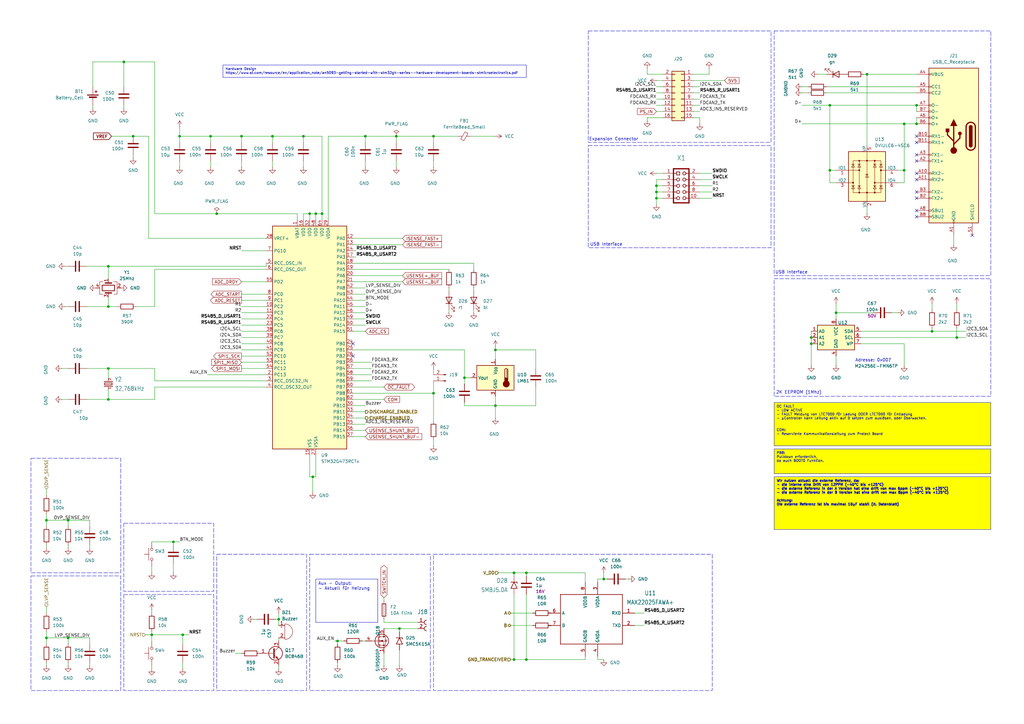
<source format=kicad_sch>
(kicad_sch
	(version 20250114)
	(generator "eeschema")
	(generator_version "9.0")
	(uuid "5f8b4aef-32eb-44a5-ac07-33765c2ecb50")
	(paper "A3")
	(title_block
		(title "Prozessor / Schnittstellen")
		(company "ECS Falko Jahn e.K.")
	)
	(lib_symbols
		(symbol "Connector:Conn_01x02_Pin"
			(pin_names
				(offset 1.016)
				(hide yes)
			)
			(exclude_from_sim no)
			(in_bom yes)
			(on_board yes)
			(property "Reference" "J"
				(at 0 2.54 0)
				(effects
					(font
						(size 1.27 1.27)
					)
				)
			)
			(property "Value" "Conn_01x02_Pin"
				(at 0 -5.08 0)
				(effects
					(font
						(size 1.27 1.27)
					)
				)
			)
			(property "Footprint" ""
				(at 0 0 0)
				(effects
					(font
						(size 1.27 1.27)
					)
					(hide yes)
				)
			)
			(property "Datasheet" "~"
				(at 0 0 0)
				(effects
					(font
						(size 1.27 1.27)
					)
					(hide yes)
				)
			)
			(property "Description" "Generic connector, single row, 01x02, script generated"
				(at 0 0 0)
				(effects
					(font
						(size 1.27 1.27)
					)
					(hide yes)
				)
			)
			(property "ki_locked" ""
				(at 0 0 0)
				(effects
					(font
						(size 1.27 1.27)
					)
				)
			)
			(property "ki_keywords" "connector"
				(at 0 0 0)
				(effects
					(font
						(size 1.27 1.27)
					)
					(hide yes)
				)
			)
			(property "ki_fp_filters" "Connector*:*_1x??_*"
				(at 0 0 0)
				(effects
					(font
						(size 1.27 1.27)
					)
					(hide yes)
				)
			)
			(symbol "Conn_01x02_Pin_1_1"
				(rectangle
					(start 0.8636 0.127)
					(end 0 -0.127)
					(stroke
						(width 0.1524)
						(type default)
					)
					(fill
						(type outline)
					)
				)
				(rectangle
					(start 0.8636 -2.413)
					(end 0 -2.667)
					(stroke
						(width 0.1524)
						(type default)
					)
					(fill
						(type outline)
					)
				)
				(polyline
					(pts
						(xy 1.27 0) (xy 0.8636 0)
					)
					(stroke
						(width 0.1524)
						(type default)
					)
					(fill
						(type none)
					)
				)
				(polyline
					(pts
						(xy 1.27 -2.54) (xy 0.8636 -2.54)
					)
					(stroke
						(width 0.1524)
						(type default)
					)
					(fill
						(type none)
					)
				)
				(pin passive line
					(at 5.08 0 180)
					(length 3.81)
					(name "Pin_1"
						(effects
							(font
								(size 1.27 1.27)
							)
						)
					)
					(number "1"
						(effects
							(font
								(size 1.27 1.27)
							)
						)
					)
				)
				(pin passive line
					(at 5.08 -2.54 180)
					(length 3.81)
					(name "Pin_2"
						(effects
							(font
								(size 1.27 1.27)
							)
						)
					)
					(number "2"
						(effects
							(font
								(size 1.27 1.27)
							)
						)
					)
				)
			)
			(embedded_fonts no)
		)
		(symbol "Connector:USB_C_Receptacle"
			(pin_names
				(offset 1.016)
			)
			(exclude_from_sim no)
			(in_bom yes)
			(on_board yes)
			(property "Reference" "J"
				(at -10.16 29.21 0)
				(effects
					(font
						(size 1.27 1.27)
					)
					(justify left)
				)
			)
			(property "Value" "USB_C_Receptacle"
				(at 10.16 29.21 0)
				(effects
					(font
						(size 1.27 1.27)
					)
					(justify right)
				)
			)
			(property "Footprint" ""
				(at 3.81 0 0)
				(effects
					(font
						(size 1.27 1.27)
					)
					(hide yes)
				)
			)
			(property "Datasheet" "https://www.usb.org/sites/default/files/documents/usb_type-c.zip"
				(at 3.81 0 0)
				(effects
					(font
						(size 1.27 1.27)
					)
					(hide yes)
				)
			)
			(property "Description" "USB Full-Featured Type-C Receptacle connector"
				(at 0 0 0)
				(effects
					(font
						(size 1.27 1.27)
					)
					(hide yes)
				)
			)
			(property "ki_keywords" "usb universal serial bus type-C full-featured"
				(at 0 0 0)
				(effects
					(font
						(size 1.27 1.27)
					)
					(hide yes)
				)
			)
			(property "ki_fp_filters" "USB*C*Receptacle*"
				(at 0 0 0)
				(effects
					(font
						(size 1.27 1.27)
					)
					(hide yes)
				)
			)
			(symbol "USB_C_Receptacle_0_0"
				(rectangle
					(start -0.254 -35.56)
					(end 0.254 -34.544)
					(stroke
						(width 0)
						(type default)
					)
					(fill
						(type none)
					)
				)
				(rectangle
					(start 10.16 25.654)
					(end 9.144 25.146)
					(stroke
						(width 0)
						(type default)
					)
					(fill
						(type none)
					)
				)
				(rectangle
					(start 10.16 20.574)
					(end 9.144 20.066)
					(stroke
						(width 0)
						(type default)
					)
					(fill
						(type none)
					)
				)
				(rectangle
					(start 10.16 18.034)
					(end 9.144 17.526)
					(stroke
						(width 0)
						(type default)
					)
					(fill
						(type none)
					)
				)
				(rectangle
					(start 10.16 12.954)
					(end 9.144 12.446)
					(stroke
						(width 0)
						(type default)
					)
					(fill
						(type none)
					)
				)
				(rectangle
					(start 10.16 10.414)
					(end 9.144 9.906)
					(stroke
						(width 0)
						(type default)
					)
					(fill
						(type none)
					)
				)
				(rectangle
					(start 10.16 7.874)
					(end 9.144 7.366)
					(stroke
						(width 0)
						(type default)
					)
					(fill
						(type none)
					)
				)
				(rectangle
					(start 10.16 5.334)
					(end 9.144 4.826)
					(stroke
						(width 0)
						(type default)
					)
					(fill
						(type none)
					)
				)
				(rectangle
					(start 10.16 0.254)
					(end 9.144 -0.254)
					(stroke
						(width 0)
						(type default)
					)
					(fill
						(type none)
					)
				)
				(rectangle
					(start 10.16 -2.286)
					(end 9.144 -2.794)
					(stroke
						(width 0)
						(type default)
					)
					(fill
						(type none)
					)
				)
				(rectangle
					(start 10.16 -7.366)
					(end 9.144 -7.874)
					(stroke
						(width 0)
						(type default)
					)
					(fill
						(type none)
					)
				)
				(rectangle
					(start 10.16 -9.906)
					(end 9.144 -10.414)
					(stroke
						(width 0)
						(type default)
					)
					(fill
						(type none)
					)
				)
				(rectangle
					(start 10.16 -14.986)
					(end 9.144 -15.494)
					(stroke
						(width 0)
						(type default)
					)
					(fill
						(type none)
					)
				)
				(rectangle
					(start 10.16 -17.526)
					(end 9.144 -18.034)
					(stroke
						(width 0)
						(type default)
					)
					(fill
						(type none)
					)
				)
				(rectangle
					(start 10.16 -22.606)
					(end 9.144 -23.114)
					(stroke
						(width 0)
						(type default)
					)
					(fill
						(type none)
					)
				)
				(rectangle
					(start 10.16 -25.146)
					(end 9.144 -25.654)
					(stroke
						(width 0)
						(type default)
					)
					(fill
						(type none)
					)
				)
				(rectangle
					(start 10.16 -30.226)
					(end 9.144 -30.734)
					(stroke
						(width 0)
						(type default)
					)
					(fill
						(type none)
					)
				)
				(rectangle
					(start 10.16 -32.766)
					(end 9.144 -33.274)
					(stroke
						(width 0)
						(type default)
					)
					(fill
						(type none)
					)
				)
			)
			(symbol "USB_C_Receptacle_0_1"
				(rectangle
					(start -10.16 27.94)
					(end 10.16 -35.56)
					(stroke
						(width 0.254)
						(type default)
					)
					(fill
						(type background)
					)
				)
				(polyline
					(pts
						(xy -8.89 -3.81) (xy -8.89 3.81)
					)
					(stroke
						(width 0.508)
						(type default)
					)
					(fill
						(type none)
					)
				)
				(rectangle
					(start -7.62 -3.81)
					(end -6.35 3.81)
					(stroke
						(width 0.254)
						(type default)
					)
					(fill
						(type outline)
					)
				)
				(arc
					(start -7.62 3.81)
					(mid -6.985 4.4423)
					(end -6.35 3.81)
					(stroke
						(width 0.254)
						(type default)
					)
					(fill
						(type none)
					)
				)
				(arc
					(start -7.62 3.81)
					(mid -6.985 4.4423)
					(end -6.35 3.81)
					(stroke
						(width 0.254)
						(type default)
					)
					(fill
						(type outline)
					)
				)
				(arc
					(start -8.89 3.81)
					(mid -6.985 5.7067)
					(end -5.08 3.81)
					(stroke
						(width 0.508)
						(type default)
					)
					(fill
						(type none)
					)
				)
				(arc
					(start -5.08 -3.81)
					(mid -6.985 -5.7067)
					(end -8.89 -3.81)
					(stroke
						(width 0.508)
						(type default)
					)
					(fill
						(type none)
					)
				)
				(arc
					(start -6.35 -3.81)
					(mid -6.985 -4.4423)
					(end -7.62 -3.81)
					(stroke
						(width 0.254)
						(type default)
					)
					(fill
						(type none)
					)
				)
				(arc
					(start -6.35 -3.81)
					(mid -6.985 -4.4423)
					(end -7.62 -3.81)
					(stroke
						(width 0.254)
						(type default)
					)
					(fill
						(type outline)
					)
				)
				(polyline
					(pts
						(xy -5.08 3.81) (xy -5.08 -3.81)
					)
					(stroke
						(width 0.508)
						(type default)
					)
					(fill
						(type none)
					)
				)
			)
			(symbol "USB_C_Receptacle_1_1"
				(circle
					(center -2.54 1.143)
					(radius 0.635)
					(stroke
						(width 0.254)
						(type default)
					)
					(fill
						(type outline)
					)
				)
				(polyline
					(pts
						(xy -1.27 4.318) (xy 0 6.858) (xy 1.27 4.318) (xy -1.27 4.318)
					)
					(stroke
						(width 0.254)
						(type default)
					)
					(fill
						(type outline)
					)
				)
				(polyline
					(pts
						(xy 0 -2.032) (xy 2.54 0.508) (xy 2.54 1.778)
					)
					(stroke
						(width 0.508)
						(type default)
					)
					(fill
						(type none)
					)
				)
				(polyline
					(pts
						(xy 0 -3.302) (xy -2.54 -0.762) (xy -2.54 0.508)
					)
					(stroke
						(width 0.508)
						(type default)
					)
					(fill
						(type none)
					)
				)
				(polyline
					(pts
						(xy 0 -5.842) (xy 0 4.318)
					)
					(stroke
						(width 0.508)
						(type default)
					)
					(fill
						(type none)
					)
				)
				(circle
					(center 0 -5.842)
					(radius 1.27)
					(stroke
						(width 0)
						(type default)
					)
					(fill
						(type outline)
					)
				)
				(rectangle
					(start 1.905 1.778)
					(end 3.175 3.048)
					(stroke
						(width 0.254)
						(type default)
					)
					(fill
						(type outline)
					)
				)
				(pin passive line
					(at -7.62 -40.64 90)
					(length 5.08)
					(name "SHIELD"
						(effects
							(font
								(size 1.27 1.27)
							)
						)
					)
					(number "S1"
						(effects
							(font
								(size 1.27 1.27)
							)
						)
					)
				)
				(pin passive line
					(at 0 -40.64 90)
					(length 5.08)
					(name "GND"
						(effects
							(font
								(size 1.27 1.27)
							)
						)
					)
					(number "A1"
						(effects
							(font
								(size 1.27 1.27)
							)
						)
					)
				)
				(pin passive line
					(at 0 -40.64 90)
					(length 5.08)
					(hide yes)
					(name "GND"
						(effects
							(font
								(size 1.27 1.27)
							)
						)
					)
					(number "A12"
						(effects
							(font
								(size 1.27 1.27)
							)
						)
					)
				)
				(pin passive line
					(at 0 -40.64 90)
					(length 5.08)
					(hide yes)
					(name "GND"
						(effects
							(font
								(size 1.27 1.27)
							)
						)
					)
					(number "B1"
						(effects
							(font
								(size 1.27 1.27)
							)
						)
					)
				)
				(pin passive line
					(at 0 -40.64 90)
					(length 5.08)
					(hide yes)
					(name "GND"
						(effects
							(font
								(size 1.27 1.27)
							)
						)
					)
					(number "B12"
						(effects
							(font
								(size 1.27 1.27)
							)
						)
					)
				)
				(pin passive line
					(at 15.24 25.4 180)
					(length 5.08)
					(name "VBUS"
						(effects
							(font
								(size 1.27 1.27)
							)
						)
					)
					(number "A4"
						(effects
							(font
								(size 1.27 1.27)
							)
						)
					)
				)
				(pin passive line
					(at 15.24 25.4 180)
					(length 5.08)
					(hide yes)
					(name "VBUS"
						(effects
							(font
								(size 1.27 1.27)
							)
						)
					)
					(number "A9"
						(effects
							(font
								(size 1.27 1.27)
							)
						)
					)
				)
				(pin passive line
					(at 15.24 25.4 180)
					(length 5.08)
					(hide yes)
					(name "VBUS"
						(effects
							(font
								(size 1.27 1.27)
							)
						)
					)
					(number "B4"
						(effects
							(font
								(size 1.27 1.27)
							)
						)
					)
				)
				(pin passive line
					(at 15.24 25.4 180)
					(length 5.08)
					(hide yes)
					(name "VBUS"
						(effects
							(font
								(size 1.27 1.27)
							)
						)
					)
					(number "B9"
						(effects
							(font
								(size 1.27 1.27)
							)
						)
					)
				)
				(pin bidirectional line
					(at 15.24 20.32 180)
					(length 5.08)
					(name "CC1"
						(effects
							(font
								(size 1.27 1.27)
							)
						)
					)
					(number "A5"
						(effects
							(font
								(size 1.27 1.27)
							)
						)
					)
				)
				(pin bidirectional line
					(at 15.24 17.78 180)
					(length 5.08)
					(name "CC2"
						(effects
							(font
								(size 1.27 1.27)
							)
						)
					)
					(number "B5"
						(effects
							(font
								(size 1.27 1.27)
							)
						)
					)
				)
				(pin bidirectional line
					(at 15.24 12.7 180)
					(length 5.08)
					(name "D-"
						(effects
							(font
								(size 1.27 1.27)
							)
						)
					)
					(number "A7"
						(effects
							(font
								(size 1.27 1.27)
							)
						)
					)
				)
				(pin bidirectional line
					(at 15.24 10.16 180)
					(length 5.08)
					(name "D-"
						(effects
							(font
								(size 1.27 1.27)
							)
						)
					)
					(number "B7"
						(effects
							(font
								(size 1.27 1.27)
							)
						)
					)
				)
				(pin bidirectional line
					(at 15.24 7.62 180)
					(length 5.08)
					(name "D+"
						(effects
							(font
								(size 1.27 1.27)
							)
						)
					)
					(number "A6"
						(effects
							(font
								(size 1.27 1.27)
							)
						)
					)
				)
				(pin bidirectional line
					(at 15.24 5.08 180)
					(length 5.08)
					(name "D+"
						(effects
							(font
								(size 1.27 1.27)
							)
						)
					)
					(number "B6"
						(effects
							(font
								(size 1.27 1.27)
							)
						)
					)
				)
				(pin bidirectional line
					(at 15.24 0 180)
					(length 5.08)
					(name "RX1-"
						(effects
							(font
								(size 1.27 1.27)
							)
						)
					)
					(number "B10"
						(effects
							(font
								(size 1.27 1.27)
							)
						)
					)
				)
				(pin bidirectional line
					(at 15.24 -2.54 180)
					(length 5.08)
					(name "RX1+"
						(effects
							(font
								(size 1.27 1.27)
							)
						)
					)
					(number "B11"
						(effects
							(font
								(size 1.27 1.27)
							)
						)
					)
				)
				(pin bidirectional line
					(at 15.24 -7.62 180)
					(length 5.08)
					(name "TX1-"
						(effects
							(font
								(size 1.27 1.27)
							)
						)
					)
					(number "A3"
						(effects
							(font
								(size 1.27 1.27)
							)
						)
					)
				)
				(pin bidirectional line
					(at 15.24 -10.16 180)
					(length 5.08)
					(name "TX1+"
						(effects
							(font
								(size 1.27 1.27)
							)
						)
					)
					(number "A2"
						(effects
							(font
								(size 1.27 1.27)
							)
						)
					)
				)
				(pin bidirectional line
					(at 15.24 -15.24 180)
					(length 5.08)
					(name "RX2-"
						(effects
							(font
								(size 1.27 1.27)
							)
						)
					)
					(number "A10"
						(effects
							(font
								(size 1.27 1.27)
							)
						)
					)
				)
				(pin bidirectional line
					(at 15.24 -17.78 180)
					(length 5.08)
					(name "RX2+"
						(effects
							(font
								(size 1.27 1.27)
							)
						)
					)
					(number "A11"
						(effects
							(font
								(size 1.27 1.27)
							)
						)
					)
				)
				(pin bidirectional line
					(at 15.24 -22.86 180)
					(length 5.08)
					(name "TX2-"
						(effects
							(font
								(size 1.27 1.27)
							)
						)
					)
					(number "B3"
						(effects
							(font
								(size 1.27 1.27)
							)
						)
					)
				)
				(pin bidirectional line
					(at 15.24 -25.4 180)
					(length 5.08)
					(name "TX2+"
						(effects
							(font
								(size 1.27 1.27)
							)
						)
					)
					(number "B2"
						(effects
							(font
								(size 1.27 1.27)
							)
						)
					)
				)
				(pin bidirectional line
					(at 15.24 -30.48 180)
					(length 5.08)
					(name "SBU1"
						(effects
							(font
								(size 1.27 1.27)
							)
						)
					)
					(number "A8"
						(effects
							(font
								(size 1.27 1.27)
							)
						)
					)
				)
				(pin bidirectional line
					(at 15.24 -33.02 180)
					(length 5.08)
					(name "SBU2"
						(effects
							(font
								(size 1.27 1.27)
							)
						)
					)
					(number "B8"
						(effects
							(font
								(size 1.27 1.27)
							)
						)
					)
				)
			)
			(embedded_fonts no)
		)
		(symbol "Connector_Generic:Conn_02x08_Odd_Even"
			(pin_names
				(offset 1.016)
				(hide yes)
			)
			(exclude_from_sim no)
			(in_bom yes)
			(on_board yes)
			(property "Reference" "J"
				(at 1.27 10.16 0)
				(effects
					(font
						(size 1.27 1.27)
					)
				)
			)
			(property "Value" "Conn_02x08_Odd_Even"
				(at 1.27 -12.7 0)
				(effects
					(font
						(size 1.27 1.27)
					)
				)
			)
			(property "Footprint" ""
				(at 0 0 0)
				(effects
					(font
						(size 1.27 1.27)
					)
					(hide yes)
				)
			)
			(property "Datasheet" "~"
				(at 0 0 0)
				(effects
					(font
						(size 1.27 1.27)
					)
					(hide yes)
				)
			)
			(property "Description" "Generic connector, double row, 02x08, odd/even pin numbering scheme (row 1 odd numbers, row 2 even numbers), script generated (kicad-library-utils/schlib/autogen/connector/)"
				(at 0 0 0)
				(effects
					(font
						(size 1.27 1.27)
					)
					(hide yes)
				)
			)
			(property "ki_keywords" "connector"
				(at 0 0 0)
				(effects
					(font
						(size 1.27 1.27)
					)
					(hide yes)
				)
			)
			(property "ki_fp_filters" "Connector*:*_2x??_*"
				(at 0 0 0)
				(effects
					(font
						(size 1.27 1.27)
					)
					(hide yes)
				)
			)
			(symbol "Conn_02x08_Odd_Even_1_1"
				(rectangle
					(start -1.27 8.89)
					(end 3.81 -11.43)
					(stroke
						(width 0.254)
						(type default)
					)
					(fill
						(type background)
					)
				)
				(rectangle
					(start -1.27 7.747)
					(end 0 7.493)
					(stroke
						(width 0.1524)
						(type default)
					)
					(fill
						(type none)
					)
				)
				(rectangle
					(start -1.27 5.207)
					(end 0 4.953)
					(stroke
						(width 0.1524)
						(type default)
					)
					(fill
						(type none)
					)
				)
				(rectangle
					(start -1.27 2.667)
					(end 0 2.413)
					(stroke
						(width 0.1524)
						(type default)
					)
					(fill
						(type none)
					)
				)
				(rectangle
					(start -1.27 0.127)
					(end 0 -0.127)
					(stroke
						(width 0.1524)
						(type default)
					)
					(fill
						(type none)
					)
				)
				(rectangle
					(start -1.27 -2.413)
					(end 0 -2.667)
					(stroke
						(width 0.1524)
						(type default)
					)
					(fill
						(type none)
					)
				)
				(rectangle
					(start -1.27 -4.953)
					(end 0 -5.207)
					(stroke
						(width 0.1524)
						(type default)
					)
					(fill
						(type none)
					)
				)
				(rectangle
					(start -1.27 -7.493)
					(end 0 -7.747)
					(stroke
						(width 0.1524)
						(type default)
					)
					(fill
						(type none)
					)
				)
				(rectangle
					(start -1.27 -10.033)
					(end 0 -10.287)
					(stroke
						(width 0.1524)
						(type default)
					)
					(fill
						(type none)
					)
				)
				(rectangle
					(start 3.81 7.747)
					(end 2.54 7.493)
					(stroke
						(width 0.1524)
						(type default)
					)
					(fill
						(type none)
					)
				)
				(rectangle
					(start 3.81 5.207)
					(end 2.54 4.953)
					(stroke
						(width 0.1524)
						(type default)
					)
					(fill
						(type none)
					)
				)
				(rectangle
					(start 3.81 2.667)
					(end 2.54 2.413)
					(stroke
						(width 0.1524)
						(type default)
					)
					(fill
						(type none)
					)
				)
				(rectangle
					(start 3.81 0.127)
					(end 2.54 -0.127)
					(stroke
						(width 0.1524)
						(type default)
					)
					(fill
						(type none)
					)
				)
				(rectangle
					(start 3.81 -2.413)
					(end 2.54 -2.667)
					(stroke
						(width 0.1524)
						(type default)
					)
					(fill
						(type none)
					)
				)
				(rectangle
					(start 3.81 -4.953)
					(end 2.54 -5.207)
					(stroke
						(width 0.1524)
						(type default)
					)
					(fill
						(type none)
					)
				)
				(rectangle
					(start 3.81 -7.493)
					(end 2.54 -7.747)
					(stroke
						(width 0.1524)
						(type default)
					)
					(fill
						(type none)
					)
				)
				(rectangle
					(start 3.81 -10.033)
					(end 2.54 -10.287)
					(stroke
						(width 0.1524)
						(type default)
					)
					(fill
						(type none)
					)
				)
				(pin passive line
					(at -5.08 7.62 0)
					(length 3.81)
					(name "Pin_1"
						(effects
							(font
								(size 1.27 1.27)
							)
						)
					)
					(number "1"
						(effects
							(font
								(size 1.27 1.27)
							)
						)
					)
				)
				(pin passive line
					(at -5.08 5.08 0)
					(length 3.81)
					(name "Pin_3"
						(effects
							(font
								(size 1.27 1.27)
							)
						)
					)
					(number "3"
						(effects
							(font
								(size 1.27 1.27)
							)
						)
					)
				)
				(pin passive line
					(at -5.08 2.54 0)
					(length 3.81)
					(name "Pin_5"
						(effects
							(font
								(size 1.27 1.27)
							)
						)
					)
					(number "5"
						(effects
							(font
								(size 1.27 1.27)
							)
						)
					)
				)
				(pin passive line
					(at -5.08 0 0)
					(length 3.81)
					(name "Pin_7"
						(effects
							(font
								(size 1.27 1.27)
							)
						)
					)
					(number "7"
						(effects
							(font
								(size 1.27 1.27)
							)
						)
					)
				)
				(pin passive line
					(at -5.08 -2.54 0)
					(length 3.81)
					(name "Pin_9"
						(effects
							(font
								(size 1.27 1.27)
							)
						)
					)
					(number "9"
						(effects
							(font
								(size 1.27 1.27)
							)
						)
					)
				)
				(pin passive line
					(at -5.08 -5.08 0)
					(length 3.81)
					(name "Pin_11"
						(effects
							(font
								(size 1.27 1.27)
							)
						)
					)
					(number "11"
						(effects
							(font
								(size 1.27 1.27)
							)
						)
					)
				)
				(pin passive line
					(at -5.08 -7.62 0)
					(length 3.81)
					(name "Pin_13"
						(effects
							(font
								(size 1.27 1.27)
							)
						)
					)
					(number "13"
						(effects
							(font
								(size 1.27 1.27)
							)
						)
					)
				)
				(pin passive line
					(at -5.08 -10.16 0)
					(length 3.81)
					(name "Pin_15"
						(effects
							(font
								(size 1.27 1.27)
							)
						)
					)
					(number "15"
						(effects
							(font
								(size 1.27 1.27)
							)
						)
					)
				)
				(pin passive line
					(at 7.62 7.62 180)
					(length 3.81)
					(name "Pin_2"
						(effects
							(font
								(size 1.27 1.27)
							)
						)
					)
					(number "2"
						(effects
							(font
								(size 1.27 1.27)
							)
						)
					)
				)
				(pin passive line
					(at 7.62 5.08 180)
					(length 3.81)
					(name "Pin_4"
						(effects
							(font
								(size 1.27 1.27)
							)
						)
					)
					(number "4"
						(effects
							(font
								(size 1.27 1.27)
							)
						)
					)
				)
				(pin passive line
					(at 7.62 2.54 180)
					(length 3.81)
					(name "Pin_6"
						(effects
							(font
								(size 1.27 1.27)
							)
						)
					)
					(number "6"
						(effects
							(font
								(size 1.27 1.27)
							)
						)
					)
				)
				(pin passive line
					(at 7.62 0 180)
					(length 3.81)
					(name "Pin_8"
						(effects
							(font
								(size 1.27 1.27)
							)
						)
					)
					(number "8"
						(effects
							(font
								(size 1.27 1.27)
							)
						)
					)
				)
				(pin passive line
					(at 7.62 -2.54 180)
					(length 3.81)
					(name "Pin_10"
						(effects
							(font
								(size 1.27 1.27)
							)
						)
					)
					(number "10"
						(effects
							(font
								(size 1.27 1.27)
							)
						)
					)
				)
				(pin passive line
					(at 7.62 -5.08 180)
					(length 3.81)
					(name "Pin_12"
						(effects
							(font
								(size 1.27 1.27)
							)
						)
					)
					(number "12"
						(effects
							(font
								(size 1.27 1.27)
							)
						)
					)
				)
				(pin passive line
					(at 7.62 -7.62 180)
					(length 3.81)
					(name "Pin_14"
						(effects
							(font
								(size 1.27 1.27)
							)
						)
					)
					(number "14"
						(effects
							(font
								(size 1.27 1.27)
							)
						)
					)
				)
				(pin passive line
					(at 7.62 -10.16 180)
					(length 3.81)
					(name "Pin_16"
						(effects
							(font
								(size 1.27 1.27)
							)
						)
					)
					(number "16"
						(effects
							(font
								(size 1.27 1.27)
							)
						)
					)
				)
			)
			(embedded_fonts no)
		)
		(symbol "Device:Battery_Cell"
			(pin_numbers
				(hide yes)
			)
			(pin_names
				(offset 0)
				(hide yes)
			)
			(exclude_from_sim no)
			(in_bom yes)
			(on_board yes)
			(property "Reference" "BT"
				(at 2.54 2.54 0)
				(effects
					(font
						(size 1.27 1.27)
					)
					(justify left)
				)
			)
			(property "Value" "Battery_Cell"
				(at 2.54 0 0)
				(effects
					(font
						(size 1.27 1.27)
					)
					(justify left)
				)
			)
			(property "Footprint" ""
				(at 0 1.524 90)
				(effects
					(font
						(size 1.27 1.27)
					)
					(hide yes)
				)
			)
			(property "Datasheet" "~"
				(at 0 1.524 90)
				(effects
					(font
						(size 1.27 1.27)
					)
					(hide yes)
				)
			)
			(property "Description" "Single-cell battery"
				(at 0 0 0)
				(effects
					(font
						(size 1.27 1.27)
					)
					(hide yes)
				)
			)
			(property "ki_keywords" "battery cell"
				(at 0 0 0)
				(effects
					(font
						(size 1.27 1.27)
					)
					(hide yes)
				)
			)
			(symbol "Battery_Cell_0_1"
				(rectangle
					(start -2.286 1.778)
					(end 2.286 1.524)
					(stroke
						(width 0)
						(type default)
					)
					(fill
						(type outline)
					)
				)
				(rectangle
					(start -1.524 1.016)
					(end 1.524 0.508)
					(stroke
						(width 0)
						(type default)
					)
					(fill
						(type outline)
					)
				)
				(polyline
					(pts
						(xy 0 1.778) (xy 0 2.54)
					)
					(stroke
						(width 0)
						(type default)
					)
					(fill
						(type none)
					)
				)
				(polyline
					(pts
						(xy 0 0.762) (xy 0 0)
					)
					(stroke
						(width 0)
						(type default)
					)
					(fill
						(type none)
					)
				)
				(polyline
					(pts
						(xy 0.762 3.048) (xy 1.778 3.048)
					)
					(stroke
						(width 0.254)
						(type default)
					)
					(fill
						(type none)
					)
				)
				(polyline
					(pts
						(xy 1.27 3.556) (xy 1.27 2.54)
					)
					(stroke
						(width 0.254)
						(type default)
					)
					(fill
						(type none)
					)
				)
			)
			(symbol "Battery_Cell_1_1"
				(pin passive line
					(at 0 5.08 270)
					(length 2.54)
					(name "+"
						(effects
							(font
								(size 1.27 1.27)
							)
						)
					)
					(number "1"
						(effects
							(font
								(size 1.27 1.27)
							)
						)
					)
				)
				(pin passive line
					(at 0 -2.54 90)
					(length 2.54)
					(name "-"
						(effects
							(font
								(size 1.27 1.27)
							)
						)
					)
					(number "2"
						(effects
							(font
								(size 1.27 1.27)
							)
						)
					)
				)
			)
			(embedded_fonts no)
		)
		(symbol "Device:Buzzer"
			(pin_names
				(offset 0.0254)
				(hide yes)
			)
			(exclude_from_sim no)
			(in_bom yes)
			(on_board yes)
			(property "Reference" "BZ"
				(at 3.81 1.27 0)
				(effects
					(font
						(size 1.27 1.27)
					)
					(justify left)
				)
			)
			(property "Value" "Buzzer"
				(at 3.81 -1.27 0)
				(effects
					(font
						(size 1.27 1.27)
					)
					(justify left)
				)
			)
			(property "Footprint" ""
				(at -0.635 2.54 90)
				(effects
					(font
						(size 1.27 1.27)
					)
					(hide yes)
				)
			)
			(property "Datasheet" "~"
				(at -0.635 2.54 90)
				(effects
					(font
						(size 1.27 1.27)
					)
					(hide yes)
				)
			)
			(property "Description" "Buzzer, polarized"
				(at 0 0 0)
				(effects
					(font
						(size 1.27 1.27)
					)
					(hide yes)
				)
			)
			(property "ki_keywords" "quartz resonator ceramic"
				(at 0 0 0)
				(effects
					(font
						(size 1.27 1.27)
					)
					(hide yes)
				)
			)
			(property "ki_fp_filters" "*Buzzer*"
				(at 0 0 0)
				(effects
					(font
						(size 1.27 1.27)
					)
					(hide yes)
				)
			)
			(symbol "Buzzer_0_1"
				(polyline
					(pts
						(xy -1.651 1.905) (xy -1.143 1.905)
					)
					(stroke
						(width 0)
						(type default)
					)
					(fill
						(type none)
					)
				)
				(polyline
					(pts
						(xy -1.397 2.159) (xy -1.397 1.651)
					)
					(stroke
						(width 0)
						(type default)
					)
					(fill
						(type none)
					)
				)
				(arc
					(start 0 3.175)
					(mid 3.1612 0)
					(end 0 -3.175)
					(stroke
						(width 0)
						(type default)
					)
					(fill
						(type none)
					)
				)
				(polyline
					(pts
						(xy 0 3.175) (xy 0 -3.175)
					)
					(stroke
						(width 0)
						(type default)
					)
					(fill
						(type none)
					)
				)
			)
			(symbol "Buzzer_1_1"
				(pin passive line
					(at -2.54 2.54 0)
					(length 2.54)
					(name "+"
						(effects
							(font
								(size 1.27 1.27)
							)
						)
					)
					(number "1"
						(effects
							(font
								(size 1.27 1.27)
							)
						)
					)
				)
				(pin passive line
					(at -2.54 -2.54 0)
					(length 2.54)
					(name "-"
						(effects
							(font
								(size 1.27 1.27)
							)
						)
					)
					(number "2"
						(effects
							(font
								(size 1.27 1.27)
							)
						)
					)
				)
			)
			(embedded_fonts no)
		)
		(symbol "Device:C"
			(pin_numbers
				(hide yes)
			)
			(pin_names
				(offset 0.254)
			)
			(exclude_from_sim no)
			(in_bom yes)
			(on_board yes)
			(property "Reference" "C"
				(at 0.635 2.54 0)
				(effects
					(font
						(size 1.27 1.27)
					)
					(justify left)
				)
			)
			(property "Value" "C"
				(at 0.635 -2.54 0)
				(effects
					(font
						(size 1.27 1.27)
					)
					(justify left)
				)
			)
			(property "Footprint" ""
				(at 0.9652 -3.81 0)
				(effects
					(font
						(size 1.27 1.27)
					)
					(hide yes)
				)
			)
			(property "Datasheet" "~"
				(at 0 0 0)
				(effects
					(font
						(size 1.27 1.27)
					)
					(hide yes)
				)
			)
			(property "Description" "Unpolarized capacitor"
				(at 0 0 0)
				(effects
					(font
						(size 1.27 1.27)
					)
					(hide yes)
				)
			)
			(property "ki_keywords" "cap capacitor"
				(at 0 0 0)
				(effects
					(font
						(size 1.27 1.27)
					)
					(hide yes)
				)
			)
			(property "ki_fp_filters" "C_*"
				(at 0 0 0)
				(effects
					(font
						(size 1.27 1.27)
					)
					(hide yes)
				)
			)
			(symbol "C_0_1"
				(polyline
					(pts
						(xy -2.032 0.762) (xy 2.032 0.762)
					)
					(stroke
						(width 0.508)
						(type default)
					)
					(fill
						(type none)
					)
				)
				(polyline
					(pts
						(xy -2.032 -0.762) (xy 2.032 -0.762)
					)
					(stroke
						(width 0.508)
						(type default)
					)
					(fill
						(type none)
					)
				)
			)
			(symbol "C_1_1"
				(pin passive line
					(at 0 3.81 270)
					(length 2.794)
					(name "~"
						(effects
							(font
								(size 1.27 1.27)
							)
						)
					)
					(number "1"
						(effects
							(font
								(size 1.27 1.27)
							)
						)
					)
				)
				(pin passive line
					(at 0 -3.81 90)
					(length 2.794)
					(name "~"
						(effects
							(font
								(size 1.27 1.27)
							)
						)
					)
					(number "2"
						(effects
							(font
								(size 1.27 1.27)
							)
						)
					)
				)
			)
			(embedded_fonts no)
		)
		(symbol "Device:Crystal_GND24"
			(pin_names
				(offset 1.016)
				(hide yes)
			)
			(exclude_from_sim no)
			(in_bom yes)
			(on_board yes)
			(property "Reference" "Y"
				(at 3.175 5.08 0)
				(effects
					(font
						(size 1.27 1.27)
					)
					(justify left)
				)
			)
			(property "Value" "Crystal_GND24"
				(at 3.175 3.175 0)
				(effects
					(font
						(size 1.27 1.27)
					)
					(justify left)
				)
			)
			(property "Footprint" ""
				(at 0 0 0)
				(effects
					(font
						(size 1.27 1.27)
					)
					(hide yes)
				)
			)
			(property "Datasheet" "~"
				(at 0 0 0)
				(effects
					(font
						(size 1.27 1.27)
					)
					(hide yes)
				)
			)
			(property "Description" "Four pin crystal, GND on pins 2 and 4"
				(at 0 0 0)
				(effects
					(font
						(size 1.27 1.27)
					)
					(hide yes)
				)
			)
			(property "ki_keywords" "quartz ceramic resonator oscillator"
				(at 0 0 0)
				(effects
					(font
						(size 1.27 1.27)
					)
					(hide yes)
				)
			)
			(property "ki_fp_filters" "Crystal*"
				(at 0 0 0)
				(effects
					(font
						(size 1.27 1.27)
					)
					(hide yes)
				)
			)
			(symbol "Crystal_GND24_0_1"
				(polyline
					(pts
						(xy -2.54 2.286) (xy -2.54 3.556) (xy 2.54 3.556) (xy 2.54 2.286)
					)
					(stroke
						(width 0)
						(type default)
					)
					(fill
						(type none)
					)
				)
				(polyline
					(pts
						(xy -2.54 0) (xy -2.032 0)
					)
					(stroke
						(width 0)
						(type default)
					)
					(fill
						(type none)
					)
				)
				(polyline
					(pts
						(xy -2.54 -2.286) (xy -2.54 -3.556) (xy 2.54 -3.556) (xy 2.54 -2.286)
					)
					(stroke
						(width 0)
						(type default)
					)
					(fill
						(type none)
					)
				)
				(polyline
					(pts
						(xy -2.032 -1.27) (xy -2.032 1.27)
					)
					(stroke
						(width 0.508)
						(type default)
					)
					(fill
						(type none)
					)
				)
				(rectangle
					(start -1.143 2.54)
					(end 1.143 -2.54)
					(stroke
						(width 0.3048)
						(type default)
					)
					(fill
						(type none)
					)
				)
				(polyline
					(pts
						(xy 0 3.556) (xy 0 3.81)
					)
					(stroke
						(width 0)
						(type default)
					)
					(fill
						(type none)
					)
				)
				(polyline
					(pts
						(xy 0 -3.81) (xy 0 -3.556)
					)
					(stroke
						(width 0)
						(type default)
					)
					(fill
						(type none)
					)
				)
				(polyline
					(pts
						(xy 2.032 0) (xy 2.54 0)
					)
					(stroke
						(width 0)
						(type default)
					)
					(fill
						(type none)
					)
				)
				(polyline
					(pts
						(xy 2.032 -1.27) (xy 2.032 1.27)
					)
					(stroke
						(width 0.508)
						(type default)
					)
					(fill
						(type none)
					)
				)
			)
			(symbol "Crystal_GND24_1_1"
				(pin passive line
					(at -3.81 0 0)
					(length 1.27)
					(name "1"
						(effects
							(font
								(size 1.27 1.27)
							)
						)
					)
					(number "1"
						(effects
							(font
								(size 1.27 1.27)
							)
						)
					)
				)
				(pin passive line
					(at 0 5.08 270)
					(length 1.27)
					(name "2"
						(effects
							(font
								(size 1.27 1.27)
							)
						)
					)
					(number "2"
						(effects
							(font
								(size 1.27 1.27)
							)
						)
					)
				)
				(pin passive line
					(at 0 -5.08 90)
					(length 1.27)
					(name "4"
						(effects
							(font
								(size 1.27 1.27)
							)
						)
					)
					(number "4"
						(effects
							(font
								(size 1.27 1.27)
							)
						)
					)
				)
				(pin passive line
					(at 3.81 0 180)
					(length 1.27)
					(name "3"
						(effects
							(font
								(size 1.27 1.27)
							)
						)
					)
					(number "3"
						(effects
							(font
								(size 1.27 1.27)
							)
						)
					)
				)
			)
			(embedded_fonts no)
		)
		(symbol "Device:FerriteBead_Small"
			(pin_numbers
				(hide yes)
			)
			(pin_names
				(offset 0)
			)
			(exclude_from_sim no)
			(in_bom yes)
			(on_board yes)
			(property "Reference" "FB"
				(at 1.905 1.27 0)
				(effects
					(font
						(size 1.27 1.27)
					)
					(justify left)
				)
			)
			(property "Value" "FerriteBead_Small"
				(at 1.905 -1.27 0)
				(effects
					(font
						(size 1.27 1.27)
					)
					(justify left)
				)
			)
			(property "Footprint" ""
				(at -1.778 0 90)
				(effects
					(font
						(size 1.27 1.27)
					)
					(hide yes)
				)
			)
			(property "Datasheet" "~"
				(at 0 0 0)
				(effects
					(font
						(size 1.27 1.27)
					)
					(hide yes)
				)
			)
			(property "Description" "Ferrite bead, small symbol"
				(at 0 0 0)
				(effects
					(font
						(size 1.27 1.27)
					)
					(hide yes)
				)
			)
			(property "ki_keywords" "L ferrite bead inductor filter"
				(at 0 0 0)
				(effects
					(font
						(size 1.27 1.27)
					)
					(hide yes)
				)
			)
			(property "ki_fp_filters" "Inductor_* L_* *Ferrite*"
				(at 0 0 0)
				(effects
					(font
						(size 1.27 1.27)
					)
					(hide yes)
				)
			)
			(symbol "FerriteBead_Small_0_1"
				(polyline
					(pts
						(xy -1.8288 0.2794) (xy -1.1176 1.4986) (xy 1.8288 -0.2032) (xy 1.1176 -1.4224) (xy -1.8288 0.2794)
					)
					(stroke
						(width 0)
						(type default)
					)
					(fill
						(type none)
					)
				)
				(polyline
					(pts
						(xy 0 0.889) (xy 0 1.2954)
					)
					(stroke
						(width 0)
						(type default)
					)
					(fill
						(type none)
					)
				)
				(polyline
					(pts
						(xy 0 -1.27) (xy 0 -0.7874)
					)
					(stroke
						(width 0)
						(type default)
					)
					(fill
						(type none)
					)
				)
			)
			(symbol "FerriteBead_Small_1_1"
				(pin passive line
					(at 0 2.54 270)
					(length 1.27)
					(name "~"
						(effects
							(font
								(size 1.27 1.27)
							)
						)
					)
					(number "1"
						(effects
							(font
								(size 1.27 1.27)
							)
						)
					)
				)
				(pin passive line
					(at 0 -2.54 90)
					(length 1.27)
					(name "~"
						(effects
							(font
								(size 1.27 1.27)
							)
						)
					)
					(number "2"
						(effects
							(font
								(size 1.27 1.27)
							)
						)
					)
				)
			)
			(embedded_fonts no)
		)
		(symbol "Device:Fuse"
			(pin_numbers
				(hide yes)
			)
			(pin_names
				(offset 0)
			)
			(exclude_from_sim no)
			(in_bom yes)
			(on_board yes)
			(property "Reference" "F"
				(at 2.032 0 90)
				(effects
					(font
						(size 1.27 1.27)
					)
				)
			)
			(property "Value" "Fuse"
				(at -1.905 0 90)
				(effects
					(font
						(size 1.27 1.27)
					)
				)
			)
			(property "Footprint" ""
				(at -1.778 0 90)
				(effects
					(font
						(size 1.27 1.27)
					)
					(hide yes)
				)
			)
			(property "Datasheet" "~"
				(at 0 0 0)
				(effects
					(font
						(size 1.27 1.27)
					)
					(hide yes)
				)
			)
			(property "Description" "Fuse"
				(at 0 0 0)
				(effects
					(font
						(size 1.27 1.27)
					)
					(hide yes)
				)
			)
			(property "ki_keywords" "fuse"
				(at 0 0 0)
				(effects
					(font
						(size 1.27 1.27)
					)
					(hide yes)
				)
			)
			(property "ki_fp_filters" "*Fuse*"
				(at 0 0 0)
				(effects
					(font
						(size 1.27 1.27)
					)
					(hide yes)
				)
			)
			(symbol "Fuse_0_1"
				(rectangle
					(start -0.762 -2.54)
					(end 0.762 2.54)
					(stroke
						(width 0.254)
						(type default)
					)
					(fill
						(type none)
					)
				)
				(polyline
					(pts
						(xy 0 2.54) (xy 0 -2.54)
					)
					(stroke
						(width 0)
						(type default)
					)
					(fill
						(type none)
					)
				)
			)
			(symbol "Fuse_1_1"
				(pin passive line
					(at 0 3.81 270)
					(length 1.27)
					(name "~"
						(effects
							(font
								(size 1.27 1.27)
							)
						)
					)
					(number "1"
						(effects
							(font
								(size 1.27 1.27)
							)
						)
					)
				)
				(pin passive line
					(at 0 -3.81 90)
					(length 1.27)
					(name "~"
						(effects
							(font
								(size 1.27 1.27)
							)
						)
					)
					(number "2"
						(effects
							(font
								(size 1.27 1.27)
							)
						)
					)
				)
			)
			(embedded_fonts no)
		)
		(symbol "Device:LED"
			(pin_numbers
				(hide yes)
			)
			(pin_names
				(offset 1.016)
				(hide yes)
			)
			(exclude_from_sim no)
			(in_bom yes)
			(on_board yes)
			(property "Reference" "D"
				(at 0 2.54 0)
				(effects
					(font
						(size 1.27 1.27)
					)
				)
			)
			(property "Value" "LED"
				(at 0 -2.54 0)
				(effects
					(font
						(size 1.27 1.27)
					)
				)
			)
			(property "Footprint" ""
				(at 0 0 0)
				(effects
					(font
						(size 1.27 1.27)
					)
					(hide yes)
				)
			)
			(property "Datasheet" "~"
				(at 0 0 0)
				(effects
					(font
						(size 1.27 1.27)
					)
					(hide yes)
				)
			)
			(property "Description" "Light emitting diode"
				(at 0 0 0)
				(effects
					(font
						(size 1.27 1.27)
					)
					(hide yes)
				)
			)
			(property "Sim.Pins" "1=K 2=A"
				(at 0 0 0)
				(effects
					(font
						(size 1.27 1.27)
					)
					(hide yes)
				)
			)
			(property "ki_keywords" "LED diode"
				(at 0 0 0)
				(effects
					(font
						(size 1.27 1.27)
					)
					(hide yes)
				)
			)
			(property "ki_fp_filters" "LED* LED_SMD:* LED_THT:*"
				(at 0 0 0)
				(effects
					(font
						(size 1.27 1.27)
					)
					(hide yes)
				)
			)
			(symbol "LED_0_1"
				(polyline
					(pts
						(xy -3.048 -0.762) (xy -4.572 -2.286) (xy -3.81 -2.286) (xy -4.572 -2.286) (xy -4.572 -1.524)
					)
					(stroke
						(width 0)
						(type default)
					)
					(fill
						(type none)
					)
				)
				(polyline
					(pts
						(xy -1.778 -0.762) (xy -3.302 -2.286) (xy -2.54 -2.286) (xy -3.302 -2.286) (xy -3.302 -1.524)
					)
					(stroke
						(width 0)
						(type default)
					)
					(fill
						(type none)
					)
				)
				(polyline
					(pts
						(xy -1.27 0) (xy 1.27 0)
					)
					(stroke
						(width 0)
						(type default)
					)
					(fill
						(type none)
					)
				)
				(polyline
					(pts
						(xy -1.27 -1.27) (xy -1.27 1.27)
					)
					(stroke
						(width 0.254)
						(type default)
					)
					(fill
						(type none)
					)
				)
				(polyline
					(pts
						(xy 1.27 -1.27) (xy 1.27 1.27) (xy -1.27 0) (xy 1.27 -1.27)
					)
					(stroke
						(width 0.254)
						(type default)
					)
					(fill
						(type none)
					)
				)
			)
			(symbol "LED_1_1"
				(pin passive line
					(at -3.81 0 0)
					(length 2.54)
					(name "K"
						(effects
							(font
								(size 1.27 1.27)
							)
						)
					)
					(number "1"
						(effects
							(font
								(size 1.27 1.27)
							)
						)
					)
				)
				(pin passive line
					(at 3.81 0 180)
					(length 2.54)
					(name "A"
						(effects
							(font
								(size 1.27 1.27)
							)
						)
					)
					(number "2"
						(effects
							(font
								(size 1.27 1.27)
							)
						)
					)
				)
			)
			(embedded_fonts no)
		)
		(symbol "Device:R"
			(pin_numbers
				(hide yes)
			)
			(pin_names
				(offset 0)
			)
			(exclude_from_sim no)
			(in_bom yes)
			(on_board yes)
			(property "Reference" "R"
				(at 2.032 0 90)
				(effects
					(font
						(size 1.27 1.27)
					)
				)
			)
			(property "Value" "R"
				(at 0 0 90)
				(effects
					(font
						(size 1.27 1.27)
					)
				)
			)
			(property "Footprint" ""
				(at -1.778 0 90)
				(effects
					(font
						(size 1.27 1.27)
					)
					(hide yes)
				)
			)
			(property "Datasheet" "~"
				(at 0 0 0)
				(effects
					(font
						(size 1.27 1.27)
					)
					(hide yes)
				)
			)
			(property "Description" "Resistor"
				(at 0 0 0)
				(effects
					(font
						(size 1.27 1.27)
					)
					(hide yes)
				)
			)
			(property "ki_keywords" "R res resistor"
				(at 0 0 0)
				(effects
					(font
						(size 1.27 1.27)
					)
					(hide yes)
				)
			)
			(property "ki_fp_filters" "R_*"
				(at 0 0 0)
				(effects
					(font
						(size 1.27 1.27)
					)
					(hide yes)
				)
			)
			(symbol "R_0_1"
				(rectangle
					(start -1.016 -2.54)
					(end 1.016 2.54)
					(stroke
						(width 0.254)
						(type default)
					)
					(fill
						(type none)
					)
				)
			)
			(symbol "R_1_1"
				(pin passive line
					(at 0 3.81 270)
					(length 1.27)
					(name "~"
						(effects
							(font
								(size 1.27 1.27)
							)
						)
					)
					(number "1"
						(effects
							(font
								(size 1.27 1.27)
							)
						)
					)
				)
				(pin passive line
					(at 0 -3.81 90)
					(length 1.27)
					(name "~"
						(effects
							(font
								(size 1.27 1.27)
							)
						)
					)
					(number "2"
						(effects
							(font
								(size 1.27 1.27)
							)
						)
					)
				)
			)
			(embedded_fonts no)
		)
		(symbol "Diode:1.5KExxA"
			(pin_numbers
				(hide yes)
			)
			(pin_names
				(offset 1.016)
				(hide yes)
			)
			(exclude_from_sim no)
			(in_bom yes)
			(on_board yes)
			(property "Reference" "D"
				(at 0 2.54 0)
				(effects
					(font
						(size 1.27 1.27)
					)
				)
			)
			(property "Value" "1.5KExxA"
				(at 0 -2.54 0)
				(effects
					(font
						(size 1.27 1.27)
					)
				)
			)
			(property "Footprint" "Diode_THT:D_DO-201AE_P15.24mm_Horizontal"
				(at 0 -5.08 0)
				(effects
					(font
						(size 1.27 1.27)
					)
					(hide yes)
				)
			)
			(property "Datasheet" "https://www.vishay.com/docs/88301/15ke.pdf"
				(at -1.27 0 0)
				(effects
					(font
						(size 1.27 1.27)
					)
					(hide yes)
				)
			)
			(property "Description" "1500W unidirectional TVS diode, DO-201AE"
				(at 0 0 0)
				(effects
					(font
						(size 1.27 1.27)
					)
					(hide yes)
				)
			)
			(property "ki_keywords" "transient voltage suppressor TRANSZORB®"
				(at 0 0 0)
				(effects
					(font
						(size 1.27 1.27)
					)
					(hide yes)
				)
			)
			(property "ki_fp_filters" "D?DO?201AE*"
				(at 0 0 0)
				(effects
					(font
						(size 1.27 1.27)
					)
					(hide yes)
				)
			)
			(symbol "1.5KExxA_0_1"
				(polyline
					(pts
						(xy -0.762 1.27) (xy -1.27 1.27) (xy -1.27 -1.27)
					)
					(stroke
						(width 0.254)
						(type default)
					)
					(fill
						(type none)
					)
				)
				(polyline
					(pts
						(xy 1.27 1.27) (xy 1.27 -1.27) (xy -1.27 0) (xy 1.27 1.27)
					)
					(stroke
						(width 0.254)
						(type default)
					)
					(fill
						(type none)
					)
				)
			)
			(symbol "1.5KExxA_1_1"
				(pin passive line
					(at -3.81 0 0)
					(length 2.54)
					(name "A1"
						(effects
							(font
								(size 1.27 1.27)
							)
						)
					)
					(number "1"
						(effects
							(font
								(size 1.27 1.27)
							)
						)
					)
				)
				(pin passive line
					(at 3.81 0 180)
					(length 2.54)
					(name "A2"
						(effects
							(font
								(size 1.27 1.27)
							)
						)
					)
					(number "2"
						(effects
							(font
								(size 1.27 1.27)
							)
						)
					)
				)
			)
			(embedded_fonts no)
		)
		(symbol "Diode:1.5SMCxxA"
			(pin_numbers
				(hide yes)
			)
			(pin_names
				(offset 1.016)
				(hide yes)
			)
			(exclude_from_sim no)
			(in_bom yes)
			(on_board yes)
			(property "Reference" "D"
				(at 0 2.54 0)
				(effects
					(font
						(size 1.27 1.27)
					)
				)
			)
			(property "Value" "1.5SMCxxA"
				(at 0 -2.54 0)
				(effects
					(font
						(size 1.27 1.27)
					)
				)
			)
			(property "Footprint" "Diode_SMD:D_SMC"
				(at 0 -5.08 0)
				(effects
					(font
						(size 1.27 1.27)
					)
					(hide yes)
				)
			)
			(property "Datasheet" "https://www.vishay.com/docs/88303/15smc.pdf"
				(at -1.27 0 0)
				(effects
					(font
						(size 1.27 1.27)
					)
					(hide yes)
				)
			)
			(property "Description" "1500W unidirectional TVS diode, SMC (DO-201AB)"
				(at 0 0 0)
				(effects
					(font
						(size 1.27 1.27)
					)
					(hide yes)
				)
			)
			(property "ki_keywords" "transient voltage suppressor TRANSZORB®"
				(at 0 0 0)
				(effects
					(font
						(size 1.27 1.27)
					)
					(hide yes)
				)
			)
			(property "ki_fp_filters" "D?SMC*"
				(at 0 0 0)
				(effects
					(font
						(size 1.27 1.27)
					)
					(hide yes)
				)
			)
			(symbol "1.5SMCxxA_0_1"
				(polyline
					(pts
						(xy -0.762 1.27) (xy -1.27 1.27) (xy -1.27 -1.27)
					)
					(stroke
						(width 0.254)
						(type default)
					)
					(fill
						(type none)
					)
				)
				(polyline
					(pts
						(xy 1.27 1.27) (xy 1.27 -1.27) (xy -1.27 0) (xy 1.27 1.27)
					)
					(stroke
						(width 0.254)
						(type default)
					)
					(fill
						(type none)
					)
				)
			)
			(symbol "1.5SMCxxA_1_1"
				(pin passive line
					(at -3.81 0 0)
					(length 2.54)
					(name "A1"
						(effects
							(font
								(size 1.27 1.27)
							)
						)
					)
					(number "1"
						(effects
							(font
								(size 1.27 1.27)
							)
						)
					)
				)
				(pin passive line
					(at 3.81 0 180)
					(length 2.54)
					(name "A2"
						(effects
							(font
								(size 1.27 1.27)
							)
						)
					)
					(number "2"
						(effects
							(font
								(size 1.27 1.27)
							)
						)
					)
				)
			)
			(embedded_fonts no)
		)
		(symbol "MCU_ST_STM32G4:STM32G473RCTx"
			(exclude_from_sim no)
			(in_bom yes)
			(on_board yes)
			(property "Reference" "U"
				(at -15.24 46.99 0)
				(effects
					(font
						(size 1.27 1.27)
					)
					(justify left)
				)
			)
			(property "Value" "STM32G473RCTx"
				(at 10.16 46.99 0)
				(effects
					(font
						(size 1.27 1.27)
					)
					(justify left)
				)
			)
			(property "Footprint" "Package_QFP:LQFP-64_10x10mm_P0.5mm"
				(at -15.24 -45.72 0)
				(effects
					(font
						(size 1.27 1.27)
					)
					(justify right)
					(hide yes)
				)
			)
			(property "Datasheet" "https://www.st.com/resource/en/datasheet/stm32g473rc.pdf"
				(at 0 0 0)
				(effects
					(font
						(size 1.27 1.27)
					)
					(hide yes)
				)
			)
			(property "Description" "STMicroelectronics Arm Cortex-M4 MCU, 256KB flash, 128KB RAM, 170 MHz, 1.71-3.6V, 52 GPIO, LQFP64"
				(at 0 0 0)
				(effects
					(font
						(size 1.27 1.27)
					)
					(hide yes)
				)
			)
			(property "ki_keywords" "Arm Cortex-M4 STM32G4 STM32G4x3"
				(at 0 0 0)
				(effects
					(font
						(size 1.27 1.27)
					)
					(hide yes)
				)
			)
			(property "ki_fp_filters" "LQFP*10x10mm*P0.5mm*"
				(at 0 0 0)
				(effects
					(font
						(size 1.27 1.27)
					)
					(hide yes)
				)
			)
			(symbol "STM32G473RCTx_0_1"
				(rectangle
					(start -15.24 -45.72)
					(end 15.24 45.72)
					(stroke
						(width 0.254)
						(type default)
					)
					(fill
						(type background)
					)
				)
			)
			(symbol "STM32G473RCTx_1_1"
				(pin input line
					(at -17.78 40.64 0)
					(length 2.54)
					(name "VREF+"
						(effects
							(font
								(size 1.27 1.27)
							)
						)
					)
					(number "28"
						(effects
							(font
								(size 1.27 1.27)
							)
						)
					)
					(alternate "VREFBUF_OUT" bidirectional line)
				)
				(pin bidirectional line
					(at -17.78 35.56 0)
					(length 2.54)
					(name "PG10"
						(effects
							(font
								(size 1.27 1.27)
							)
						)
					)
					(number "7"
						(effects
							(font
								(size 1.27 1.27)
							)
						)
					)
					(alternate "DAC1_EXTI10" bidirectional line)
					(alternate "DAC2_EXTI10" bidirectional line)
					(alternate "DAC3_EXTI10" bidirectional line)
					(alternate "DAC4_EXTI10" bidirectional line)
					(alternate "RCC_MCO" bidirectional line)
				)
				(pin bidirectional line
					(at -17.78 30.48 0)
					(length 2.54)
					(name "PF0"
						(effects
							(font
								(size 1.27 1.27)
							)
						)
					)
					(number "5"
						(effects
							(font
								(size 1.27 1.27)
							)
						)
					)
					(alternate "ADC1_IN10" bidirectional line)
					(alternate "I2C2_SDA" bidirectional line)
					(alternate "I2S2_WS" bidirectional line)
					(alternate "RCC_OSC_IN" bidirectional line)
					(alternate "SPI2_NSS" bidirectional line)
					(alternate "TIM1_CH3N" bidirectional line)
				)
				(pin bidirectional line
					(at -17.78 27.94 0)
					(length 2.54)
					(name "PF1"
						(effects
							(font
								(size 1.27 1.27)
							)
						)
					)
					(number "6"
						(effects
							(font
								(size 1.27 1.27)
							)
						)
					)
					(alternate "ADC2_IN10" bidirectional line)
					(alternate "COMP3_INM" bidirectional line)
					(alternate "I2S2_CK" bidirectional line)
					(alternate "RCC_OSC_OUT" bidirectional line)
					(alternate "SPI2_SCK" bidirectional line)
				)
				(pin bidirectional line
					(at -17.78 22.86 0)
					(length 2.54)
					(name "PD2"
						(effects
							(font
								(size 1.27 1.27)
							)
						)
					)
					(number "55"
						(effects
							(font
								(size 1.27 1.27)
							)
						)
					)
					(alternate "ADC3_EXTI2" bidirectional line)
					(alternate "ADC4_EXTI2" bidirectional line)
					(alternate "ADC5_EXTI2" bidirectional line)
					(alternate "TIM3_ETR" bidirectional line)
					(alternate "TIM8_BKIN" bidirectional line)
					(alternate "UART5_RX" bidirectional line)
				)
				(pin bidirectional line
					(at -17.78 17.78 0)
					(length 2.54)
					(name "PC0"
						(effects
							(font
								(size 1.27 1.27)
							)
						)
					)
					(number "8"
						(effects
							(font
								(size 1.27 1.27)
							)
						)
					)
					(alternate "ADC1_IN6" bidirectional line)
					(alternate "ADC2_IN6" bidirectional line)
					(alternate "COMP3_INM" bidirectional line)
					(alternate "LPTIM1_IN1" bidirectional line)
					(alternate "LPUART1_RX" bidirectional line)
					(alternate "TIM1_CH1" bidirectional line)
				)
				(pin bidirectional line
					(at -17.78 15.24 0)
					(length 2.54)
					(name "PC1"
						(effects
							(font
								(size 1.27 1.27)
							)
						)
					)
					(number "9"
						(effects
							(font
								(size 1.27 1.27)
							)
						)
					)
					(alternate "ADC1_IN7" bidirectional line)
					(alternate "ADC2_IN7" bidirectional line)
					(alternate "COMP3_INP" bidirectional line)
					(alternate "LPTIM1_OUT" bidirectional line)
					(alternate "LPUART1_TX" bidirectional line)
					(alternate "QUADSPI1_BK2_IO0" bidirectional line)
					(alternate "SAI1_SD_A" bidirectional line)
					(alternate "TIM1_CH2" bidirectional line)
				)
				(pin bidirectional line
					(at -17.78 12.7 0)
					(length 2.54)
					(name "PC2"
						(effects
							(font
								(size 1.27 1.27)
							)
						)
					)
					(number "10"
						(effects
							(font
								(size 1.27 1.27)
							)
						)
					)
					(alternate "ADC1_IN8" bidirectional line)
					(alternate "ADC2_IN8" bidirectional line)
					(alternate "ADC3_EXTI2" bidirectional line)
					(alternate "ADC4_EXTI2" bidirectional line)
					(alternate "ADC5_EXTI2" bidirectional line)
					(alternate "COMP3_OUT" bidirectional line)
					(alternate "LPTIM1_IN2" bidirectional line)
					(alternate "QUADSPI1_BK2_IO1" bidirectional line)
					(alternate "TIM1_CH3" bidirectional line)
					(alternate "TIM20_CH2" bidirectional line)
				)
				(pin bidirectional line
					(at -17.78 10.16 0)
					(length 2.54)
					(name "PC3"
						(effects
							(font
								(size 1.27 1.27)
							)
						)
					)
					(number "11"
						(effects
							(font
								(size 1.27 1.27)
							)
						)
					)
					(alternate "ADC1_IN9" bidirectional line)
					(alternate "ADC2_IN9" bidirectional line)
					(alternate "ADC3_EXTI3" bidirectional line)
					(alternate "ADC4_EXTI3" bidirectional line)
					(alternate "ADC5_EXTI3" bidirectional line)
					(alternate "LPTIM1_ETR" bidirectional line)
					(alternate "OPAMP5_VINP" bidirectional line)
					(alternate "OPAMP5_VINP_SEC" bidirectional line)
					(alternate "QUADSPI1_BK2_IO2" bidirectional line)
					(alternate "SAI1_D1" bidirectional line)
					(alternate "SAI1_SD_A" bidirectional line)
					(alternate "TIM1_BKIN2" bidirectional line)
					(alternate "TIM1_CH4" bidirectional line)
				)
				(pin bidirectional line
					(at -17.78 7.62 0)
					(length 2.54)
					(name "PC4"
						(effects
							(font
								(size 1.27 1.27)
							)
						)
					)
					(number "22"
						(effects
							(font
								(size 1.27 1.27)
							)
						)
					)
					(alternate "ADC2_IN5" bidirectional line)
					(alternate "I2C2_SCL" bidirectional line)
					(alternate "QUADSPI1_BK2_IO3" bidirectional line)
					(alternate "TIM1_ETR" bidirectional line)
					(alternate "USART1_TX" bidirectional line)
				)
				(pin bidirectional line
					(at -17.78 5.08 0)
					(length 2.54)
					(name "PC5"
						(effects
							(font
								(size 1.27 1.27)
							)
						)
					)
					(number "23"
						(effects
							(font
								(size 1.27 1.27)
							)
						)
					)
					(alternate "ADC2_IN11" bidirectional line)
					(alternate "OPAMP1_VINM" bidirectional line)
					(alternate "OPAMP1_VINM1" bidirectional line)
					(alternate "OPAMP1_VINM_SEC" bidirectional line)
					(alternate "OPAMP2_VINM" bidirectional line)
					(alternate "OPAMP2_VINM1" bidirectional line)
					(alternate "OPAMP2_VINM_SEC" bidirectional line)
					(alternate "SAI1_D3" bidirectional line)
					(alternate "SYS_WKUP5" bidirectional line)
					(alternate "TIM15_BKIN" bidirectional line)
					(alternate "TIM1_CH4N" bidirectional line)
					(alternate "USART1_RX" bidirectional line)
				)
				(pin bidirectional line
					(at -17.78 2.54 0)
					(length 2.54)
					(name "PC6"
						(effects
							(font
								(size 1.27 1.27)
							)
						)
					)
					(number "38"
						(effects
							(font
								(size 1.27 1.27)
							)
						)
					)
					(alternate "COMP6_OUT" bidirectional line)
					(alternate "I2C4_SCL" bidirectional line)
					(alternate "I2S2_MCK" bidirectional line)
					(alternate "TIM3_CH1" bidirectional line)
					(alternate "TIM8_CH1" bidirectional line)
				)
				(pin bidirectional line
					(at -17.78 0 0)
					(length 2.54)
					(name "PC7"
						(effects
							(font
								(size 1.27 1.27)
							)
						)
					)
					(number "39"
						(effects
							(font
								(size 1.27 1.27)
							)
						)
					)
					(alternate "COMP5_OUT" bidirectional line)
					(alternate "I2C4_SDA" bidirectional line)
					(alternate "I2S3_MCK" bidirectional line)
					(alternate "TIM3_CH2" bidirectional line)
					(alternate "TIM8_CH2" bidirectional line)
				)
				(pin bidirectional line
					(at -17.78 -2.54 0)
					(length 2.54)
					(name "PC8"
						(effects
							(font
								(size 1.27 1.27)
							)
						)
					)
					(number "40"
						(effects
							(font
								(size 1.27 1.27)
							)
						)
					)
					(alternate "COMP7_OUT" bidirectional line)
					(alternate "I2C3_SCL" bidirectional line)
					(alternate "TIM20_CH3" bidirectional line)
					(alternate "TIM3_CH3" bidirectional line)
					(alternate "TIM8_CH3" bidirectional line)
				)
				(pin bidirectional line
					(at -17.78 -5.08 0)
					(length 2.54)
					(name "PC9"
						(effects
							(font
								(size 1.27 1.27)
							)
						)
					)
					(number "41"
						(effects
							(font
								(size 1.27 1.27)
							)
						)
					)
					(alternate "DAC1_EXTI9" bidirectional line)
					(alternate "DAC2_EXTI9" bidirectional line)
					(alternate "DAC3_EXTI9" bidirectional line)
					(alternate "DAC4_EXTI9" bidirectional line)
					(alternate "I2C3_SDA" bidirectional line)
					(alternate "I2S_CKIN" bidirectional line)
					(alternate "TIM3_CH4" bidirectional line)
					(alternate "TIM8_BKIN2" bidirectional line)
					(alternate "TIM8_CH4" bidirectional line)
				)
				(pin bidirectional line
					(at -17.78 -7.62 0)
					(length 2.54)
					(name "PC10"
						(effects
							(font
								(size 1.27 1.27)
							)
						)
					)
					(number "52"
						(effects
							(font
								(size 1.27 1.27)
							)
						)
					)
					(alternate "DAC1_EXTI10" bidirectional line)
					(alternate "DAC2_EXTI10" bidirectional line)
					(alternate "DAC3_EXTI10" bidirectional line)
					(alternate "DAC4_EXTI10" bidirectional line)
					(alternate "I2S3_CK" bidirectional line)
					(alternate "SPI3_SCK" bidirectional line)
					(alternate "TIM8_CH1N" bidirectional line)
					(alternate "UART4_TX" bidirectional line)
					(alternate "USART3_TX" bidirectional line)
				)
				(pin bidirectional line
					(at -17.78 -10.16 0)
					(length 2.54)
					(name "PC11"
						(effects
							(font
								(size 1.27 1.27)
							)
						)
					)
					(number "53"
						(effects
							(font
								(size 1.27 1.27)
							)
						)
					)
					(alternate "ADC1_EXTI11" bidirectional line)
					(alternate "ADC2_EXTI11" bidirectional line)
					(alternate "I2C3_SDA" bidirectional line)
					(alternate "SPI3_MISO" bidirectional line)
					(alternate "TIM8_CH2N" bidirectional line)
					(alternate "UART4_RX" bidirectional line)
					(alternate "USART3_RX" bidirectional line)
				)
				(pin bidirectional line
					(at -17.78 -12.7 0)
					(length 2.54)
					(name "PC12"
						(effects
							(font
								(size 1.27 1.27)
							)
						)
					)
					(number "54"
						(effects
							(font
								(size 1.27 1.27)
							)
						)
					)
					(alternate "I2S3_SD" bidirectional line)
					(alternate "SPI3_MOSI" bidirectional line)
					(alternate "TIM5_CH2" bidirectional line)
					(alternate "TIM8_CH3N" bidirectional line)
					(alternate "UART5_TX" bidirectional line)
					(alternate "UCPD1_FRSTX1" bidirectional line)
					(alternate "UCPD1_FRSTX2" bidirectional line)
					(alternate "USART3_CK" bidirectional line)
				)
				(pin bidirectional line
					(at -17.78 -15.24 0)
					(length 2.54)
					(name "PC13"
						(effects
							(font
								(size 1.27 1.27)
							)
						)
					)
					(number "2"
						(effects
							(font
								(size 1.27 1.27)
							)
						)
					)
					(alternate "RTC_OUT1" bidirectional line)
					(alternate "RTC_TAMP1" bidirectional line)
					(alternate "RTC_TS" bidirectional line)
					(alternate "SYS_WKUP2" bidirectional line)
					(alternate "TIM1_BKIN" bidirectional line)
					(alternate "TIM1_CH1N" bidirectional line)
					(alternate "TIM8_CH4N" bidirectional line)
				)
				(pin bidirectional line
					(at -17.78 -17.78 0)
					(length 2.54)
					(name "PC14"
						(effects
							(font
								(size 1.27 1.27)
							)
						)
					)
					(number "3"
						(effects
							(font
								(size 1.27 1.27)
							)
						)
					)
					(alternate "RCC_OSC32_IN" bidirectional line)
				)
				(pin bidirectional line
					(at -17.78 -20.32 0)
					(length 2.54)
					(name "PC15"
						(effects
							(font
								(size 1.27 1.27)
							)
						)
					)
					(number "4"
						(effects
							(font
								(size 1.27 1.27)
							)
						)
					)
					(alternate "ADC1_EXTI15" bidirectional line)
					(alternate "ADC2_EXTI15" bidirectional line)
					(alternate "RCC_OSC32_OUT" bidirectional line)
				)
				(pin power_in line
					(at -5.08 48.26 270)
					(length 2.54)
					(name "VBAT"
						(effects
							(font
								(size 1.27 1.27)
							)
						)
					)
					(number "1"
						(effects
							(font
								(size 1.27 1.27)
							)
						)
					)
				)
				(pin power_in line
					(at -2.54 48.26 270)
					(length 2.54)
					(name "VDD"
						(effects
							(font
								(size 1.27 1.27)
							)
						)
					)
					(number "16"
						(effects
							(font
								(size 1.27 1.27)
							)
						)
					)
				)
				(pin power_in line
					(at 0 48.26 270)
					(length 2.54)
					(name "VDD"
						(effects
							(font
								(size 1.27 1.27)
							)
						)
					)
					(number "32"
						(effects
							(font
								(size 1.27 1.27)
							)
						)
					)
				)
				(pin power_in line
					(at 0 -48.26 90)
					(length 2.54)
					(name "VSS"
						(effects
							(font
								(size 1.27 1.27)
							)
						)
					)
					(number "15"
						(effects
							(font
								(size 1.27 1.27)
							)
						)
					)
				)
				(pin passive line
					(at 0 -48.26 90)
					(length 2.54)
					(hide yes)
					(name "VSS"
						(effects
							(font
								(size 1.27 1.27)
							)
						)
					)
					(number "31"
						(effects
							(font
								(size 1.27 1.27)
							)
						)
					)
				)
				(pin passive line
					(at 0 -48.26 90)
					(length 2.54)
					(hide yes)
					(name "VSS"
						(effects
							(font
								(size 1.27 1.27)
							)
						)
					)
					(number "47"
						(effects
							(font
								(size 1.27 1.27)
							)
						)
					)
				)
				(pin passive line
					(at 0 -48.26 90)
					(length 2.54)
					(hide yes)
					(name "VSS"
						(effects
							(font
								(size 1.27 1.27)
							)
						)
					)
					(number "63"
						(effects
							(font
								(size 1.27 1.27)
							)
						)
					)
				)
				(pin power_in line
					(at 2.54 48.26 270)
					(length 2.54)
					(name "VDD"
						(effects
							(font
								(size 1.27 1.27)
							)
						)
					)
					(number "48"
						(effects
							(font
								(size 1.27 1.27)
							)
						)
					)
				)
				(pin power_in line
					(at 2.54 -48.26 90)
					(length 2.54)
					(name "VSSA"
						(effects
							(font
								(size 1.27 1.27)
							)
						)
					)
					(number "27"
						(effects
							(font
								(size 1.27 1.27)
							)
						)
					)
				)
				(pin power_in line
					(at 5.08 48.26 270)
					(length 2.54)
					(name "VDD"
						(effects
							(font
								(size 1.27 1.27)
							)
						)
					)
					(number "64"
						(effects
							(font
								(size 1.27 1.27)
							)
						)
					)
				)
				(pin power_in line
					(at 7.62 48.26 270)
					(length 2.54)
					(name "VDDA"
						(effects
							(font
								(size 1.27 1.27)
							)
						)
					)
					(number "29"
						(effects
							(font
								(size 1.27 1.27)
							)
						)
					)
				)
				(pin bidirectional line
					(at 17.78 40.64 180)
					(length 2.54)
					(name "PA0"
						(effects
							(font
								(size 1.27 1.27)
							)
						)
					)
					(number "12"
						(effects
							(font
								(size 1.27 1.27)
							)
						)
					)
					(alternate "ADC1_IN1" bidirectional line)
					(alternate "ADC2_IN1" bidirectional line)
					(alternate "COMP1_INM" bidirectional line)
					(alternate "COMP1_OUT" bidirectional line)
					(alternate "COMP3_INP" bidirectional line)
					(alternate "RTC_TAMP2" bidirectional line)
					(alternate "SYS_WKUP1" bidirectional line)
					(alternate "TIM2_CH1" bidirectional line)
					(alternate "TIM2_ETR" bidirectional line)
					(alternate "TIM5_CH1" bidirectional line)
					(alternate "TIM8_BKIN" bidirectional line)
					(alternate "TIM8_ETR" bidirectional line)
					(alternate "USART2_CTS" bidirectional line)
					(alternate "USART2_NSS" bidirectional line)
				)
				(pin bidirectional line
					(at 17.78 38.1 180)
					(length 2.54)
					(name "PA1"
						(effects
							(font
								(size 1.27 1.27)
							)
						)
					)
					(number "13"
						(effects
							(font
								(size 1.27 1.27)
							)
						)
					)
					(alternate "ADC1_IN2" bidirectional line)
					(alternate "ADC2_IN2" bidirectional line)
					(alternate "COMP1_INP" bidirectional line)
					(alternate "OPAMP1_VINP" bidirectional line)
					(alternate "OPAMP1_VINP_SEC" bidirectional line)
					(alternate "OPAMP3_VINP" bidirectional line)
					(alternate "OPAMP3_VINP_SEC" bidirectional line)
					(alternate "OPAMP6_VINM" bidirectional line)
					(alternate "OPAMP6_VINM0" bidirectional line)
					(alternate "OPAMP6_VINM_SEC" bidirectional line)
					(alternate "RTC_REFIN" bidirectional line)
					(alternate "TIM15_CH1N" bidirectional line)
					(alternate "TIM2_CH2" bidirectional line)
					(alternate "TIM5_CH2" bidirectional line)
					(alternate "USART2_DE" bidirectional line)
					(alternate "USART2_RTS" bidirectional line)
				)
				(pin bidirectional line
					(at 17.78 35.56 180)
					(length 2.54)
					(name "PA2"
						(effects
							(font
								(size 1.27 1.27)
							)
						)
					)
					(number "14"
						(effects
							(font
								(size 1.27 1.27)
							)
						)
					)
					(alternate "ADC1_IN3" bidirectional line)
					(alternate "ADC3_EXTI2" bidirectional line)
					(alternate "ADC4_EXTI2" bidirectional line)
					(alternate "ADC5_EXTI2" bidirectional line)
					(alternate "COMP2_INM" bidirectional line)
					(alternate "COMP2_OUT" bidirectional line)
					(alternate "LPUART1_TX" bidirectional line)
					(alternate "OPAMP1_VOUT" bidirectional line)
					(alternate "QUADSPI1_BK1_NCS" bidirectional line)
					(alternate "RCC_LSCO" bidirectional line)
					(alternate "SYS_WKUP4" bidirectional line)
					(alternate "TIM15_CH1" bidirectional line)
					(alternate "TIM2_CH3" bidirectional line)
					(alternate "TIM5_CH3" bidirectional line)
					(alternate "UCPD1_FRSTX1" bidirectional line)
					(alternate "UCPD1_FRSTX2" bidirectional line)
					(alternate "USART2_TX" bidirectional line)
				)
				(pin bidirectional line
					(at 17.78 33.02 180)
					(length 2.54)
					(name "PA3"
						(effects
							(font
								(size 1.27 1.27)
							)
						)
					)
					(number "17"
						(effects
							(font
								(size 1.27 1.27)
							)
						)
					)
					(alternate "ADC1_IN4" bidirectional line)
					(alternate "ADC3_EXTI3" bidirectional line)
					(alternate "ADC4_EXTI3" bidirectional line)
					(alternate "ADC5_EXTI3" bidirectional line)
					(alternate "COMP2_INP" bidirectional line)
					(alternate "LPUART1_RX" bidirectional line)
					(alternate "OPAMP1_VINM" bidirectional line)
					(alternate "OPAMP1_VINM0" bidirectional line)
					(alternate "OPAMP1_VINM_SEC" bidirectional line)
					(alternate "OPAMP1_VINP" bidirectional line)
					(alternate "OPAMP1_VINP_SEC" bidirectional line)
					(alternate "OPAMP5_VINM" bidirectional line)
					(alternate "OPAMP5_VINM1" bidirectional line)
					(alternate "OPAMP5_VINM_SEC" bidirectional line)
					(alternate "QUADSPI1_CLK" bidirectional line)
					(alternate "SAI1_CK1" bidirectional line)
					(alternate "SAI1_MCLK_A" bidirectional line)
					(alternate "TIM15_CH2" bidirectional line)
					(alternate "TIM2_CH4" bidirectional line)
					(alternate "TIM5_CH4" bidirectional line)
					(alternate "USART2_RX" bidirectional line)
				)
				(pin bidirectional line
					(at 17.78 30.48 180)
					(length 2.54)
					(name "PA4"
						(effects
							(font
								(size 1.27 1.27)
							)
						)
					)
					(number "18"
						(effects
							(font
								(size 1.27 1.27)
							)
						)
					)
					(alternate "ADC2_IN17" bidirectional line)
					(alternate "COMP1_INM" bidirectional line)
					(alternate "DAC1_OUT1" bidirectional line)
					(alternate "I2S3_WS" bidirectional line)
					(alternate "SAI1_FS_B" bidirectional line)
					(alternate "SPI1_NSS" bidirectional line)
					(alternate "SPI3_NSS" bidirectional line)
					(alternate "TIM3_CH2" bidirectional line)
					(alternate "USART2_CK" bidirectional line)
				)
				(pin bidirectional line
					(at 17.78 27.94 180)
					(length 2.54)
					(name "PA5"
						(effects
							(font
								(size 1.27 1.27)
							)
						)
					)
					(number "19"
						(effects
							(font
								(size 1.27 1.27)
							)
						)
					)
					(alternate "ADC2_IN13" bidirectional line)
					(alternate "COMP2_INM" bidirectional line)
					(alternate "DAC1_OUT2" bidirectional line)
					(alternate "OPAMP2_VINM" bidirectional line)
					(alternate "OPAMP2_VINM0" bidirectional line)
					(alternate "OPAMP2_VINM_SEC" bidirectional line)
					(alternate "SPI1_SCK" bidirectional line)
					(alternate "TIM2_CH1" bidirectional line)
					(alternate "TIM2_ETR" bidirectional line)
					(alternate "UCPD1_FRSTX1" bidirectional line)
					(alternate "UCPD1_FRSTX2" bidirectional line)
				)
				(pin bidirectional line
					(at 17.78 25.4 180)
					(length 2.54)
					(name "PA6"
						(effects
							(font
								(size 1.27 1.27)
							)
						)
					)
					(number "20"
						(effects
							(font
								(size 1.27 1.27)
							)
						)
					)
					(alternate "ADC2_IN3" bidirectional line)
					(alternate "COMP1_OUT" bidirectional line)
					(alternate "DAC2_OUT1" bidirectional line)
					(alternate "LPUART1_CTS" bidirectional line)
					(alternate "OPAMP2_VOUT" bidirectional line)
					(alternate "QUADSPI1_BK1_IO3" bidirectional line)
					(alternate "SPI1_MISO" bidirectional line)
					(alternate "TIM16_CH1" bidirectional line)
					(alternate "TIM1_BKIN" bidirectional line)
					(alternate "TIM3_CH1" bidirectional line)
					(alternate "TIM8_BKIN" bidirectional line)
				)
				(pin bidirectional line
					(at 17.78 22.86 180)
					(length 2.54)
					(name "PA7"
						(effects
							(font
								(size 1.27 1.27)
							)
						)
					)
					(number "21"
						(effects
							(font
								(size 1.27 1.27)
							)
						)
					)
					(alternate "ADC2_IN4" bidirectional line)
					(alternate "COMP2_INP" bidirectional line)
					(alternate "COMP2_OUT" bidirectional line)
					(alternate "OPAMP1_VINP" bidirectional line)
					(alternate "OPAMP1_VINP_SEC" bidirectional line)
					(alternate "OPAMP2_VINP" bidirectional line)
					(alternate "OPAMP2_VINP_SEC" bidirectional line)
					(alternate "QUADSPI1_BK1_IO2" bidirectional line)
					(alternate "SPI1_MOSI" bidirectional line)
					(alternate "TIM17_CH1" bidirectional line)
					(alternate "TIM1_CH1N" bidirectional line)
					(alternate "TIM3_CH2" bidirectional line)
					(alternate "TIM8_CH1N" bidirectional line)
					(alternate "UCPD1_FRSTX1" bidirectional line)
					(alternate "UCPD1_FRSTX2" bidirectional line)
				)
				(pin bidirectional line
					(at 17.78 20.32 180)
					(length 2.54)
					(name "PA8"
						(effects
							(font
								(size 1.27 1.27)
							)
						)
					)
					(number "42"
						(effects
							(font
								(size 1.27 1.27)
							)
						)
					)
					(alternate "ADC5_IN1" bidirectional line)
					(alternate "COMP7_OUT" bidirectional line)
					(alternate "FDCAN3_RX" bidirectional line)
					(alternate "I2C2_SDA" bidirectional line)
					(alternate "I2C3_SCL" bidirectional line)
					(alternate "I2S2_MCK" bidirectional line)
					(alternate "OPAMP5_VOUT" bidirectional line)
					(alternate "RCC_MCO" bidirectional line)
					(alternate "SAI1_CK2" bidirectional line)
					(alternate "SAI1_SCK_A" bidirectional line)
					(alternate "TIM1_CH1" bidirectional line)
					(alternate "TIM4_ETR" bidirectional line)
					(alternate "USART1_CK" bidirectional line)
				)
				(pin bidirectional line
					(at 17.78 17.78 180)
					(length 2.54)
					(name "PA9"
						(effects
							(font
								(size 1.27 1.27)
							)
						)
					)
					(number "43"
						(effects
							(font
								(size 1.27 1.27)
							)
						)
					)
					(alternate "ADC5_IN2" bidirectional line)
					(alternate "COMP5_OUT" bidirectional line)
					(alternate "DAC1_EXTI9" bidirectional line)
					(alternate "DAC2_EXTI9" bidirectional line)
					(alternate "DAC3_EXTI9" bidirectional line)
					(alternate "DAC4_EXTI9" bidirectional line)
					(alternate "I2C2_SCL" bidirectional line)
					(alternate "I2C3_SMBA" bidirectional line)
					(alternate "I2S3_MCK" bidirectional line)
					(alternate "SAI1_FS_A" bidirectional line)
					(alternate "TIM15_BKIN" bidirectional line)
					(alternate "TIM1_CH2" bidirectional line)
					(alternate "TIM2_CH3" bidirectional line)
					(alternate "UCPD1_DBCC1" bidirectional line)
					(alternate "USART1_TX" bidirectional line)
				)
				(pin bidirectional line
					(at 17.78 15.24 180)
					(length 2.54)
					(name "PA10"
						(effects
							(font
								(size 1.27 1.27)
							)
						)
					)
					(number "44"
						(effects
							(font
								(size 1.27 1.27)
							)
						)
					)
					(alternate "COMP6_OUT" bidirectional line)
					(alternate "CRS_SYNC" bidirectional line)
					(alternate "DAC1_EXTI10" bidirectional line)
					(alternate "DAC2_EXTI10" bidirectional line)
					(alternate "DAC3_EXTI10" bidirectional line)
					(alternate "DAC4_EXTI10" bidirectional line)
					(alternate "I2C2_SMBA" bidirectional line)
					(alternate "SAI1_D1" bidirectional line)
					(alternate "SAI1_SD_A" bidirectional line)
					(alternate "SPI2_MISO" bidirectional line)
					(alternate "TIM17_BKIN" bidirectional line)
					(alternate "TIM1_CH3" bidirectional line)
					(alternate "TIM2_CH4" bidirectional line)
					(alternate "TIM8_BKIN" bidirectional line)
					(alternate "UCPD1_DBCC2" bidirectional line)
					(alternate "USART1_RX" bidirectional line)
				)
				(pin bidirectional line
					(at 17.78 12.7 180)
					(length 2.54)
					(name "PA11"
						(effects
							(font
								(size 1.27 1.27)
							)
						)
					)
					(number "45"
						(effects
							(font
								(size 1.27 1.27)
							)
						)
					)
					(alternate "ADC1_EXTI11" bidirectional line)
					(alternate "ADC2_EXTI11" bidirectional line)
					(alternate "COMP1_OUT" bidirectional line)
					(alternate "FDCAN1_RX" bidirectional line)
					(alternate "I2S2_SD" bidirectional line)
					(alternate "SPI2_MOSI" bidirectional line)
					(alternate "TIM1_BKIN2" bidirectional line)
					(alternate "TIM1_CH1N" bidirectional line)
					(alternate "TIM1_CH4" bidirectional line)
					(alternate "TIM4_CH1" bidirectional line)
					(alternate "USART1_CTS" bidirectional line)
					(alternate "USART1_NSS" bidirectional line)
					(alternate "USB_DM" bidirectional line)
				)
				(pin bidirectional line
					(at 17.78 10.16 180)
					(length 2.54)
					(name "PA12"
						(effects
							(font
								(size 1.27 1.27)
							)
						)
					)
					(number "46"
						(effects
							(font
								(size 1.27 1.27)
							)
						)
					)
					(alternate "COMP2_OUT" bidirectional line)
					(alternate "FDCAN1_TX" bidirectional line)
					(alternate "I2S_CKIN" bidirectional line)
					(alternate "TIM16_CH1" bidirectional line)
					(alternate "TIM1_CH2N" bidirectional line)
					(alternate "TIM1_ETR" bidirectional line)
					(alternate "TIM4_CH2" bidirectional line)
					(alternate "USART1_DE" bidirectional line)
					(alternate "USART1_RTS" bidirectional line)
					(alternate "USB_DP" bidirectional line)
				)
				(pin bidirectional line
					(at 17.78 7.62 180)
					(length 2.54)
					(name "PA13"
						(effects
							(font
								(size 1.27 1.27)
							)
						)
					)
					(number "49"
						(effects
							(font
								(size 1.27 1.27)
							)
						)
					)
					(alternate "I2C1_SCL" bidirectional line)
					(alternate "I2C4_SCL" bidirectional line)
					(alternate "IR_OUT" bidirectional line)
					(alternate "SAI1_SD_B" bidirectional line)
					(alternate "SYS_JTMS-SWDIO" bidirectional line)
					(alternate "TIM16_CH1N" bidirectional line)
					(alternate "TIM4_CH3" bidirectional line)
					(alternate "USART3_CTS" bidirectional line)
					(alternate "USART3_NSS" bidirectional line)
				)
				(pin bidirectional line
					(at 17.78 5.08 180)
					(length 2.54)
					(name "PA14"
						(effects
							(font
								(size 1.27 1.27)
							)
						)
					)
					(number "50"
						(effects
							(font
								(size 1.27 1.27)
							)
						)
					)
					(alternate "I2C1_SDA" bidirectional line)
					(alternate "I2C4_SMBA" bidirectional line)
					(alternate "LPTIM1_OUT" bidirectional line)
					(alternate "SAI1_FS_B" bidirectional line)
					(alternate "SYS_JTCK-SWCLK" bidirectional line)
					(alternate "TIM1_BKIN" bidirectional line)
					(alternate "TIM8_CH2" bidirectional line)
					(alternate "USART2_TX" bidirectional line)
				)
				(pin bidirectional line
					(at 17.78 2.54 180)
					(length 2.54)
					(name "PA15"
						(effects
							(font
								(size 1.27 1.27)
							)
						)
					)
					(number "51"
						(effects
							(font
								(size 1.27 1.27)
							)
						)
					)
					(alternate "ADC1_EXTI15" bidirectional line)
					(alternate "ADC2_EXTI15" bidirectional line)
					(alternate "FDCAN3_TX" bidirectional line)
					(alternate "I2C1_SCL" bidirectional line)
					(alternate "I2S3_WS" bidirectional line)
					(alternate "SPI1_NSS" bidirectional line)
					(alternate "SPI3_NSS" bidirectional line)
					(alternate "SYS_JTDI" bidirectional line)
					(alternate "TIM1_BKIN" bidirectional line)
					(alternate "TIM2_CH1" bidirectional line)
					(alternate "TIM2_ETR" bidirectional line)
					(alternate "TIM8_CH1" bidirectional line)
					(alternate "UART4_DE" bidirectional line)
					(alternate "UART4_RTS" bidirectional line)
					(alternate "USART2_RX" bidirectional line)
				)
				(pin bidirectional line
					(at 17.78 -2.54 180)
					(length 2.54)
					(name "PB0"
						(effects
							(font
								(size 1.27 1.27)
							)
						)
					)
					(number "24"
						(effects
							(font
								(size 1.27 1.27)
							)
						)
					)
					(alternate "ADC1_IN15" bidirectional line)
					(alternate "ADC3_IN12" bidirectional line)
					(alternate "COMP4_INP" bidirectional line)
					(alternate "OPAMP2_VINP" bidirectional line)
					(alternate "OPAMP2_VINP_SEC" bidirectional line)
					(alternate "OPAMP3_VINP" bidirectional line)
					(alternate "OPAMP3_VINP_SEC" bidirectional line)
					(alternate "QUADSPI1_BK1_IO1" bidirectional line)
					(alternate "TIM1_CH2N" bidirectional line)
					(alternate "TIM3_CH3" bidirectional line)
					(alternate "TIM8_CH2N" bidirectional line)
					(alternate "UCPD1_FRSTX1" bidirectional line)
					(alternate "UCPD1_FRSTX2" bidirectional line)
				)
				(pin bidirectional line
					(at 17.78 -5.08 180)
					(length 2.54)
					(name "PB1"
						(effects
							(font
								(size 1.27 1.27)
							)
						)
					)
					(number "25"
						(effects
							(font
								(size 1.27 1.27)
							)
						)
					)
					(alternate "ADC1_IN12" bidirectional line)
					(alternate "ADC3_IN1" bidirectional line)
					(alternate "COMP1_INP" bidirectional line)
					(alternate "COMP4_OUT" bidirectional line)
					(alternate "LPUART1_DE" bidirectional line)
					(alternate "LPUART1_RTS" bidirectional line)
					(alternate "OPAMP3_VOUT" bidirectional line)
					(alternate "OPAMP6_VINM" bidirectional line)
					(alternate "OPAMP6_VINM1" bidirectional line)
					(alternate "OPAMP6_VINM_SEC" bidirectional line)
					(alternate "QUADSPI1_BK1_IO0" bidirectional line)
					(alternate "TIM1_CH3N" bidirectional line)
					(alternate "TIM3_CH4" bidirectional line)
					(alternate "TIM8_CH3N" bidirectional line)
				)
				(pin bidirectional line
					(at 17.78 -7.62 180)
					(length 2.54)
					(name "PB2"
						(effects
							(font
								(size 1.27 1.27)
							)
						)
					)
					(number "26"
						(effects
							(font
								(size 1.27 1.27)
							)
						)
					)
					(alternate "ADC2_IN12" bidirectional line)
					(alternate "ADC3_EXTI2" bidirectional line)
					(alternate "ADC4_EXTI2" bidirectional line)
					(alternate "ADC5_EXTI2" bidirectional line)
					(alternate "COMP4_INM" bidirectional line)
					(alternate "I2C3_SMBA" bidirectional line)
					(alternate "LPTIM1_OUT" bidirectional line)
					(alternate "OPAMP3_VINM" bidirectional line)
					(alternate "OPAMP3_VINM0" bidirectional line)
					(alternate "OPAMP3_VINM_SEC" bidirectional line)
					(alternate "QUADSPI1_BK2_IO1" bidirectional line)
					(alternate "RTC_OUT2" bidirectional line)
					(alternate "TIM20_CH1" bidirectional line)
					(alternate "TIM5_CH1" bidirectional line)
				)
				(pin bidirectional line
					(at 17.78 -10.16 180)
					(length 2.54)
					(name "PB3"
						(effects
							(font
								(size 1.27 1.27)
							)
						)
					)
					(number "56"
						(effects
							(font
								(size 1.27 1.27)
							)
						)
					)
					(alternate "ADC3_EXTI3" bidirectional line)
					(alternate "ADC4_EXTI3" bidirectional line)
					(alternate "ADC5_EXTI3" bidirectional line)
					(alternate "CRS_SYNC" bidirectional line)
					(alternate "FDCAN3_RX" bidirectional line)
					(alternate "I2S3_CK" bidirectional line)
					(alternate "SAI1_SCK_B" bidirectional line)
					(alternate "SPI1_SCK" bidirectional line)
					(alternate "SPI3_SCK" bidirectional line)
					(alternate "SYS_JTDO-SWO" bidirectional line)
					(alternate "TIM2_CH2" bidirectional line)
					(alternate "TIM3_ETR" bidirectional line)
					(alternate "TIM4_ETR" bidirectional line)
					(alternate "TIM8_CH1N" bidirectional line)
					(alternate "USART2_TX" bidirectional line)
				)
				(pin bidirectional line
					(at 17.78 -12.7 180)
					(length 2.54)
					(name "PB4"
						(effects
							(font
								(size 1.27 1.27)
							)
						)
					)
					(number "57"
						(effects
							(font
								(size 1.27 1.27)
							)
						)
					)
					(alternate "FDCAN3_TX" bidirectional line)
					(alternate "SAI1_MCLK_B" bidirectional line)
					(alternate "SPI1_MISO" bidirectional line)
					(alternate "SPI3_MISO" bidirectional line)
					(alternate "SYS_JTRST" bidirectional line)
					(alternate "TIM16_CH1" bidirectional line)
					(alternate "TIM17_BKIN" bidirectional line)
					(alternate "TIM3_CH1" bidirectional line)
					(alternate "TIM8_CH2N" bidirectional line)
					(alternate "UART5_DE" bidirectional line)
					(alternate "UART5_RTS" bidirectional line)
					(alternate "UCPD1_CC2" bidirectional line)
					(alternate "USART2_RX" bidirectional line)
				)
				(pin bidirectional line
					(at 17.78 -15.24 180)
					(length 2.54)
					(name "PB5"
						(effects
							(font
								(size 1.27 1.27)
							)
						)
					)
					(number "58"
						(effects
							(font
								(size 1.27 1.27)
							)
						)
					)
					(alternate "FDCAN2_RX" bidirectional line)
					(alternate "I2C1_SMBA" bidirectional line)
					(alternate "I2C3_SDA" bidirectional line)
					(alternate "I2S3_SD" bidirectional line)
					(alternate "LPTIM1_IN1" bidirectional line)
					(alternate "SAI1_SD_B" bidirectional line)
					(alternate "SPI1_MOSI" bidirectional line)
					(alternate "SPI3_MOSI" bidirectional line)
					(alternate "TIM16_BKIN" bidirectional line)
					(alternate "TIM17_CH1" bidirectional line)
					(alternate "TIM3_CH2" bidirectional line)
					(alternate "TIM8_CH3N" bidirectional line)
					(alternate "UART5_CTS" bidirectional line)
					(alternate "USART2_CK" bidirectional line)
				)
				(pin bidirectional line
					(at 17.78 -17.78 180)
					(length 2.54)
					(name "PB6"
						(effects
							(font
								(size 1.27 1.27)
							)
						)
					)
					(number "59"
						(effects
							(font
								(size 1.27 1.27)
							)
						)
					)
					(alternate "COMP4_OUT" bidirectional line)
					(alternate "FDCAN2_TX" bidirectional line)
					(alternate "LPTIM1_ETR" bidirectional line)
					(alternate "SAI1_FS_B" bidirectional line)
					(alternate "TIM16_CH1N" bidirectional line)
					(alternate "TIM4_CH1" bidirectional line)
					(alternate "TIM8_BKIN2" bidirectional line)
					(alternate "TIM8_CH1" bidirectional line)
					(alternate "TIM8_ETR" bidirectional line)
					(alternate "UCPD1_CC1" bidirectional line)
					(alternate "USART1_TX" bidirectional line)
				)
				(pin bidirectional line
					(at 17.78 -20.32 180)
					(length 2.54)
					(name "PB7"
						(effects
							(font
								(size 1.27 1.27)
							)
						)
					)
					(number "60"
						(effects
							(font
								(size 1.27 1.27)
							)
						)
					)
					(alternate "COMP3_OUT" bidirectional line)
					(alternate "I2C1_SDA" bidirectional line)
					(alternate "I2C4_SDA" bidirectional line)
					(alternate "LPTIM1_IN2" bidirectional line)
					(alternate "SYS_PVD_IN" bidirectional line)
					(alternate "TIM17_CH1N" bidirectional line)
					(alternate "TIM3_CH4" bidirectional line)
					(alternate "TIM4_CH2" bidirectional line)
					(alternate "TIM8_BKIN" bidirectional line)
					(alternate "UART4_CTS" bidirectional line)
					(alternate "USART1_RX" bidirectional line)
				)
				(pin bidirectional line
					(at 17.78 -22.86 180)
					(length 2.54)
					(name "PB8"
						(effects
							(font
								(size 1.27 1.27)
							)
						)
					)
					(number "61"
						(effects
							(font
								(size 1.27 1.27)
							)
						)
					)
					(alternate "COMP1_OUT" bidirectional line)
					(alternate "FDCAN1_RX" bidirectional line)
					(alternate "I2C1_SCL" bidirectional line)
					(alternate "SAI1_CK1" bidirectional line)
					(alternate "SAI1_MCLK_A" bidirectional line)
					(alternate "TIM16_CH1" bidirectional line)
					(alternate "TIM1_BKIN" bidirectional line)
					(alternate "TIM4_CH3" bidirectional line)
					(alternate "TIM8_CH2" bidirectional line)
					(alternate "USART3_RX" bidirectional line)
				)
				(pin bidirectional line
					(at 17.78 -25.4 180)
					(length 2.54)
					(name "PB9"
						(effects
							(font
								(size 1.27 1.27)
							)
						)
					)
					(number "62"
						(effects
							(font
								(size 1.27 1.27)
							)
						)
					)
					(alternate "COMP2_OUT" bidirectional line)
					(alternate "DAC1_EXTI9" bidirectional line)
					(alternate "DAC2_EXTI9" bidirectional line)
					(alternate "DAC3_EXTI9" bidirectional line)
					(alternate "DAC4_EXTI9" bidirectional line)
					(alternate "FDCAN1_TX" bidirectional line)
					(alternate "I2C1_SDA" bidirectional line)
					(alternate "IR_OUT" bidirectional line)
					(alternate "SAI1_D2" bidirectional line)
					(alternate "SAI1_FS_A" bidirectional line)
					(alternate "TIM17_CH1" bidirectional line)
					(alternate "TIM1_CH3N" bidirectional line)
					(alternate "TIM4_CH4" bidirectional line)
					(alternate "TIM8_CH3" bidirectional line)
					(alternate "USART3_TX" bidirectional line)
				)
				(pin bidirectional line
					(at 17.78 -27.94 180)
					(length 2.54)
					(name "PB10"
						(effects
							(font
								(size 1.27 1.27)
							)
						)
					)
					(number "30"
						(effects
							(font
								(size 1.27 1.27)
							)
						)
					)
					(alternate "COMP5_INM" bidirectional line)
					(alternate "DAC1_EXTI10" bidirectional line)
					(alternate "DAC2_EXTI10" bidirectional line)
					(alternate "DAC3_EXTI10" bidirectional line)
					(alternate "DAC4_EXTI10" bidirectional line)
					(alternate "LPUART1_RX" bidirectional line)
					(alternate "OPAMP3_VINM" bidirectional line)
					(alternate "OPAMP3_VINM1" bidirectional line)
					(alternate "OPAMP3_VINM_SEC" bidirectional line)
					(alternate "OPAMP4_VINM" bidirectional line)
					(alternate "OPAMP4_VINM0" bidirectional line)
					(alternate "OPAMP4_VINM_SEC" bidirectional line)
					(alternate "QUADSPI1_CLK" bidirectional line)
					(alternate "SAI1_SCK_A" bidirectional line)
					(alternate "TIM1_BKIN" bidirectional line)
					(alternate "TIM2_CH3" bidirectional line)
					(alternate "USART3_TX" bidirectional line)
				)
				(pin bidirectional line
					(at 17.78 -30.48 180)
					(length 2.54)
					(name "PB11"
						(effects
							(font
								(size 1.27 1.27)
							)
						)
					)
					(number "33"
						(effects
							(font
								(size 1.27 1.27)
							)
						)
					)
					(alternate "ADC1_EXTI11" bidirectional line)
					(alternate "ADC1_IN14" bidirectional line)
					(alternate "ADC2_EXTI11" bidirectional line)
					(alternate "ADC2_IN14" bidirectional line)
					(alternate "COMP6_INP" bidirectional line)
					(alternate "LPUART1_TX" bidirectional line)
					(alternate "OPAMP4_VINP" bidirectional line)
					(alternate "OPAMP4_VINP_SEC" bidirectional line)
					(alternate "OPAMP6_VOUT" bidirectional line)
					(alternate "QUADSPI1_BK1_NCS" bidirectional line)
					(alternate "TIM2_CH4" bidirectional line)
					(alternate "USART3_RX" bidirectional line)
				)
				(pin bidirectional line
					(at 17.78 -33.02 180)
					(length 2.54)
					(name "PB12"
						(effects
							(font
								(size 1.27 1.27)
							)
						)
					)
					(number "34"
						(effects
							(font
								(size 1.27 1.27)
							)
						)
					)
					(alternate "ADC1_IN11" bidirectional line)
					(alternate "ADC4_IN3" bidirectional line)
					(alternate "COMP7_INM" bidirectional line)
					(alternate "FDCAN2_RX" bidirectional line)
					(alternate "I2C2_SMBA" bidirectional line)
					(alternate "I2S2_WS" bidirectional line)
					(alternate "LPUART1_DE" bidirectional line)
					(alternate "LPUART1_RTS" bidirectional line)
					(alternate "OPAMP4_VOUT" bidirectional line)
					(alternate "OPAMP6_VINP" bidirectional line)
					(alternate "OPAMP6_VINP_SEC" bidirectional line)
					(alternate "SPI2_NSS" bidirectional line)
					(alternate "TIM1_BKIN" bidirectional line)
					(alternate "TIM5_ETR" bidirectional line)
					(alternate "USART3_CK" bidirectional line)
				)
				(pin bidirectional line
					(at 17.78 -35.56 180)
					(length 2.54)
					(name "PB13"
						(effects
							(font
								(size 1.27 1.27)
							)
						)
					)
					(number "35"
						(effects
							(font
								(size 1.27 1.27)
							)
						)
					)
					(alternate "ADC3_IN5" bidirectional line)
					(alternate "COMP5_INP" bidirectional line)
					(alternate "FDCAN2_TX" bidirectional line)
					(alternate "I2S2_CK" bidirectional line)
					(alternate "LPUART1_CTS" bidirectional line)
					(alternate "OPAMP3_VINP" bidirectional line)
					(alternate "OPAMP3_VINP_SEC" bidirectional line)
					(alternate "OPAMP4_VINP" bidirectional line)
					(alternate "OPAMP4_VINP_SEC" bidirectional line)
					(alternate "OPAMP6_VINP" bidirectional line)
					(alternate "OPAMP6_VINP_SEC" bidirectional line)
					(alternate "SPI2_SCK" bidirectional line)
					(alternate "TIM1_CH1N" bidirectional line)
					(alternate "USART3_CTS" bidirectional line)
					(alternate "USART3_NSS" bidirectional line)
				)
				(pin bidirectional line
					(at 17.78 -38.1 180)
					(length 2.54)
					(name "PB14"
						(effects
							(font
								(size 1.27 1.27)
							)
						)
					)
					(number "36"
						(effects
							(font
								(size 1.27 1.27)
							)
						)
					)
					(alternate "ADC1_IN5" bidirectional line)
					(alternate "ADC4_IN4" bidirectional line)
					(alternate "COMP4_OUT" bidirectional line)
					(alternate "COMP7_INP" bidirectional line)
					(alternate "OPAMP2_VINP" bidirectional line)
					(alternate "OPAMP2_VINP_SEC" bidirectional line)
					(alternate "OPAMP5_VINP" bidirectional line)
					(alternate "OPAMP5_VINP_SEC" bidirectional line)
					(alternate "SPI2_MISO" bidirectional line)
					(alternate "TIM15_CH1" bidirectional line)
					(alternate "TIM1_CH2N" bidirectional line)
					(alternate "USART3_DE" bidirectional line)
					(alternate "USART3_RTS" bidirectional line)
				)
				(pin bidirectional line
					(at 17.78 -40.64 180)
					(length 2.54)
					(name "PB15"
						(effects
							(font
								(size 1.27 1.27)
							)
						)
					)
					(number "37"
						(effects
							(font
								(size 1.27 1.27)
							)
						)
					)
					(alternate "ADC1_EXTI15" bidirectional line)
					(alternate "ADC2_EXTI15" bidirectional line)
					(alternate "ADC2_IN15" bidirectional line)
					(alternate "ADC4_IN5" bidirectional line)
					(alternate "COMP3_OUT" bidirectional line)
					(alternate "COMP6_INM" bidirectional line)
					(alternate "I2S2_SD" bidirectional line)
					(alternate "OPAMP5_VINM" bidirectional line)
					(alternate "OPAMP5_VINM0" bidirectional line)
					(alternate "OPAMP5_VINM_SEC" bidirectional line)
					(alternate "RTC_REFIN" bidirectional line)
					(alternate "SPI2_MOSI" bidirectional line)
					(alternate "TIM15_CH1N" bidirectional line)
					(alternate "TIM15_CH2" bidirectional line)
					(alternate "TIM1_CH3N" bidirectional line)
				)
			)
			(embedded_fonts no)
		)
		(symbol "Memory_EEPROM:AT24CS01-SSHM"
			(exclude_from_sim no)
			(in_bom yes)
			(on_board yes)
			(property "Reference" "U"
				(at -7.62 6.35 0)
				(effects
					(font
						(size 1.27 1.27)
					)
				)
			)
			(property "Value" "AT24CS01-SSHM"
				(at 2.54 -6.35 0)
				(effects
					(font
						(size 1.27 1.27)
					)
					(justify left)
				)
			)
			(property "Footprint" "Package_SO:SOIC-8_3.9x4.9mm_P1.27mm"
				(at 0 0 0)
				(effects
					(font
						(size 1.27 1.27)
					)
					(hide yes)
				)
			)
			(property "Datasheet" "http://ww1.microchip.com/downloads/en/DeviceDoc/Atmel-8815-SEEPROM-AT24CS01-02-Datasheet.pdf"
				(at 0 0 0)
				(effects
					(font
						(size 1.27 1.27)
					)
					(hide yes)
				)
			)
			(property "Description" "I2C Serial EEPROM, 1Kb (128x8) with Unique Serial Number, SO8"
				(at 0 0 0)
				(effects
					(font
						(size 1.27 1.27)
					)
					(hide yes)
				)
			)
			(property "ki_keywords" "I2C Serial EEPROM Nonvolatile Memory"
				(at 0 0 0)
				(effects
					(font
						(size 1.27 1.27)
					)
					(hide yes)
				)
			)
			(property "ki_fp_filters" "SOIC*3.9x4.9mm*P1.27mm*"
				(at 0 0 0)
				(effects
					(font
						(size 1.27 1.27)
					)
					(hide yes)
				)
			)
			(symbol "AT24CS01-SSHM_1_1"
				(rectangle
					(start -7.62 5.08)
					(end 7.62 -5.08)
					(stroke
						(width 0.254)
						(type default)
					)
					(fill
						(type background)
					)
				)
				(pin input line
					(at -10.16 2.54 0)
					(length 2.54)
					(name "A0"
						(effects
							(font
								(size 1.27 1.27)
							)
						)
					)
					(number "1"
						(effects
							(font
								(size 1.27 1.27)
							)
						)
					)
				)
				(pin input line
					(at -10.16 0 0)
					(length 2.54)
					(name "A1"
						(effects
							(font
								(size 1.27 1.27)
							)
						)
					)
					(number "2"
						(effects
							(font
								(size 1.27 1.27)
							)
						)
					)
				)
				(pin input line
					(at -10.16 -2.54 0)
					(length 2.54)
					(name "A2"
						(effects
							(font
								(size 1.27 1.27)
							)
						)
					)
					(number "3"
						(effects
							(font
								(size 1.27 1.27)
							)
						)
					)
				)
				(pin power_in line
					(at 0 7.62 270)
					(length 2.54)
					(name "VCC"
						(effects
							(font
								(size 1.27 1.27)
							)
						)
					)
					(number "8"
						(effects
							(font
								(size 1.27 1.27)
							)
						)
					)
				)
				(pin power_in line
					(at 0 -7.62 90)
					(length 2.54)
					(name "GND"
						(effects
							(font
								(size 1.27 1.27)
							)
						)
					)
					(number "4"
						(effects
							(font
								(size 1.27 1.27)
							)
						)
					)
				)
				(pin bidirectional line
					(at 10.16 2.54 180)
					(length 2.54)
					(name "SDA"
						(effects
							(font
								(size 1.27 1.27)
							)
						)
					)
					(number "5"
						(effects
							(font
								(size 1.27 1.27)
							)
						)
					)
				)
				(pin input line
					(at 10.16 0 180)
					(length 2.54)
					(name "SCL"
						(effects
							(font
								(size 1.27 1.27)
							)
						)
					)
					(number "6"
						(effects
							(font
								(size 1.27 1.27)
							)
						)
					)
				)
				(pin input line
					(at 10.16 -2.54 180)
					(length 2.54)
					(name "WP"
						(effects
							(font
								(size 1.27 1.27)
							)
						)
					)
					(number "7"
						(effects
							(font
								(size 1.27 1.27)
							)
						)
					)
				)
			)
			(embedded_fonts no)
		)
		(symbol "Power_Protection:SRV05-4"
			(pin_names
				(offset 0)
			)
			(exclude_from_sim no)
			(in_bom yes)
			(on_board yes)
			(property "Reference" "U"
				(at -5.08 11.43 0)
				(effects
					(font
						(size 1.27 1.27)
					)
					(justify right)
				)
			)
			(property "Value" "SRV05-4"
				(at 2.54 11.43 0)
				(effects
					(font
						(size 1.27 1.27)
					)
					(justify left)
				)
			)
			(property "Footprint" "Package_TO_SOT_SMD:SOT-23-6"
				(at 17.78 -11.43 0)
				(effects
					(font
						(size 1.27 1.27)
					)
					(hide yes)
				)
			)
			(property "Datasheet" "http://www.onsemi.com/pub/Collateral/SRV05-4-D.PDF"
				(at 0 0 0)
				(effects
					(font
						(size 1.27 1.27)
					)
					(hide yes)
				)
			)
			(property "Description" "ESD Protection Diodes with Low Clamping Voltage, SOT-23-6"
				(at 0 0 0)
				(effects
					(font
						(size 1.27 1.27)
					)
					(hide yes)
				)
			)
			(property "ki_keywords" "ESD protection diodes"
				(at 0 0 0)
				(effects
					(font
						(size 1.27 1.27)
					)
					(hide yes)
				)
			)
			(property "ki_fp_filters" "SOT?23*"
				(at 0 0 0)
				(effects
					(font
						(size 1.27 1.27)
					)
					(hide yes)
				)
			)
			(symbol "SRV05-4_0_0"
				(rectangle
					(start -5.715 6.477)
					(end 5.715 -6.604)
					(stroke
						(width 0)
						(type default)
					)
					(fill
						(type none)
					)
				)
				(polyline
					(pts
						(xy -3.175 -6.604) (xy -3.175 6.477)
					)
					(stroke
						(width 0)
						(type default)
					)
					(fill
						(type none)
					)
				)
				(polyline
					(pts
						(xy 3.175 6.477) (xy 3.175 -6.604)
					)
					(stroke
						(width 0)
						(type default)
					)
					(fill
						(type none)
					)
				)
			)
			(symbol "SRV05-4_0_1"
				(polyline
					(pts
						(xy -7.747 2.54) (xy -3.175 2.54)
					)
					(stroke
						(width 0)
						(type default)
					)
					(fill
						(type none)
					)
				)
				(rectangle
					(start -7.62 10.16)
					(end 7.62 -10.16)
					(stroke
						(width 0.254)
						(type default)
					)
					(fill
						(type background)
					)
				)
				(polyline
					(pts
						(xy -7.62 -2.54) (xy -5.715 -2.54)
					)
					(stroke
						(width 0)
						(type default)
					)
					(fill
						(type none)
					)
				)
				(circle
					(center -5.715 -2.54)
					(radius 0.2794)
					(stroke
						(width 0)
						(type default)
					)
					(fill
						(type outline)
					)
				)
				(polyline
					(pts
						(xy -5.08 5.08) (xy -6.35 5.08)
					)
					(stroke
						(width 0)
						(type default)
					)
					(fill
						(type none)
					)
				)
				(polyline
					(pts
						(xy -5.08 3.81) (xy -6.35 3.81) (xy -5.715 5.08) (xy -5.08 3.81)
					)
					(stroke
						(width 0)
						(type default)
					)
					(fill
						(type none)
					)
				)
				(polyline
					(pts
						(xy -5.08 -3.81) (xy -6.35 -3.81)
					)
					(stroke
						(width 0)
						(type default)
					)
					(fill
						(type none)
					)
				)
				(polyline
					(pts
						(xy -5.08 -5.08) (xy -6.35 -5.08) (xy -5.715 -3.81) (xy -5.08 -5.08)
					)
					(stroke
						(width 0)
						(type default)
					)
					(fill
						(type none)
					)
				)
				(circle
					(center -3.175 6.477)
					(radius 0.2794)
					(stroke
						(width 0)
						(type default)
					)
					(fill
						(type outline)
					)
				)
				(circle
					(center -3.175 2.54)
					(radius 0.2794)
					(stroke
						(width 0)
						(type default)
					)
					(fill
						(type outline)
					)
				)
				(circle
					(center -3.175 -6.604)
					(radius 0.2794)
					(stroke
						(width 0)
						(type default)
					)
					(fill
						(type outline)
					)
				)
				(polyline
					(pts
						(xy -2.54 5.08) (xy -3.81 5.08)
					)
					(stroke
						(width 0)
						(type default)
					)
					(fill
						(type none)
					)
				)
				(polyline
					(pts
						(xy -2.54 3.81) (xy -3.81 3.81) (xy -3.175 5.08) (xy -2.54 3.81)
					)
					(stroke
						(width 0)
						(type default)
					)
					(fill
						(type none)
					)
				)
				(polyline
					(pts
						(xy -2.54 -3.81) (xy -3.81 -3.81)
					)
					(stroke
						(width 0)
						(type default)
					)
					(fill
						(type none)
					)
				)
				(polyline
					(pts
						(xy -2.54 -5.08) (xy -3.81 -5.08) (xy -3.175 -3.81) (xy -2.54 -5.08)
					)
					(stroke
						(width 0)
						(type default)
					)
					(fill
						(type none)
					)
				)
				(polyline
					(pts
						(xy 0 10.16) (xy 0 -10.16)
					)
					(stroke
						(width 0)
						(type default)
					)
					(fill
						(type none)
					)
				)
				(circle
					(center 0 6.477)
					(radius 0.2794)
					(stroke
						(width 0)
						(type default)
					)
					(fill
						(type outline)
					)
				)
				(circle
					(center 0 -6.604)
					(radius 0.2794)
					(stroke
						(width 0)
						(type default)
					)
					(fill
						(type outline)
					)
				)
				(polyline
					(pts
						(xy 0.635 0.889) (xy -0.635 0.889) (xy -0.635 0.635)
					)
					(stroke
						(width 0)
						(type default)
					)
					(fill
						(type none)
					)
				)
				(polyline
					(pts
						(xy 0.635 -0.381) (xy -0.635 -0.381) (xy 0 0.889) (xy 0.635 -0.381)
					)
					(stroke
						(width 0)
						(type default)
					)
					(fill
						(type none)
					)
				)
				(circle
					(center 3.175 6.477)
					(radius 0.2794)
					(stroke
						(width 0)
						(type default)
					)
					(fill
						(type outline)
					)
				)
				(circle
					(center 3.175 -2.54)
					(radius 0.2794)
					(stroke
						(width 0)
						(type default)
					)
					(fill
						(type outline)
					)
				)
				(circle
					(center 3.175 -6.604)
					(radius 0.2794)
					(stroke
						(width 0)
						(type default)
					)
					(fill
						(type outline)
					)
				)
				(polyline
					(pts
						(xy 3.81 5.08) (xy 2.54 5.08)
					)
					(stroke
						(width 0)
						(type default)
					)
					(fill
						(type none)
					)
				)
				(polyline
					(pts
						(xy 3.81 3.81) (xy 2.54 3.81) (xy 3.175 5.08) (xy 3.81 3.81)
					)
					(stroke
						(width 0)
						(type default)
					)
					(fill
						(type none)
					)
				)
				(polyline
					(pts
						(xy 3.81 -3.81) (xy 2.54 -3.81)
					)
					(stroke
						(width 0)
						(type default)
					)
					(fill
						(type none)
					)
				)
				(polyline
					(pts
						(xy 3.81 -5.08) (xy 2.54 -5.08) (xy 3.175 -3.81) (xy 3.81 -5.08)
					)
					(stroke
						(width 0)
						(type default)
					)
					(fill
						(type none)
					)
				)
				(circle
					(center 5.715 2.54)
					(radius 0.2794)
					(stroke
						(width 0)
						(type default)
					)
					(fill
						(type outline)
					)
				)
				(polyline
					(pts
						(xy 6.35 5.08) (xy 5.08 5.08)
					)
					(stroke
						(width 0)
						(type default)
					)
					(fill
						(type none)
					)
				)
				(polyline
					(pts
						(xy 6.35 3.81) (xy 5.08 3.81) (xy 5.715 5.08) (xy 6.35 3.81)
					)
					(stroke
						(width 0)
						(type default)
					)
					(fill
						(type none)
					)
				)
				(polyline
					(pts
						(xy 6.35 -3.81) (xy 5.08 -3.81)
					)
					(stroke
						(width 0)
						(type default)
					)
					(fill
						(type none)
					)
				)
				(polyline
					(pts
						(xy 6.35 -5.08) (xy 5.08 -5.08) (xy 5.715 -3.81) (xy 6.35 -5.08)
					)
					(stroke
						(width 0)
						(type default)
					)
					(fill
						(type none)
					)
				)
				(polyline
					(pts
						(xy 7.62 2.54) (xy 5.715 2.54)
					)
					(stroke
						(width 0)
						(type default)
					)
					(fill
						(type none)
					)
				)
				(polyline
					(pts
						(xy 7.62 -2.54) (xy 3.175 -2.54)
					)
					(stroke
						(width 0)
						(type default)
					)
					(fill
						(type none)
					)
				)
			)
			(symbol "SRV05-4_1_1"
				(pin passive line
					(at -12.7 2.54 0)
					(length 5.08)
					(name "IO1"
						(effects
							(font
								(size 1.27 1.27)
							)
						)
					)
					(number "1"
						(effects
							(font
								(size 1.27 1.27)
							)
						)
					)
				)
				(pin passive line
					(at -12.7 -2.54 0)
					(length 5.08)
					(name "IO2"
						(effects
							(font
								(size 1.27 1.27)
							)
						)
					)
					(number "3"
						(effects
							(font
								(size 1.27 1.27)
							)
						)
					)
				)
				(pin passive line
					(at 0 12.7 270)
					(length 2.54)
					(name "VP"
						(effects
							(font
								(size 1.27 1.27)
							)
						)
					)
					(number "5"
						(effects
							(font
								(size 1.27 1.27)
							)
						)
					)
				)
				(pin passive line
					(at 0 -12.7 90)
					(length 2.54)
					(name "VN"
						(effects
							(font
								(size 1.27 1.27)
							)
						)
					)
					(number "2"
						(effects
							(font
								(size 1.27 1.27)
							)
						)
					)
				)
				(pin passive line
					(at 12.7 2.54 180)
					(length 5.08)
					(name "IO3"
						(effects
							(font
								(size 1.27 1.27)
							)
						)
					)
					(number "4"
						(effects
							(font
								(size 1.27 1.27)
							)
						)
					)
				)
				(pin passive line
					(at 12.7 -2.54 180)
					(length 5.08)
					(name "IO4"
						(effects
							(font
								(size 1.27 1.27)
							)
						)
					)
					(number "6"
						(effects
							(font
								(size 1.27 1.27)
							)
						)
					)
				)
			)
			(embedded_fonts no)
		)
		(symbol "Sensor_Temperature:MCP9700x-HTT"
			(exclude_from_sim no)
			(in_bom yes)
			(on_board yes)
			(property "Reference" "U"
				(at -6.35 6.35 0)
				(effects
					(font
						(size 1.27 1.27)
					)
				)
			)
			(property "Value" "MCP9700x-HTT"
				(at 1.27 6.35 0)
				(effects
					(font
						(size 1.27 1.27)
					)
					(justify left)
				)
			)
			(property "Footprint" "Package_TO_SOT_SMD:SOT-23"
				(at 0 -10.16 0)
				(effects
					(font
						(size 1.27 1.27)
					)
					(hide yes)
				)
			)
			(property "Datasheet" "http://ww1.microchip.com/downloads/en/devicedoc/20001942g.pdf"
				(at -3.81 6.35 0)
				(effects
					(font
						(size 1.27 1.27)
					)
					(hide yes)
				)
			)
			(property "Description" "Low power, analog thermistor temperature sensor, ±4C accuracy, -40C to +150C, in SOT-23-3"
				(at 0 0 0)
				(effects
					(font
						(size 1.27 1.27)
					)
					(hide yes)
				)
			)
			(property "ki_keywords" "temperature sensor thermistor"
				(at 0 0 0)
				(effects
					(font
						(size 1.27 1.27)
					)
					(hide yes)
				)
			)
			(property "ki_fp_filters" "SOT?23*"
				(at 0 0 0)
				(effects
					(font
						(size 1.27 1.27)
					)
					(hide yes)
				)
			)
			(symbol "MCP9700x-HTT_0_1"
				(rectangle
					(start -7.62 5.08)
					(end 7.62 -5.08)
					(stroke
						(width 0.254)
						(type default)
					)
					(fill
						(type background)
					)
				)
				(polyline
					(pts
						(xy -5.08 3.175) (xy -5.08 0)
					)
					(stroke
						(width 0.254)
						(type default)
					)
					(fill
						(type none)
					)
				)
				(polyline
					(pts
						(xy -5.08 3.175) (xy -4.445 3.175)
					)
					(stroke
						(width 0.254)
						(type default)
					)
					(fill
						(type none)
					)
				)
				(polyline
					(pts
						(xy -5.08 2.54) (xy -4.445 2.54)
					)
					(stroke
						(width 0.254)
						(type default)
					)
					(fill
						(type none)
					)
				)
				(polyline
					(pts
						(xy -5.08 1.905) (xy -4.445 1.905)
					)
					(stroke
						(width 0.254)
						(type default)
					)
					(fill
						(type none)
					)
				)
				(polyline
					(pts
						(xy -5.08 1.27) (xy -4.445 1.27)
					)
					(stroke
						(width 0.254)
						(type default)
					)
					(fill
						(type none)
					)
				)
				(polyline
					(pts
						(xy -5.08 0.635) (xy -4.445 0.635)
					)
					(stroke
						(width 0.254)
						(type default)
					)
					(fill
						(type none)
					)
				)
				(arc
					(start -5.08 3.175)
					(mid -4.445 3.8073)
					(end -3.81 3.175)
					(stroke
						(width 0.254)
						(type default)
					)
					(fill
						(type none)
					)
				)
				(circle
					(center -4.445 -2.54)
					(radius 1.27)
					(stroke
						(width 0.254)
						(type default)
					)
					(fill
						(type outline)
					)
				)
				(polyline
					(pts
						(xy -3.81 3.175) (xy -3.81 0)
					)
					(stroke
						(width 0.254)
						(type default)
					)
					(fill
						(type none)
					)
				)
				(rectangle
					(start -3.81 -1.905)
					(end -5.08 0)
					(stroke
						(width 0.254)
						(type default)
					)
					(fill
						(type outline)
					)
				)
			)
			(symbol "MCP9700x-HTT_1_1"
				(pin power_in line
					(at 0 7.62 270)
					(length 2.54)
					(name "V_{DD}"
						(effects
							(font
								(size 1.27 1.27)
							)
						)
					)
					(number "1"
						(effects
							(font
								(size 1.27 1.27)
							)
						)
					)
				)
				(pin power_in line
					(at 0 -7.62 90)
					(length 2.54)
					(name "GND"
						(effects
							(font
								(size 1.27 1.27)
							)
						)
					)
					(number "3"
						(effects
							(font
								(size 1.27 1.27)
							)
						)
					)
				)
				(pin output line
					(at 10.16 0 180)
					(length 2.54)
					(name "V_{OUT}"
						(effects
							(font
								(size 1.27 1.27)
							)
						)
					)
					(number "2"
						(effects
							(font
								(size 1.27 1.27)
							)
						)
					)
				)
			)
			(embedded_fonts no)
		)
		(symbol "Switch:SW_Omron_B3FS"
			(pin_numbers
				(hide yes)
			)
			(pin_names
				(offset 1.016)
				(hide yes)
			)
			(exclude_from_sim no)
			(in_bom yes)
			(on_board yes)
			(property "Reference" "SW"
				(at 1.27 2.54 0)
				(effects
					(font
						(size 1.27 1.27)
					)
					(justify left)
				)
			)
			(property "Value" "SW_Omron_B3FS"
				(at 0 -1.524 0)
				(effects
					(font
						(size 1.27 1.27)
					)
				)
			)
			(property "Footprint" ""
				(at 0 5.08 0)
				(effects
					(font
						(size 1.27 1.27)
					)
					(hide yes)
				)
			)
			(property "Datasheet" "https://omronfs.omron.com/en_US/ecb/products/pdf/en-b3fs.pdf"
				(at 0 5.08 0)
				(effects
					(font
						(size 1.27 1.27)
					)
					(hide yes)
				)
			)
			(property "Description" "Omron B3FS 6x6mm single pole normally-open tactile switch"
				(at 0 0 0)
				(effects
					(font
						(size 1.27 1.27)
					)
					(hide yes)
				)
			)
			(property "ki_keywords" "switch normally-open pushbutton push-button"
				(at 0 0 0)
				(effects
					(font
						(size 1.27 1.27)
					)
					(hide yes)
				)
			)
			(property "ki_fp_filters" "SW*Omron*B3FS*"
				(at 0 0 0)
				(effects
					(font
						(size 1.27 1.27)
					)
					(hide yes)
				)
			)
			(symbol "SW_Omron_B3FS_0_1"
				(circle
					(center -2.032 0)
					(radius 0.508)
					(stroke
						(width 0)
						(type default)
					)
					(fill
						(type none)
					)
				)
				(polyline
					(pts
						(xy 0 1.27) (xy 0 3.048)
					)
					(stroke
						(width 0)
						(type default)
					)
					(fill
						(type none)
					)
				)
				(circle
					(center 2.032 0)
					(radius 0.508)
					(stroke
						(width 0)
						(type default)
					)
					(fill
						(type none)
					)
				)
				(polyline
					(pts
						(xy 2.54 1.27) (xy -2.54 1.27)
					)
					(stroke
						(width 0)
						(type default)
					)
					(fill
						(type none)
					)
				)
				(pin passive line
					(at -5.08 0 0)
					(length 2.54)
					(name "1"
						(effects
							(font
								(size 1.27 1.27)
							)
						)
					)
					(number "1"
						(effects
							(font
								(size 1.27 1.27)
							)
						)
					)
				)
				(pin passive line
					(at 5.08 0 180)
					(length 2.54)
					(name "2"
						(effects
							(font
								(size 1.27 1.27)
							)
						)
					)
					(number "2"
						(effects
							(font
								(size 1.27 1.27)
							)
						)
					)
				)
			)
			(embedded_fonts no)
		)
		(symbol "Transistor_BJT:Q_NPN_BEC"
			(pin_names
				(offset 0)
				(hide yes)
			)
			(exclude_from_sim no)
			(in_bom yes)
			(on_board yes)
			(property "Reference" "Q"
				(at 5.08 1.27 0)
				(effects
					(font
						(size 1.27 1.27)
					)
					(justify left)
				)
			)
			(property "Value" "Q_NPN_BEC"
				(at 5.08 -1.27 0)
				(effects
					(font
						(size 1.27 1.27)
					)
					(justify left)
				)
			)
			(property "Footprint" ""
				(at 5.08 2.54 0)
				(effects
					(font
						(size 1.27 1.27)
					)
					(hide yes)
				)
			)
			(property "Datasheet" "~"
				(at 0 0 0)
				(effects
					(font
						(size 1.27 1.27)
					)
					(hide yes)
				)
			)
			(property "Description" "NPN transistor, base/emitter/collector"
				(at 0 0 0)
				(effects
					(font
						(size 1.27 1.27)
					)
					(hide yes)
				)
			)
			(property "ki_keywords" "BJT"
				(at 0 0 0)
				(effects
					(font
						(size 1.27 1.27)
					)
					(hide yes)
				)
			)
			(symbol "Q_NPN_BEC_0_1"
				(polyline
					(pts
						(xy -2.54 0) (xy 0.635 0)
					)
					(stroke
						(width 0)
						(type default)
					)
					(fill
						(type none)
					)
				)
				(polyline
					(pts
						(xy 0.635 1.905) (xy 0.635 -1.905)
					)
					(stroke
						(width 0.508)
						(type default)
					)
					(fill
						(type none)
					)
				)
				(circle
					(center 1.27 0)
					(radius 2.8194)
					(stroke
						(width 0.254)
						(type default)
					)
					(fill
						(type none)
					)
				)
			)
			(symbol "Q_NPN_BEC_1_1"
				(polyline
					(pts
						(xy 0.635 0.635) (xy 2.54 2.54)
					)
					(stroke
						(width 0)
						(type default)
					)
					(fill
						(type none)
					)
				)
				(polyline
					(pts
						(xy 0.635 -0.635) (xy 2.54 -2.54)
					)
					(stroke
						(width 0)
						(type default)
					)
					(fill
						(type none)
					)
				)
				(polyline
					(pts
						(xy 1.27 -1.778) (xy 1.778 -1.27) (xy 2.286 -2.286) (xy 1.27 -1.778)
					)
					(stroke
						(width 0)
						(type default)
					)
					(fill
						(type outline)
					)
				)
				(pin input line
					(at -5.08 0 0)
					(length 2.54)
					(name "B"
						(effects
							(font
								(size 1.27 1.27)
							)
						)
					)
					(number "1"
						(effects
							(font
								(size 1.27 1.27)
							)
						)
					)
				)
				(pin passive line
					(at 2.54 5.08 270)
					(length 2.54)
					(name "C"
						(effects
							(font
								(size 1.27 1.27)
							)
						)
					)
					(number "3"
						(effects
							(font
								(size 1.27 1.27)
							)
						)
					)
				)
				(pin passive line
					(at 2.54 -5.08 90)
					(length 2.54)
					(name "E"
						(effects
							(font
								(size 1.27 1.27)
							)
						)
					)
					(number "2"
						(effects
							(font
								(size 1.27 1.27)
							)
						)
					)
				)
			)
			(embedded_fonts no)
		)
		(symbol "Transistor_FET:SiR696DP"
			(pin_names
				(hide yes)
			)
			(exclude_from_sim no)
			(in_bom yes)
			(on_board yes)
			(property "Reference" "Q"
				(at 5.08 1.905 0)
				(effects
					(font
						(size 1.27 1.27)
					)
					(justify left)
				)
			)
			(property "Value" "SiR696DP"
				(at 5.08 0 0)
				(effects
					(font
						(size 1.27 1.27)
					)
					(justify left)
				)
			)
			(property "Footprint" "Package_SO:PowerPAK_SO-8_Single"
				(at 5.08 -1.905 0)
				(effects
					(font
						(size 1.27 1.27)
						(italic yes)
					)
					(justify left)
					(hide yes)
				)
			)
			(property "Datasheet" "https://www.vishay.com/docs/65689/sir696dp.pdf"
				(at 5.08 -3.81 0)
				(effects
					(font
						(size 1.27 1.27)
					)
					(justify left)
					(hide yes)
				)
			)
			(property "Description" "60A Id, 125V Vds N-Channel MOSFET, 9.6mOhm Ron, 19.4 nC Qg(typ), PowerPAK-8"
				(at 0 0 0)
				(effects
					(font
						(size 1.27 1.27)
					)
					(hide yes)
				)
			)
			(property "ki_keywords" "NMOS NFET Vishay"
				(at 0 0 0)
				(effects
					(font
						(size 1.27 1.27)
					)
					(hide yes)
				)
			)
			(property "ki_fp_filters" "PowerPAK*SO*Single*"
				(at 0 0 0)
				(effects
					(font
						(size 1.27 1.27)
					)
					(hide yes)
				)
			)
			(symbol "SiR696DP_0_1"
				(polyline
					(pts
						(xy 0.254 1.905) (xy 0.254 -1.905)
					)
					(stroke
						(width 0.254)
						(type default)
					)
					(fill
						(type none)
					)
				)
				(polyline
					(pts
						(xy 0.254 0) (xy -2.54 0)
					)
					(stroke
						(width 0)
						(type default)
					)
					(fill
						(type none)
					)
				)
				(polyline
					(pts
						(xy 0.762 2.286) (xy 0.762 1.27)
					)
					(stroke
						(width 0.254)
						(type default)
					)
					(fill
						(type none)
					)
				)
				(polyline
					(pts
						(xy 0.762 0.508) (xy 0.762 -0.508)
					)
					(stroke
						(width 0.254)
						(type default)
					)
					(fill
						(type none)
					)
				)
				(polyline
					(pts
						(xy 0.762 -1.27) (xy 0.762 -2.286)
					)
					(stroke
						(width 0.254)
						(type default)
					)
					(fill
						(type none)
					)
				)
				(polyline
					(pts
						(xy 0.762 -1.778) (xy 3.302 -1.778) (xy 3.302 1.778) (xy 0.762 1.778)
					)
					(stroke
						(width 0)
						(type default)
					)
					(fill
						(type none)
					)
				)
				(polyline
					(pts
						(xy 1.016 0) (xy 2.032 0.381) (xy 2.032 -0.381) (xy 1.016 0)
					)
					(stroke
						(width 0)
						(type default)
					)
					(fill
						(type outline)
					)
				)
				(circle
					(center 1.651 0)
					(radius 2.794)
					(stroke
						(width 0.254)
						(type default)
					)
					(fill
						(type none)
					)
				)
				(polyline
					(pts
						(xy 2.54 2.54) (xy 2.54 1.778)
					)
					(stroke
						(width 0)
						(type default)
					)
					(fill
						(type none)
					)
				)
				(circle
					(center 2.54 1.778)
					(radius 0.254)
					(stroke
						(width 0)
						(type default)
					)
					(fill
						(type outline)
					)
				)
				(circle
					(center 2.54 -1.778)
					(radius 0.254)
					(stroke
						(width 0)
						(type default)
					)
					(fill
						(type outline)
					)
				)
				(polyline
					(pts
						(xy 2.54 -2.54) (xy 2.54 0) (xy 0.762 0)
					)
					(stroke
						(width 0)
						(type default)
					)
					(fill
						(type none)
					)
				)
				(polyline
					(pts
						(xy 2.794 0.508) (xy 2.921 0.381) (xy 3.683 0.381) (xy 3.81 0.254)
					)
					(stroke
						(width 0)
						(type default)
					)
					(fill
						(type none)
					)
				)
				(polyline
					(pts
						(xy 3.302 0.381) (xy 2.921 -0.254) (xy 3.683 -0.254) (xy 3.302 0.381)
					)
					(stroke
						(width 0)
						(type default)
					)
					(fill
						(type none)
					)
				)
			)
			(symbol "SiR696DP_1_1"
				(pin input line
					(at -5.08 0 0)
					(length 2.54)
					(name "G"
						(effects
							(font
								(size 1.27 1.27)
							)
						)
					)
					(number "4"
						(effects
							(font
								(size 1.27 1.27)
							)
						)
					)
				)
				(pin passive line
					(at 2.54 5.08 270)
					(length 2.54)
					(name "D"
						(effects
							(font
								(size 1.27 1.27)
							)
						)
					)
					(number "5"
						(effects
							(font
								(size 1.27 1.27)
							)
						)
					)
				)
				(pin passive line
					(at 2.54 -5.08 90)
					(length 2.54)
					(name "S"
						(effects
							(font
								(size 1.27 1.27)
							)
						)
					)
					(number "1"
						(effects
							(font
								(size 1.27 1.27)
							)
						)
					)
				)
				(pin passive line
					(at 2.54 -5.08 90)
					(length 2.54)
					(hide yes)
					(name "S"
						(effects
							(font
								(size 1.27 1.27)
							)
						)
					)
					(number "2"
						(effects
							(font
								(size 1.27 1.27)
							)
						)
					)
				)
				(pin passive line
					(at 2.54 -5.08 90)
					(length 2.54)
					(hide yes)
					(name "S"
						(effects
							(font
								(size 1.27 1.27)
							)
						)
					)
					(number "3"
						(effects
							(font
								(size 1.27 1.27)
							)
						)
					)
				)
			)
			(embedded_fonts no)
		)
		(symbol "myGreenMeterLibInport:691321100002_EAGLE_WR-TBL_REV19A_691322110002"
			(exclude_from_sim no)
			(in_bom yes)
			(on_board yes)
			(property "Reference" "J"
				(at 1.27 0.238 0)
				(effects
					(font
						(size 1.778 1.5113)
					)
					(justify left bottom)
				)
			)
			(property "Value" ""
				(at 1.27 -2.54 0)
				(effects
					(font
						(size 1.778 1.5113)
					)
					(justify left bottom)
				)
			)
			(property "Footprint" "greenMeter_v3:691321100002_EAGLE_WR-TBL_REV19A_691322110002"
				(at 0 0 0)
				(effects
					(font
						(size 1.27 1.27)
					)
					(hide yes)
				)
			)
			(property "Datasheet" ""
				(at 0 0 0)
				(effects
					(font
						(size 1.27 1.27)
					)
					(hide yes)
				)
			)
			(property "Description" "WR-TBL Serie 3221 - 3.50mm Horizontal PCB Header, 2 Pins=>Code : Con_TBL_Pluggable_3.50_PCB_H_691322110002\n\nhttp://katalog.we-online.de/media/images/eican/Con_TBL_Pluggable_3.50_PCB_H_6913221100xx_pf2.jpg\n\nDetails see: http://katalog.we-online.de/en/em/TBL_3_50_3221_HORIZONTAL_PCB_HEADER_69132211000X http://katalog.we-online.de/en/em/TBL_3_50_3221_HORIZONTAL_PCB_HEADER_69132211000X\n\nCreated 2014-06-18, Karrer Zheng\n2014 (C) Würth Elektronik"
				(at 0 0 0)
				(effects
					(font
						(size 1.27 1.27)
					)
					(hide yes)
				)
			)
			(property "ki_locked" ""
				(at 0 0 0)
				(effects
					(font
						(size 1.27 1.27)
					)
				)
			)
			(symbol "691321100002_EAGLE_WR-TBL_REV19A_691322110002_1_0"
				(arc
					(start -1.651 -0.889)
					(mid -2.54 0)
					(end -1.651 0.889)
					(stroke
						(width 0.254)
						(type solid)
					)
					(fill
						(type none)
					)
				)
				(arc
					(start -1.651 -3.429)
					(mid -2.54 -2.54)
					(end -1.651 -1.651)
					(stroke
						(width 0.254)
						(type solid)
					)
					(fill
						(type none)
					)
				)
				(pin passive line
					(at -5.08 0 0)
					(length 2.54)
					(name "1"
						(effects
							(font
								(size 0 0)
							)
						)
					)
					(number "2"
						(effects
							(font
								(size 1.27 1.27)
							)
						)
					)
				)
				(pin passive line
					(at -5.08 -2.54 0)
					(length 2.54)
					(name "2"
						(effects
							(font
								(size 0 0)
							)
						)
					)
					(number "1"
						(effects
							(font
								(size 1.27 1.27)
							)
						)
					)
				)
			)
			(embedded_fonts no)
		)
		(symbol "myGreenMeterLibInport:ABS07W_ABS07-32.768KHZ-D-2-T"
			(exclude_from_sim no)
			(in_bom yes)
			(on_board yes)
			(property "Reference" "Q"
				(at 2.54 1.016 0)
				(effects
					(font
						(size 1.778 1.5113)
					)
					(justify left bottom)
				)
			)
			(property "Value" ""
				(at 2.54 -2.54 0)
				(effects
					(font
						(size 1.778 1.5113)
					)
					(justify left bottom)
				)
			)
			(property "Footprint" "greenMeter_v3:ABS07W_ABS07W"
				(at 0 0 0)
				(effects
					(font
						(size 1.27 1.27)
					)
					(hide yes)
				)
			)
			(property "Datasheet" ""
				(at 0 0 0)
				(effects
					(font
						(size 1.27 1.27)
					)
					(hide yes)
				)
			)
			(property "Description" "32.768KHZ IoT OPTIMIZED SMD CRYSTAL"
				(at 0 0 0)
				(effects
					(font
						(size 1.27 1.27)
					)
					(hide yes)
				)
			)
			(property "ki_locked" ""
				(at 0 0 0)
				(effects
					(font
						(size 1.27 1.27)
					)
				)
			)
			(symbol "ABS07W_ABS07-32.768KHZ-D-2-T_1_0"
				(polyline
					(pts
						(xy -2.54 0) (xy -1.016 0)
					)
					(stroke
						(width 0.1524)
						(type solid)
					)
					(fill
						(type none)
					)
				)
				(polyline
					(pts
						(xy -1.016 1.778) (xy -1.016 -1.778)
					)
					(stroke
						(width 0.254)
						(type solid)
					)
					(fill
						(type none)
					)
				)
				(polyline
					(pts
						(xy -0.381 1.524) (xy -0.381 -1.524)
					)
					(stroke
						(width 0.254)
						(type solid)
					)
					(fill
						(type none)
					)
				)
				(polyline
					(pts
						(xy -0.381 -1.524) (xy 0.381 -1.524)
					)
					(stroke
						(width 0.254)
						(type solid)
					)
					(fill
						(type none)
					)
				)
				(polyline
					(pts
						(xy 0.381 1.524) (xy -0.381 1.524)
					)
					(stroke
						(width 0.254)
						(type solid)
					)
					(fill
						(type none)
					)
				)
				(polyline
					(pts
						(xy 0.381 -1.524) (xy 0.381 1.524)
					)
					(stroke
						(width 0.254)
						(type solid)
					)
					(fill
						(type none)
					)
				)
				(polyline
					(pts
						(xy 1.016 1.778) (xy 1.016 -1.778)
					)
					(stroke
						(width 0.254)
						(type solid)
					)
					(fill
						(type none)
					)
				)
				(polyline
					(pts
						(xy 1.016 0) (xy 2.54 0)
					)
					(stroke
						(width 0.1524)
						(type solid)
					)
					(fill
						(type none)
					)
				)
				(text "1"
					(at -2.159 -1.143 0)
					(effects
						(font
							(size 0.8636 0.734)
						)
						(justify left bottom)
					)
				)
				(text "2"
					(at 1.524 -1.143 0)
					(effects
						(font
							(size 0.8636 0.734)
						)
						(justify left bottom)
					)
				)
				(pin passive line
					(at -2.54 0 0)
					(length 0)
					(name "1"
						(effects
							(font
								(size 0 0)
							)
						)
					)
					(number "1"
						(effects
							(font
								(size 0 0)
							)
						)
					)
				)
				(pin passive line
					(at 2.54 0 180)
					(length 0)
					(name "2"
						(effects
							(font
								(size 0 0)
							)
						)
					)
					(number "2"
						(effects
							(font
								(size 0 0)
							)
						)
					)
				)
			)
			(embedded_fonts no)
		)
		(symbol "myGreenMeterLibInport:A_CONN_PF2X5SMD1.27MM"
			(exclude_from_sim no)
			(in_bom yes)
			(on_board yes)
			(property "Reference" "X"
				(at -2.54 8.255 0)
				(effects
					(font
						(size 2.032 1.7272)
					)
					(justify left bottom)
				)
			)
			(property "Value" ""
				(at -3.175 -10.16 0)
				(effects
					(font
						(size 2.032 1.7272)
					)
					(justify left bottom)
				)
			)
			(property "Footprint" "greenMeter_v3:A_CONN_PF2X5SMD50MIL"
				(at 0 0 0)
				(effects
					(font
						(size 1.27 1.27)
					)
					(hide yes)
				)
			)
			(property "Datasheet" ""
				(at 0 0 0)
				(effects
					(font
						(size 1.27 1.27)
					)
					(hide yes)
				)
			)
			(property "Description" ""
				(at 0 0 0)
				(effects
					(font
						(size 1.27 1.27)
					)
					(hide yes)
				)
			)
			(property "ki_locked" ""
				(at 0 0 0)
				(effects
					(font
						(size 1.27 1.27)
					)
				)
			)
			(symbol "A_CONN_PF2X5SMD1.27MM_1_0"
				(polyline
					(pts
						(xy -3.175 6.985) (xy 3.175 6.985)
					)
					(stroke
						(width 0.508)
						(type solid)
					)
					(fill
						(type none)
					)
				)
				(polyline
					(pts
						(xy -3.175 -6.985) (xy -3.175 6.985)
					)
					(stroke
						(width 0.508)
						(type solid)
					)
					(fill
						(type none)
					)
				)
				(polyline
					(pts
						(xy -2.54 5.08) (xy -1.905 5.08)
					)
					(stroke
						(width 0.254)
						(type solid)
					)
					(fill
						(type none)
					)
				)
				(polyline
					(pts
						(xy -2.54 2.54) (xy -1.905 2.54)
					)
					(stroke
						(width 0.254)
						(type solid)
					)
					(fill
						(type none)
					)
				)
				(polyline
					(pts
						(xy -2.54 0) (xy -1.905 0)
					)
					(stroke
						(width 0.254)
						(type solid)
					)
					(fill
						(type none)
					)
				)
				(polyline
					(pts
						(xy -2.54 -2.54) (xy -1.905 -2.54)
					)
					(stroke
						(width 0.254)
						(type solid)
					)
					(fill
						(type none)
					)
				)
				(polyline
					(pts
						(xy -2.54 -5.08) (xy -1.905 -5.08)
					)
					(stroke
						(width 0.254)
						(type solid)
					)
					(fill
						(type none)
					)
				)
				(polyline
					(pts
						(xy -1.905 5.715) (xy -0.635 5.715)
					)
					(stroke
						(width 0.254)
						(type solid)
					)
					(fill
						(type none)
					)
				)
				(polyline
					(pts
						(xy -1.905 4.445) (xy -1.905 5.715)
					)
					(stroke
						(width 0.254)
						(type solid)
					)
					(fill
						(type none)
					)
				)
				(circle
					(center -1.27 2.54)
					(radius 0.635)
					(stroke
						(width 0.254)
						(type solid)
					)
					(fill
						(type none)
					)
				)
				(circle
					(center -1.27 0)
					(radius 0.635)
					(stroke
						(width 0.254)
						(type solid)
					)
					(fill
						(type none)
					)
				)
				(circle
					(center -1.27 -2.54)
					(radius 0.635)
					(stroke
						(width 0.254)
						(type solid)
					)
					(fill
						(type none)
					)
				)
				(circle
					(center -1.27 -5.08)
					(radius 0.635)
					(stroke
						(width 0.254)
						(type solid)
					)
					(fill
						(type none)
					)
				)
				(polyline
					(pts
						(xy -0.635 5.715) (xy -0.635 4.445)
					)
					(stroke
						(width 0.254)
						(type solid)
					)
					(fill
						(type none)
					)
				)
				(polyline
					(pts
						(xy -0.635 4.445) (xy -1.905 4.445)
					)
					(stroke
						(width 0.254)
						(type solid)
					)
					(fill
						(type none)
					)
				)
				(circle
					(center 1.27 5.08)
					(radius 0.635)
					(stroke
						(width 0.254)
						(type solid)
					)
					(fill
						(type none)
					)
				)
				(circle
					(center 1.27 2.54)
					(radius 0.635)
					(stroke
						(width 0.254)
						(type solid)
					)
					(fill
						(type none)
					)
				)
				(circle
					(center 1.27 0)
					(radius 0.635)
					(stroke
						(width 0.254)
						(type solid)
					)
					(fill
						(type none)
					)
				)
				(circle
					(center 1.27 -2.54)
					(radius 0.635)
					(stroke
						(width 0.254)
						(type solid)
					)
					(fill
						(type none)
					)
				)
				(circle
					(center 1.27 -5.08)
					(radius 0.635)
					(stroke
						(width 0.254)
						(type solid)
					)
					(fill
						(type none)
					)
				)
				(polyline
					(pts
						(xy 1.905 5.08) (xy 2.54 5.08)
					)
					(stroke
						(width 0.254)
						(type solid)
					)
					(fill
						(type none)
					)
				)
				(polyline
					(pts
						(xy 1.905 2.54) (xy 2.54 2.54)
					)
					(stroke
						(width 0.254)
						(type solid)
					)
					(fill
						(type none)
					)
				)
				(polyline
					(pts
						(xy 1.905 0) (xy 2.54 0)
					)
					(stroke
						(width 0.254)
						(type solid)
					)
					(fill
						(type none)
					)
				)
				(polyline
					(pts
						(xy 1.905 -2.54) (xy 2.54 -2.54)
					)
					(stroke
						(width 0.254)
						(type solid)
					)
					(fill
						(type none)
					)
				)
				(polyline
					(pts
						(xy 1.905 -5.08) (xy 2.54 -5.08)
					)
					(stroke
						(width 0.254)
						(type solid)
					)
					(fill
						(type none)
					)
				)
				(polyline
					(pts
						(xy 3.175 6.985) (xy 3.175 -6.985)
					)
					(stroke
						(width 0.508)
						(type solid)
					)
					(fill
						(type none)
					)
				)
				(polyline
					(pts
						(xy 3.175 -6.985) (xy -3.175 -6.985)
					)
					(stroke
						(width 0.508)
						(type solid)
					)
					(fill
						(type none)
					)
				)
				(pin passive line
					(at -7.62 5.08 0)
					(length 5.08)
					(name "1"
						(effects
							(font
								(size 0 0)
							)
						)
					)
					(number "1"
						(effects
							(font
								(size 1.27 1.27)
							)
						)
					)
				)
				(pin passive line
					(at -7.62 2.54 0)
					(length 5.08)
					(name "3"
						(effects
							(font
								(size 0 0)
							)
						)
					)
					(number "3"
						(effects
							(font
								(size 1.27 1.27)
							)
						)
					)
				)
				(pin passive line
					(at -7.62 0 0)
					(length 5.08)
					(name "5"
						(effects
							(font
								(size 0 0)
							)
						)
					)
					(number "5"
						(effects
							(font
								(size 1.27 1.27)
							)
						)
					)
				)
				(pin passive line
					(at -7.62 -2.54 0)
					(length 5.08)
					(name "7"
						(effects
							(font
								(size 0 0)
							)
						)
					)
					(number "7"
						(effects
							(font
								(size 1.27 1.27)
							)
						)
					)
				)
				(pin passive line
					(at -7.62 -5.08 0)
					(length 5.08)
					(name "9"
						(effects
							(font
								(size 0 0)
							)
						)
					)
					(number "9"
						(effects
							(font
								(size 1.27 1.27)
							)
						)
					)
				)
				(pin passive line
					(at 7.62 5.08 180)
					(length 5.08)
					(name "2"
						(effects
							(font
								(size 0 0)
							)
						)
					)
					(number "2"
						(effects
							(font
								(size 1.27 1.27)
							)
						)
					)
				)
				(pin passive line
					(at 7.62 2.54 180)
					(length 5.08)
					(name "4"
						(effects
							(font
								(size 0 0)
							)
						)
					)
					(number "4"
						(effects
							(font
								(size 1.27 1.27)
							)
						)
					)
				)
				(pin passive line
					(at 7.62 0 180)
					(length 5.08)
					(name "6"
						(effects
							(font
								(size 0 0)
							)
						)
					)
					(number "6"
						(effects
							(font
								(size 1.27 1.27)
							)
						)
					)
				)
				(pin passive line
					(at 7.62 -2.54 180)
					(length 5.08)
					(name "8"
						(effects
							(font
								(size 0 0)
							)
						)
					)
					(number "8"
						(effects
							(font
								(size 1.27 1.27)
							)
						)
					)
				)
				(pin passive line
					(at 7.62 -5.08 180)
					(length 5.08)
					(name "10"
						(effects
							(font
								(size 0 0)
							)
						)
					)
					(number "10"
						(effects
							(font
								(size 1.27 1.27)
							)
						)
					)
				)
			)
			(embedded_fonts no)
		)
		(symbol "myGreenMeterLibInport:MAXIM_MAX22025"
			(exclude_from_sim no)
			(in_bom yes)
			(on_board yes)
			(property "Reference" "IC"
				(at 7.62 15.24 0)
				(effects
					(font
						(size 1.778 1.5113)
					)
					(justify left bottom)
				)
			)
			(property "Value" ""
				(at 7.62 12.7 0)
				(effects
					(font
						(size 1.778 1.5113)
					)
					(justify left bottom)
				)
			)
			(property "Footprint" "greenMeter_v3:MAXIM_SO08-208"
				(at 0 0 0)
				(effects
					(font
						(size 1.27 1.27)
					)
					(hide yes)
				)
			)
			(property "Datasheet" ""
				(at 0 0 0)
				(effects
					(font
						(size 1.27 1.27)
					)
					(hide yes)
				)
			)
			(property "Description" "Compact, Isolated, Half-Duplex RS-485/RS-422 Transceivers with AutoDirection Control"
				(at 0 0 0)
				(effects
					(font
						(size 1.27 1.27)
					)
					(hide yes)
				)
			)
			(property "ki_locked" ""
				(at 0 0 0)
				(effects
					(font
						(size 1.27 1.27)
					)
				)
			)
			(symbol "MAXIM_MAX22025_1_0"
				(polyline
					(pts
						(xy -12.7 10.16) (xy 12.7 10.16)
					)
					(stroke
						(width 0.254)
						(type solid)
					)
					(fill
						(type none)
					)
				)
				(polyline
					(pts
						(xy -12.7 -10.16) (xy -12.7 10.16)
					)
					(stroke
						(width 0.254)
						(type solid)
					)
					(fill
						(type none)
					)
				)
				(polyline
					(pts
						(xy 12.7 10.16) (xy 12.7 -10.16)
					)
					(stroke
						(width 0.254)
						(type solid)
					)
					(fill
						(type none)
					)
				)
				(polyline
					(pts
						(xy 12.7 -10.16) (xy -12.7 -10.16)
					)
					(stroke
						(width 0.254)
						(type solid)
					)
					(fill
						(type none)
					)
				)
				(pin output line
					(at -17.78 2.54 0)
					(length 5.08)
					(name "RXD"
						(effects
							(font
								(size 1.27 1.27)
							)
						)
					)
					(number "1"
						(effects
							(font
								(size 1.27 1.27)
							)
						)
					)
				)
				(pin input line
					(at -17.78 -2.54 0)
					(length 5.08)
					(name "TXD"
						(effects
							(font
								(size 1.27 1.27)
							)
						)
					)
					(number "2"
						(effects
							(font
								(size 1.27 1.27)
							)
						)
					)
				)
				(pin power_in line
					(at -2.54 15.24 270)
					(length 5.08)
					(name "VDDA"
						(effects
							(font
								(size 1.27 1.27)
							)
						)
					)
					(number "3"
						(effects
							(font
								(size 1.27 1.27)
							)
						)
					)
				)
				(pin power_in line
					(at -2.54 -15.24 90)
					(length 5.08)
					(name "GNDA"
						(effects
							(font
								(size 1.27 1.27)
							)
						)
					)
					(number "4"
						(effects
							(font
								(size 1.27 1.27)
							)
						)
					)
				)
				(pin power_in line
					(at 2.54 15.24 270)
					(length 5.08)
					(name "VDDB"
						(effects
							(font
								(size 1.27 1.27)
							)
						)
					)
					(number "8"
						(effects
							(font
								(size 1.27 1.27)
							)
						)
					)
				)
				(pin power_in line
					(at 2.54 -15.24 90)
					(length 5.08)
					(name "GNDB"
						(effects
							(font
								(size 1.27 1.27)
							)
						)
					)
					(number "5"
						(effects
							(font
								(size 1.27 1.27)
							)
						)
					)
				)
				(pin bidirectional line
					(at 17.78 2.54 180)
					(length 5.08)
					(name "A"
						(effects
							(font
								(size 1.27 1.27)
							)
						)
					)
					(number "6"
						(effects
							(font
								(size 1.27 1.27)
							)
						)
					)
				)
				(pin bidirectional line
					(at 17.78 -2.54 180)
					(length 5.08)
					(name "B"
						(effects
							(font
								(size 1.27 1.27)
							)
						)
					)
					(number "7"
						(effects
							(font
								(size 1.27 1.27)
							)
						)
					)
				)
			)
			(embedded_fonts no)
		)
		(symbol "power:GND"
			(power)
			(pin_numbers
				(hide yes)
			)
			(pin_names
				(offset 0)
				(hide yes)
			)
			(exclude_from_sim no)
			(in_bom yes)
			(on_board yes)
			(property "Reference" "#PWR"
				(at 0 -6.35 0)
				(effects
					(font
						(size 1.27 1.27)
					)
					(hide yes)
				)
			)
			(property "Value" "GND"
				(at 0 -3.81 0)
				(effects
					(font
						(size 1.27 1.27)
					)
				)
			)
			(property "Footprint" ""
				(at 0 0 0)
				(effects
					(font
						(size 1.27 1.27)
					)
					(hide yes)
				)
			)
			(property "Datasheet" ""
				(at 0 0 0)
				(effects
					(font
						(size 1.27 1.27)
					)
					(hide yes)
				)
			)
			(property "Description" "Power symbol creates a global label with name \"GND\" , ground"
				(at 0 0 0)
				(effects
					(font
						(size 1.27 1.27)
					)
					(hide yes)
				)
			)
			(property "ki_keywords" "global power"
				(at 0 0 0)
				(effects
					(font
						(size 1.27 1.27)
					)
					(hide yes)
				)
			)
			(symbol "GND_0_1"
				(polyline
					(pts
						(xy 0 0) (xy 0 -1.27) (xy 1.27 -1.27) (xy 0 -2.54) (xy -1.27 -1.27) (xy 0 -1.27)
					)
					(stroke
						(width 0)
						(type default)
					)
					(fill
						(type none)
					)
				)
			)
			(symbol "GND_1_1"
				(pin power_in line
					(at 0 0 270)
					(length 0)
					(name "~"
						(effects
							(font
								(size 1.27 1.27)
							)
						)
					)
					(number "1"
						(effects
							(font
								(size 1.27 1.27)
							)
						)
					)
				)
			)
			(embedded_fonts no)
		)
		(symbol "power:PWR_FLAG"
			(power)
			(pin_numbers
				(hide yes)
			)
			(pin_names
				(offset 0)
				(hide yes)
			)
			(exclude_from_sim no)
			(in_bom yes)
			(on_board yes)
			(property "Reference" "#FLG"
				(at 0 1.905 0)
				(effects
					(font
						(size 1.27 1.27)
					)
					(hide yes)
				)
			)
			(property "Value" "PWR_FLAG"
				(at 0 3.81 0)
				(effects
					(font
						(size 1.27 1.27)
					)
				)
			)
			(property "Footprint" ""
				(at 0 0 0)
				(effects
					(font
						(size 1.27 1.27)
					)
					(hide yes)
				)
			)
			(property "Datasheet" "~"
				(at 0 0 0)
				(effects
					(font
						(size 1.27 1.27)
					)
					(hide yes)
				)
			)
			(property "Description" "Special symbol for telling ERC where power comes from"
				(at 0 0 0)
				(effects
					(font
						(size 1.27 1.27)
					)
					(hide yes)
				)
			)
			(property "ki_keywords" "flag power"
				(at 0 0 0)
				(effects
					(font
						(size 1.27 1.27)
					)
					(hide yes)
				)
			)
			(symbol "PWR_FLAG_0_0"
				(pin power_out line
					(at 0 0 90)
					(length 0)
					(name "~"
						(effects
							(font
								(size 1.27 1.27)
							)
						)
					)
					(number "1"
						(effects
							(font
								(size 1.27 1.27)
							)
						)
					)
				)
			)
			(symbol "PWR_FLAG_0_1"
				(polyline
					(pts
						(xy 0 0) (xy 0 1.27) (xy -1.016 1.905) (xy 0 2.54) (xy 1.016 1.905) (xy 0 1.27)
					)
					(stroke
						(width 0)
						(type default)
					)
					(fill
						(type none)
					)
				)
			)
			(embedded_fonts no)
		)
		(symbol "power:VCC"
			(power)
			(pin_numbers
				(hide yes)
			)
			(pin_names
				(offset 0)
				(hide yes)
			)
			(exclude_from_sim no)
			(in_bom yes)
			(on_board yes)
			(property "Reference" "#PWR"
				(at 0 -3.81 0)
				(effects
					(font
						(size 1.27 1.27)
					)
					(hide yes)
				)
			)
			(property "Value" "VCC"
				(at 0 3.556 0)
				(effects
					(font
						(size 1.27 1.27)
					)
				)
			)
			(property "Footprint" ""
				(at 0 0 0)
				(effects
					(font
						(size 1.27 1.27)
					)
					(hide yes)
				)
			)
			(property "Datasheet" ""
				(at 0 0 0)
				(effects
					(font
						(size 1.27 1.27)
					)
					(hide yes)
				)
			)
			(property "Description" "Power symbol creates a global label with name \"VCC\""
				(at 0 0 0)
				(effects
					(font
						(size 1.27 1.27)
					)
					(hide yes)
				)
			)
			(property "ki_keywords" "global power"
				(at 0 0 0)
				(effects
					(font
						(size 1.27 1.27)
					)
					(hide yes)
				)
			)
			(symbol "VCC_0_1"
				(polyline
					(pts
						(xy -0.762 1.27) (xy 0 2.54)
					)
					(stroke
						(width 0)
						(type default)
					)
					(fill
						(type none)
					)
				)
				(polyline
					(pts
						(xy 0 2.54) (xy 0.762 1.27)
					)
					(stroke
						(width 0)
						(type default)
					)
					(fill
						(type none)
					)
				)
				(polyline
					(pts
						(xy 0 0) (xy 0 2.54)
					)
					(stroke
						(width 0)
						(type default)
					)
					(fill
						(type none)
					)
				)
			)
			(symbol "VCC_1_1"
				(pin power_in line
					(at 0 0 90)
					(length 0)
					(name "~"
						(effects
							(font
								(size 1.27 1.27)
							)
						)
					)
					(number "1"
						(effects
							(font
								(size 1.27 1.27)
							)
						)
					)
				)
			)
			(embedded_fonts no)
		)
	)
	(rectangle
		(start 50.8 243.84)
		(end 87.63 283.21)
		(stroke
			(width 0)
			(type dash)
		)
		(fill
			(type none)
		)
		(uuid 3c30f980-37ae-4397-92c5-95ef14da214a)
	)
	(rectangle
		(start 317.5 114.3)
		(end 406.4 162.56)
		(stroke
			(width 0)
			(type dash)
		)
		(fill
			(type none)
		)
		(uuid 509b0c6b-819c-43eb-acc1-557726abf87c)
	)
	(rectangle
		(start 88.9 227.33)
		(end 125.73 283.21)
		(stroke
			(width 0)
			(type dash)
		)
		(fill
			(type none)
		)
		(uuid 66af1e9d-256e-4a84-a16f-62f8727604d7)
	)
	(rectangle
		(start 12.7 236.22)
		(end 49.53 283.21)
		(stroke
			(width 0)
			(type dash)
		)
		(fill
			(type none)
		)
		(uuid 67f3f012-1596-4009-a617-bec644760a40)
	)
	(rectangle
		(start 241.3 12.7)
		(end 316.23 58.42)
		(stroke
			(width 0)
			(type dash)
		)
		(fill
			(type none)
		)
		(uuid 73064b8d-73e4-4d2c-aa78-395d1cc928ee)
	)
	(rectangle
		(start 12.7 187.96)
		(end 49.53 234.95)
		(stroke
			(width 0)
			(type dash)
		)
		(fill
			(type none)
		)
		(uuid 7f9faf31-72bf-4d26-a00e-6c6dfbaaa488)
	)
	(rectangle
		(start 177.8 227.33)
		(end 292.1 283.21)
		(stroke
			(width 0)
			(type dash)
		)
		(fill
			(type none)
		)
		(uuid 9a170d25-f3e9-4e96-98b3-8ad936e4ead6)
	)
	(rectangle
		(start 241.3 59.69)
		(end 316.23 101.6)
		(stroke
			(width 0)
			(type dash)
		)
		(fill
			(type none)
		)
		(uuid c859f8b8-67e7-48b7-b2a5-d131011838ec)
	)
	(rectangle
		(start 127 227.33)
		(end 176.53 283.21)
		(stroke
			(width 0)
			(type dash)
		)
		(fill
			(type none)
		)
		(uuid dd498ddf-9442-4f3b-9f57-83055477dbe0)
	)
	(rectangle
		(start 317.5 12.7)
		(end 406.4 113.03)
		(stroke
			(width 0)
			(type dash)
		)
		(fill
			(type none)
		)
		(uuid f2ef8b76-3973-4755-8f1b-591ef1910810)
	)
	(rectangle
		(start 50.8 214.63)
		(end 87.63 242.57)
		(stroke
			(width 0)
			(type dash)
		)
		(fill
			(type none)
		)
		(uuid fcc47b9b-8418-4a3f-8ff6-cf73d5e30290)
	)
	(text "Adresse: 0x00?\n"
		(exclude_from_sim no)
		(at 358.14 147.828 0)
		(effects
			(font
				(size 1.27 1.27)
			)
		)
		(uuid "38dee658-e031-4489-ad2a-fd17ad794f24")
	)
	(text "USB Interface"
		(exclude_from_sim no)
		(at 248.666 100.33 0)
		(effects
			(font
				(size 1.27 1.27)
			)
		)
		(uuid "4ed55341-b635-4430-a5c6-1793d2b47416")
	)
	(text "USB Interface"
		(exclude_from_sim no)
		(at 324.612 111.76 0)
		(effects
			(font
				(size 1.27 1.27)
			)
		)
		(uuid "7364130e-92ce-4821-bb7e-3e51baca1196")
	)
	(text "2K EEPROM (1Mhz)"
		(exclude_from_sim no)
		(at 327.66 161.036 0)
		(effects
			(font
				(size 1.27 1.27)
			)
		)
		(uuid "76c75e8f-509d-441c-ac57-28f548526641")
	)
	(text "Expansion Connector"
		(exclude_from_sim no)
		(at 251.714 57.15 0)
		(effects
			(font
				(size 1.27 1.27)
			)
		)
		(uuid "e174ce35-933b-47e9-9343-b5ba3271787d")
	)
	(text_box "PB8:\nPulldown erforderlich,\nda auch BOOT0 Funktion."
		(exclude_from_sim no)
		(at 317.5 184.15 0)
		(size 88.9 10.16)
		(margins 0.9525 0.9525 0.9525 0.9525)
		(stroke
			(width 0)
			(type solid)
		)
		(fill
			(type color)
			(color 255 255 0 1)
		)
		(effects
			(font
				(size 1 1)
			)
			(justify left top)
		)
		(uuid "0e8b81b8-e47d-41e4-af13-fefb96054e08")
	)
	(text_box "Hardware Design\nhttps://www.st.com/resource/en/application_note/an5093-getting-started-with-stm32g4-series--hardware-development-boards-stmicroelectronics.pdf"
		(exclude_from_sim no)
		(at 91.44 26.67 0)
		(size 124.46 5.08)
		(margins 0.9525 0.9525 0.9525 0.9525)
		(stroke
			(width 0)
			(type solid)
		)
		(fill
			(type none)
		)
		(effects
			(font
				(size 1 1)
			)
			(justify left top)
		)
		(uuid "8dbf8e81-39e8-4a1a-a805-679f1c15e334")
	)
	(text_box "OC FAULT\n- LOW ACTIVE\n- FAULT Meldung von LTC7000 für Ladung ODER LTC7000 für Entladung\n- µController kann Leitung aktiv auf 0 setzen zum auslösen, oder überwachen.\n\n\nCOM:\n- Reservierte Kommunikationsleitung zum Protect Board\n"
		(exclude_from_sim no)
		(at 317.5 165.1 0)
		(size 88.9 17.78)
		(margins 0.9525 0.9525 0.9525 0.9525)
		(stroke
			(width 0)
			(type solid)
		)
		(fill
			(type color)
			(color 255 255 0 1)
		)
		(effects
			(font
				(size 1 1)
			)
			(justify left top)
		)
		(uuid "aed00f7e-e21e-4a93-ae24-27176969c455")
	)
	(text_box "Wir nutzen aktuell die externe Referenz, da:\n- die interne eine Drift von 12PPM (-40°C bis +125°C)\n- die externe Referenz in der A Version hat eine drift von max 6ppm (-40°C bis +125°C)\n- die externe Referenz in der B Version hat eine drift von max 8ppm (-40°C bis +125°C)\n\nAchtung:\nDie externe Referenz ist bis maximal 10µF stabil (lt. Datenblatt) "
		(exclude_from_sim no)
		(at 317.5 195.58 0)
		(size 88.9 21.59)
		(margins 0.9525 0.9525 0.9525 0.9525)
		(stroke
			(width 0)
			(type default)
		)
		(fill
			(type color)
			(color 255 255 0 1)
		)
		(effects
			(font
				(size 1 1)
				(thickness 0.254)
				(bold yes)
			)
			(justify left top)
		)
		(uuid "ccd27898-107f-4271-af35-64d2416e2574")
	)
	(text_box "Aux - Output:\n- Aktuell für Heizung"
		(exclude_from_sim no)
		(at 129.54 237.49 0)
		(size 25.4 17.78)
		(margins 0.9525 0.9525 0.9525 0.9525)
		(stroke
			(width 0)
			(type default)
		)
		(fill
			(type none)
		)
		(effects
			(font
				(size 1.27 1.27)
			)
			(justify left top)
		)
		(uuid "e94af84a-eeb5-44f8-b8d6-481c171d235d")
	)
	(junction
		(at 19.05 213.36)
		(diameter 0)
		(color 0 0 0 0)
		(uuid "0113cc7a-e9dc-42ff-bed7-4a7cd71936fd")
	)
	(junction
		(at 269.24 81.28)
		(diameter 0)
		(color 0 0 0 0)
		(uuid "062678b7-ee24-4f80-8c41-ffb0ab8f91b9")
	)
	(junction
		(at 27.94 261.62)
		(diameter 0)
		(color 0 0 0 0)
		(uuid "155e07c3-2497-4f44-bf34-88e7d2ec98a4")
	)
	(junction
		(at 86.36 55.88)
		(diameter 0)
		(color 0 0 0 0)
		(uuid "1a0ed3e6-cd75-4f4f-bf45-77e18fca627f")
	)
	(junction
		(at 71.12 222.25)
		(diameter 0)
		(color 0 0 0 0)
		(uuid "1b58a8a7-b036-45e9-8f54-e57cc5bd13ea")
	)
	(junction
		(at 375.92 43.18)
		(diameter 0)
		(color 0 0 0 0)
		(uuid "25ad503c-f50f-445f-889d-adc5d992f659")
	)
	(junction
		(at 163.83 257.81)
		(diameter 0)
		(color 0 0 0 0)
		(uuid "26d49de0-f1de-4dcf-b589-e12db93c195e")
	)
	(junction
		(at 203.2 143.51)
		(diameter 0)
		(color 0 0 0 0)
		(uuid "2c1ce4e8-2d19-4e54-9162-7b0fd89da287")
	)
	(junction
		(at 50.8 25.4)
		(diameter 0)
		(color 0 0 0 0)
		(uuid "2d575961-046e-4900-9454-f5a548d491a6")
	)
	(junction
		(at 210.82 270.51)
		(diameter 0)
		(color 0 0 0 0)
		(uuid "30f496ef-7bc5-4d2c-b7b3-b695d131fc10")
	)
	(junction
		(at 342.9 128.27)
		(diameter 0)
		(color 0 0 0 0)
		(uuid "33495050-4435-4fa4-b049-abfb0c4b4f44")
	)
	(junction
		(at 177.8 161.29)
		(diameter 0)
		(color 0 0 0 0)
		(uuid "35dddd3b-f348-4d85-bf5a-b94d78c2d411")
	)
	(junction
		(at 44.45 151.13)
		(diameter 0)
		(color 0 0 0 0)
		(uuid "39a072ba-7c13-4d79-ba7c-7aaf68db9e1f")
	)
	(junction
		(at 88.9 87.63)
		(diameter 0)
		(color 0 0 0 0)
		(uuid "43bfb662-8b7a-4595-b399-35eb06b2a08b")
	)
	(junction
		(at 124.46 55.88)
		(diameter 0)
		(color 0 0 0 0)
		(uuid "4df181be-ec5b-4fca-ae2a-336cc158f398")
	)
	(junction
		(at 62.23 260.35)
		(diameter 0)
		(color 0 0 0 0)
		(uuid "583ddaf0-de4b-48be-8aae-d3bcd536dae5")
	)
	(junction
		(at 132.08 87.63)
		(diameter 0)
		(color 0 0 0 0)
		(uuid "59d5cf2c-74f5-4eb1-b516-331450feb053")
	)
	(junction
		(at 355.6 30.48)
		(diameter 0)
		(color 0 0 0 0)
		(uuid "5e2d5daf-e1d9-4550-85c2-6b33c3dfd662")
	)
	(junction
		(at 19.05 261.62)
		(diameter 0)
		(color 0 0 0 0)
		(uuid "5ebc9afd-5247-43dc-a045-86e6ea5640f5")
	)
	(junction
		(at 127 87.63)
		(diameter 0)
		(color 0 0 0 0)
		(uuid "5ed77fdd-95ff-40ca-b25b-ac03ca24a230")
	)
	(junction
		(at 190.5 154.94)
		(diameter 0)
		(color 0 0 0 0)
		(uuid "6102dc55-39a6-42b7-995a-fe60541a893c")
	)
	(junction
		(at 210.82 234.95)
		(diameter 0)
		(color 0 0 0 0)
		(uuid "62dc78c3-1eca-483d-92c0-a64ffaf8f8e2")
	)
	(junction
		(at 392.43 138.43)
		(diameter 0)
		(color 0 0 0 0)
		(uuid "63500034-0e5d-40f8-9e24-e5f375696eb0")
	)
	(junction
		(at 99.06 55.88)
		(diameter 0)
		(color 0 0 0 0)
		(uuid "6394200d-3d47-4ef4-93d5-b3d021fdf9a6")
	)
	(junction
		(at 382.27 135.89)
		(diameter 0)
		(color 0 0 0 0)
		(uuid "657b0075-88a0-4058-839d-6e6bf9e9f274")
	)
	(junction
		(at 269.24 78.74)
		(diameter 0)
		(color 0 0 0 0)
		(uuid "65a14364-5d07-4c11-9511-95e5903fe2ce")
	)
	(junction
		(at 332.74 140.97)
		(diameter 0)
		(color 0 0 0 0)
		(uuid "66808ca3-e46e-4845-8ae8-a30fbda4f1cb")
	)
	(junction
		(at 247.65 237.49)
		(diameter 0)
		(color 0 0 0 0)
		(uuid "78aa97a4-7e03-4135-93aa-d9ec30701063")
	)
	(junction
		(at 44.45 163.83)
		(diameter 0)
		(color 0 0 0 0)
		(uuid "87994388-2ad3-4ac3-90e7-f3aec61d3e32")
	)
	(junction
		(at 215.9 234.95)
		(diameter 0)
		(color 0 0 0 0)
		(uuid "8adce716-8dcd-4a40-b683-020168b33db6")
	)
	(junction
		(at 129.54 87.63)
		(diameter 0)
		(color 0 0 0 0)
		(uuid "8d173fb9-e4ec-4548-9bef-d1fa202865cc")
	)
	(junction
		(at 370.84 69.85)
		(diameter 0)
		(color 0 0 0 0)
		(uuid "8e8a83e1-f13e-456a-9563-0370eed080e8")
	)
	(junction
		(at 177.8 55.88)
		(diameter 0)
		(color 0 0 0 0)
		(uuid "8f625ba1-4b62-4ec3-a921-586a6559859a")
	)
	(junction
		(at 54.61 55.88)
		(diameter 0)
		(color 0 0 0 0)
		(uuid "97f798a3-74ff-40b1-9e75-495ff35279cb")
	)
	(junction
		(at 215.9 270.51)
		(diameter 0)
		(color 0 0 0 0)
		(uuid "a50f3989-38bd-4660-8c9e-1629ef971c14")
	)
	(junction
		(at 44.45 109.22)
		(diameter 0)
		(color 0 0 0 0)
		(uuid "a95364e1-982f-4416-a1af-449cd3bf00e0")
	)
	(junction
		(at 375.92 50.8)
		(diameter 0)
		(color 0 0 0 0)
		(uuid "aaa2936d-3751-4d48-8709-91d4ef34a399")
	)
	(junction
		(at 74.93 260.35)
		(diameter 0)
		(color 0 0 0 0)
		(uuid "af634607-ee03-4f01-91db-c1c420d2ac94")
	)
	(junction
		(at 162.56 55.88)
		(diameter 0)
		(color 0 0 0 0)
		(uuid "b0c823e5-4d28-4ff2-9104-4dc86222c8fa")
	)
	(junction
		(at 332.74 138.43)
		(diameter 0)
		(color 0 0 0 0)
		(uuid "b98497f9-98f4-43ae-b395-070e1645b029")
	)
	(junction
		(at 340.36 69.85)
		(diameter 0)
		(color 0 0 0 0)
		(uuid "beb86171-7a60-4895-a32a-d046379f4117")
	)
	(junction
		(at 340.36 43.18)
		(diameter 0)
		(color 0 0 0 0)
		(uuid "bf8b9b53-57e0-402e-99dd-045e429ee9a6")
	)
	(junction
		(at 149.86 55.88)
		(diameter 0)
		(color 0 0 0 0)
		(uuid "c16ee1bd-0277-4baf-82ea-02b4efd0fd01")
	)
	(junction
		(at 203.2 166.37)
		(diameter 0)
		(color 0 0 0 0)
		(uuid "ca4b1755-0eec-4af1-9a8e-dc5401977086")
	)
	(junction
		(at 111.76 55.88)
		(diameter 0)
		(color 0 0 0 0)
		(uuid "cec7aea5-d304-4884-ad9a-133427406e00")
	)
	(junction
		(at 138.43 262.89)
		(diameter 0)
		(color 0 0 0 0)
		(uuid "d0be4dcf-8f09-4cea-bc3e-259030c92be0")
	)
	(junction
		(at 114.3 254)
		(diameter 0)
		(color 0 0 0 0)
		(uuid "d8577988-1aff-4408-9baa-17d146997b42")
	)
	(junction
		(at 73.66 55.88)
		(diameter 0)
		(color 0 0 0 0)
		(uuid "e225777c-7e04-4548-8133-c950e87dbd17")
	)
	(junction
		(at 370.84 50.8)
		(diameter 0)
		(color 0 0 0 0)
		(uuid "e4838a5e-e117-4ea9-92c4-719e8b79a9ee")
	)
	(junction
		(at 269.24 76.2)
		(diameter 0)
		(color 0 0 0 0)
		(uuid "ec68d1a6-5af8-43df-a258-7853b1d82de7")
	)
	(junction
		(at 44.45 125.73)
		(diameter 0)
		(color 0 0 0 0)
		(uuid "f1d715cd-b9b2-461a-9167-df295ffb6cb8")
	)
	(junction
		(at 27.94 213.36)
		(diameter 0)
		(color 0 0 0 0)
		(uuid "f2e006dc-7187-4423-a631-affa8c957241")
	)
	(junction
		(at 128.27 195.58)
		(diameter 0)
		(color 0 0 0 0)
		(uuid "fbac54f4-c2fc-4a75-8b45-8230335e7bd7")
	)
	(no_connect
		(at 375.92 71.12)
		(uuid "114205b3-f35e-488e-acb9-0bbbbce31475")
	)
	(no_connect
		(at 375.92 66.04)
		(uuid "141e78b8-f030-4aef-bc3a-a7de6315ed39")
	)
	(no_connect
		(at 398.78 96.52)
		(uuid "274d1227-c772-4758-bf48-443482e1b6ba")
	)
	(no_connect
		(at 375.92 55.88)
		(uuid "3df88837-1dab-4f6b-9da3-ca499d8b5708")
	)
	(no_connect
		(at 144.78 146.05)
		(uuid "445a691a-3773-41a4-ade3-b9882bc14cb3")
	)
	(no_connect
		(at 375.92 63.5)
		(uuid "4c632daf-9930-4f2c-ad55-513c5c230d34")
	)
	(no_connect
		(at 375.92 81.28)
		(uuid "5c5d08c7-5221-4ccc-a1d4-99fe3289af9d")
	)
	(no_connect
		(at 375.92 78.74)
		(uuid "7e6537fa-191b-457c-94f3-11ed3a214406")
	)
	(no_connect
		(at 144.78 140.97)
		(uuid "8275a8a9-47d5-4035-81d9-7ead16a10c58")
	)
	(no_connect
		(at 375.92 73.66)
		(uuid "96be803a-f6c0-454c-a181-5cc73cf9d06f")
	)
	(no_connect
		(at 375.92 86.36)
		(uuid "b8b63e4e-11fd-49d9-bf53-fe0063df84d1")
	)
	(no_connect
		(at 375.92 58.42)
		(uuid "be2048d5-ee2a-4b6e-b643-a826fa65ed83")
	)
	(no_connect
		(at 375.92 88.9)
		(uuid "c680a9aa-423b-4e7e-bc22-6e409278acfa")
	)
	(wire
		(pts
			(xy 127 87.63) (xy 127 90.17)
		)
		(stroke
			(width 0)
			(type default)
		)
		(uuid "009c8864-bfa2-480c-9628-76d54d9bc74b")
	)
	(wire
		(pts
			(xy 144.78 163.83) (xy 157.48 163.83)
		)
		(stroke
			(width 0)
			(type default)
		)
		(uuid "00a7c6af-ee5f-4aae-83a6-2115e2c7b7c5")
	)
	(wire
		(pts
			(xy 63.5 87.63) (xy 88.9 87.63)
		)
		(stroke
			(width 0)
			(type default)
		)
		(uuid "01d782a9-cd3a-47fb-b192-3a03747112b1")
	)
	(wire
		(pts
			(xy 59.69 260.35) (xy 62.23 260.35)
		)
		(stroke
			(width 0)
			(type default)
		)
		(uuid "01fb37c5-09cb-4498-b588-85c378019e4a")
	)
	(wire
		(pts
			(xy 99.06 55.88) (xy 111.76 55.88)
		)
		(stroke
			(width 0)
			(type default)
		)
		(uuid "02a01ae0-4f60-4e88-bfa3-3afa57f93945")
	)
	(wire
		(pts
			(xy 50.8 43.18) (xy 50.8 44.45)
		)
		(stroke
			(width 0)
			(type default)
		)
		(uuid "035b8562-98d3-4c10-a66a-9d8207cc5ea5")
	)
	(wire
		(pts
			(xy 144.78 173.99) (xy 149.86 173.99)
		)
		(stroke
			(width 0)
			(type default)
		)
		(uuid "0364e027-5160-4a77-af84-e3cc25b27db7")
	)
	(wire
		(pts
			(xy 19.05 200.66) (xy 19.05 203.2)
		)
		(stroke
			(width 0)
			(type default)
		)
		(uuid "051e4a35-8a19-4de2-bc97-8e79019bba9d")
	)
	(wire
		(pts
			(xy 63.5 163.83) (xy 63.5 158.75)
		)
		(stroke
			(width 0)
			(type default)
		)
		(uuid "07b9a337-bea0-4efc-8407-71414d896610")
	)
	(wire
		(pts
			(xy 370.84 50.8) (xy 375.92 50.8)
		)
		(stroke
			(width 0)
			(type default)
		)
		(uuid "08a01115-560a-478d-b167-a484ed74760b")
	)
	(wire
		(pts
			(xy 203.2 166.37) (xy 203.2 162.56)
		)
		(stroke
			(width 0)
			(type default)
		)
		(uuid "08c4f3bd-07e1-4a7a-a16c-0ab0e8c21d0d")
	)
	(wire
		(pts
			(xy 284.48 45.72) (xy 287.02 45.72)
		)
		(stroke
			(width 0)
			(type default)
		)
		(uuid "08eb0706-692a-4604-bd57-49ddbd845d49")
	)
	(wire
		(pts
			(xy 328.93 38.1) (xy 331.47 38.1)
		)
		(stroke
			(width 0)
			(type default)
		)
		(uuid "09b90efc-6f13-425c-ab8b-c0cd3d2c5c1e")
	)
	(wire
		(pts
			(xy 177.8 151.13) (xy 177.8 153.67)
		)
		(stroke
			(width 0)
			(type default)
		)
		(uuid "0c0b8794-3678-4746-9d35-e8bd9a52b9cd")
	)
	(wire
		(pts
			(xy 269.24 81.28) (xy 269.24 78.74)
		)
		(stroke
			(width 0)
			(type default)
		)
		(uuid "0c9d5c9c-cf8d-4fe1-8efd-ae542628d0ff")
	)
	(wire
		(pts
			(xy 111.76 66.04) (xy 111.76 68.58)
		)
		(stroke
			(width 0)
			(type default)
		)
		(uuid "0d81deed-724c-4fc0-bcf6-01e2eb508675")
	)
	(wire
		(pts
			(xy 63.5 110.49) (xy 109.22 110.49)
		)
		(stroke
			(width 0)
			(type default)
		)
		(uuid "0ed6c61b-fd47-4158-bd77-7b32724bc742")
	)
	(wire
		(pts
			(xy 54.61 63.5) (xy 54.61 64.77)
		)
		(stroke
			(width 0)
			(type default)
		)
		(uuid "104c07c4-ea30-49f9-a145-8b45060b2462")
	)
	(wire
		(pts
			(xy 144.78 120.65) (xy 149.86 120.65)
		)
		(stroke
			(width 0)
			(type default)
		)
		(uuid "1075aed8-6ce5-4c8e-845b-38e5871e045a")
	)
	(wire
		(pts
			(xy 127 195.58) (xy 128.27 195.58)
		)
		(stroke
			(width 0)
			(type default)
		)
		(uuid "10a39808-bc24-473d-a192-cbd51aaf05da")
	)
	(wire
		(pts
			(xy 215.9 270.51) (xy 240.03 270.51)
		)
		(stroke
			(width 0)
			(type default)
		)
		(uuid "10aabad7-6557-44a4-bbe5-0aef3edc38d1")
	)
	(wire
		(pts
			(xy 215.9 234.95) (xy 215.9 236.22)
		)
		(stroke
			(width 0)
			(type default)
		)
		(uuid "11420d62-7722-45f1-b950-cd31f44990c2")
	)
	(wire
		(pts
			(xy 27.94 271.78) (xy 27.94 273.05)
		)
		(stroke
			(width 0)
			(type default)
		)
		(uuid "12da4ece-6d76-4bb2-be24-8fdaa48b249b")
	)
	(wire
		(pts
			(xy 157.48 255.27) (xy 157.48 254)
		)
		(stroke
			(width 0)
			(type default)
		)
		(uuid "130fde04-ef74-4e13-909e-b9314b819834")
	)
	(wire
		(pts
			(xy 184.15 118.11) (xy 184.15 119.38)
		)
		(stroke
			(width 0)
			(type default)
		)
		(uuid "14b3961d-03fe-445f-b084-b94a89580e42")
	)
	(wire
		(pts
			(xy 99.06 140.97) (xy 109.22 140.97)
		)
		(stroke
			(width 0)
			(type default)
		)
		(uuid "154e5a28-5cde-442d-996c-d37e68959f40")
	)
	(wire
		(pts
			(xy 144.78 166.37) (xy 149.86 166.37)
		)
		(stroke
			(width 0)
			(type default)
		)
		(uuid "15f42e18-45fe-4786-b2ce-7ab24cc66891")
	)
	(wire
		(pts
			(xy 27.94 213.36) (xy 36.83 213.36)
		)
		(stroke
			(width 0)
			(type default)
		)
		(uuid "16c35618-af03-42f9-91de-12a86191adad")
	)
	(wire
		(pts
			(xy 35.56 151.13) (xy 44.45 151.13)
		)
		(stroke
			(width 0)
			(type default)
		)
		(uuid "17791373-fb8d-41d1-9ee4-4d482c27ec2e")
	)
	(wire
		(pts
			(xy 340.36 69.85) (xy 340.36 74.93)
		)
		(stroke
			(width 0)
			(type default)
		)
		(uuid "17822d79-c270-46b8-8d4e-ff52bf323e90")
	)
	(wire
		(pts
			(xy 340.36 43.18) (xy 375.92 43.18)
		)
		(stroke
			(width 0)
			(type default)
		)
		(uuid "1951bffa-339a-4d25-bfea-400ae4e09bd6")
	)
	(wire
		(pts
			(xy 177.8 156.21) (xy 177.8 161.29)
		)
		(stroke
			(width 0)
			(type default)
		)
		(uuid "19ba10ef-99d5-4b4f-8aa4-33f4d6ca6d98")
	)
	(wire
		(pts
			(xy 60.96 55.88) (xy 60.96 97.79)
		)
		(stroke
			(width 0)
			(type default)
		)
		(uuid "1bf8043e-ddbc-4380-bb82-695764f71354")
	)
	(wire
		(pts
			(xy 392.43 138.43) (xy 396.24 138.43)
		)
		(stroke
			(width 0)
			(type default)
		)
		(uuid "1ce5dd51-d8f0-4d41-9582-84c61943b5c4")
	)
	(wire
		(pts
			(xy 284.48 33.02) (xy 297.18 33.02)
		)
		(stroke
			(width 0)
			(type default)
		)
		(uuid "1cf8d1e2-49c0-4a50-9a4c-93eae6b29f6c")
	)
	(wire
		(pts
			(xy 73.66 55.88) (xy 73.66 58.42)
		)
		(stroke
			(width 0)
			(type default)
		)
		(uuid "20981727-9fd4-4fbf-b21e-f961de8620fb")
	)
	(wire
		(pts
			(xy 203.2 166.37) (xy 203.2 171.45)
		)
		(stroke
			(width 0)
			(type default)
		)
		(uuid "209910df-6867-4175-a808-506b22351d02")
	)
	(wire
		(pts
			(xy 260.35 256.54) (xy 264.16 256.54)
		)
		(stroke
			(width 0)
			(type default)
		)
		(uuid "22020b9b-7d12-4841-ad42-3a16ef3fe922")
	)
	(wire
		(pts
			(xy 328.93 43.18) (xy 340.36 43.18)
		)
		(stroke
			(width 0)
			(type default)
		)
		(uuid "2345614e-c67c-4672-9bc2-6a429a5e8db0")
	)
	(wire
		(pts
			(xy 27.94 261.62) (xy 27.94 264.16)
		)
		(stroke
			(width 0)
			(type default)
		)
		(uuid "2374e05f-259c-49c4-a303-3c8d871aa468")
	)
	(wire
		(pts
			(xy 382.27 124.46) (xy 382.27 127)
		)
		(stroke
			(width 0)
			(type default)
		)
		(uuid "246faece-6f38-46b0-a0ee-6b623c336573")
	)
	(wire
		(pts
			(xy 370.84 140.97) (xy 370.84 149.86)
		)
		(stroke
			(width 0)
			(type default)
		)
		(uuid "252d853e-1541-41fe-acd7-0721534747d6")
	)
	(wire
		(pts
			(xy 163.83 257.81) (xy 157.48 257.81)
		)
		(stroke
			(width 0)
			(type default)
		)
		(uuid "256d1b5b-a31c-43cd-8cc4-54df4c2586bc")
	)
	(wire
		(pts
			(xy 99.06 102.87) (xy 109.22 102.87)
		)
		(stroke
			(width 0)
			(type default)
		)
		(uuid "274ae84b-ed25-4e88-876b-13972cce7347")
	)
	(wire
		(pts
			(xy 99.06 66.04) (xy 99.06 68.58)
		)
		(stroke
			(width 0)
			(type default)
		)
		(uuid "29444ab1-95e7-4d26-92d3-df33066dd7f6")
	)
	(wire
		(pts
			(xy 269.24 33.02) (xy 271.78 33.02)
		)
		(stroke
			(width 0)
			(type default)
		)
		(uuid "299bb9e8-7f05-46ff-81cc-f931c4ed3670")
	)
	(wire
		(pts
			(xy 290.83 27.94) (xy 290.83 30.48)
		)
		(stroke
			(width 0)
			(type default)
		)
		(uuid "29a2b571-f001-40c1-8348-0b1fb2d76fa5")
	)
	(wire
		(pts
			(xy 193.04 55.88) (xy 203.2 55.88)
		)
		(stroke
			(width 0)
			(type default)
		)
		(uuid "29a5e193-3d46-4613-9016-245ddf81d11f")
	)
	(wire
		(pts
			(xy 63.5 158.75) (xy 109.22 158.75)
		)
		(stroke
			(width 0)
			(type default)
		)
		(uuid "29ea66c4-2304-40dd-b822-f9fc23e38ec0")
	)
	(wire
		(pts
			(xy 328.93 35.56) (xy 331.47 35.56)
		)
		(stroke
			(width 0)
			(type default)
		)
		(uuid "2a8a4fce-b555-4be6-b408-ef2f4d0a2357")
	)
	(wire
		(pts
			(xy 265.43 48.26) (xy 265.43 49.53)
		)
		(stroke
			(width 0)
			(type default)
		)
		(uuid "2ae3e94c-f2bb-44af-bbb0-f7cc1ae676b4")
	)
	(wire
		(pts
			(xy 203.2 166.37) (xy 190.5 166.37)
		)
		(stroke
			(width 0)
			(type default)
		)
		(uuid "2b12ad9c-792f-4b81-bd43-88d2ff669c94")
	)
	(wire
		(pts
			(xy 138.43 262.89) (xy 138.43 264.16)
		)
		(stroke
			(width 0)
			(type default)
		)
		(uuid "2b8993e3-c6b6-40a0-b87f-92b1edc2eacb")
	)
	(wire
		(pts
			(xy 99.06 148.59) (xy 109.22 148.59)
		)
		(stroke
			(width 0)
			(type default)
		)
		(uuid "2cbbbdc1-99f5-4a60-9f24-069a1c809c6c")
	)
	(wire
		(pts
			(xy 203.2 142.24) (xy 203.2 143.51)
		)
		(stroke
			(width 0)
			(type default)
		)
		(uuid "2cd3c605-76a5-4e82-80ad-b3872c8f801d")
	)
	(wire
		(pts
			(xy 74.93 260.35) (xy 74.93 264.16)
		)
		(stroke
			(width 0)
			(type default)
		)
		(uuid "2cdc1f18-944e-4875-b350-779556d9e6c5")
	)
	(wire
		(pts
			(xy 134.62 55.88) (xy 134.62 90.17)
		)
		(stroke
			(width 0)
			(type default)
		)
		(uuid "2d3c31a5-0bf6-4a7b-8c2c-aedab9377cb8")
	)
	(wire
		(pts
			(xy 144.78 100.33) (xy 165.1 100.33)
		)
		(stroke
			(width 0)
			(type default)
		)
		(uuid "2e504129-5aba-449e-9476-928163b2838f")
	)
	(wire
		(pts
			(xy 287.02 48.26) (xy 287.02 50.8)
		)
		(stroke
			(width 0)
			(type default)
		)
		(uuid "2f106724-6b68-4152-b65b-9fda528c196c")
	)
	(wire
		(pts
			(xy 50.8 25.4) (xy 50.8 35.56)
		)
		(stroke
			(width 0)
			(type default)
		)
		(uuid "2ff32f77-25ba-4ad2-95c6-c9cd13f019f4")
	)
	(wire
		(pts
			(xy 128.27 195.58) (xy 128.27 201.93)
		)
		(stroke
			(width 0)
			(type default)
		)
		(uuid "3015b16d-0311-4ae4-bfa2-5e54113d458f")
	)
	(wire
		(pts
			(xy 44.45 125.73) (xy 48.26 125.73)
		)
		(stroke
			(width 0)
			(type default)
		)
		(uuid "31ec2bb1-a99d-4e7e-8237-fe6ca74fe773")
	)
	(wire
		(pts
			(xy 114.3 251.46) (xy 114.3 254)
		)
		(stroke
			(width 0)
			(type default)
		)
		(uuid "3270cf88-14dc-4c1b-8504-62199e20ecff")
	)
	(wire
		(pts
			(xy 265.43 27.94) (xy 265.43 30.48)
		)
		(stroke
			(width 0)
			(type default)
		)
		(uuid "3390cab4-bceb-4f59-8ad4-44e5786fac1c")
	)
	(wire
		(pts
			(xy 177.8 66.04) (xy 177.8 68.58)
		)
		(stroke
			(width 0)
			(type default)
		)
		(uuid "3502df57-5871-4ed8-a100-e0c27eb57368")
	)
	(wire
		(pts
			(xy 144.78 115.57) (xy 165.1 115.57)
		)
		(stroke
			(width 0)
			(type default)
		)
		(uuid "353a386d-e300-4adc-90d6-0bfde90dd042")
	)
	(wire
		(pts
			(xy 342.9 128.27) (xy 342.9 130.81)
		)
		(stroke
			(width 0)
			(type default)
		)
		(uuid "35e6550a-87af-4f65-b779-c06e596fc6d6")
	)
	(wire
		(pts
			(xy 99.06 130.81) (xy 109.22 130.81)
		)
		(stroke
			(width 0)
			(type default)
		)
		(uuid "361812d6-da9c-4690-8cda-20866f8687b7")
	)
	(wire
		(pts
			(xy 148.59 262.89) (xy 149.86 262.89)
		)
		(stroke
			(width 0)
			(type default)
		)
		(uuid "374478d0-ef46-4d9d-8881-8a8840c79a05")
	)
	(wire
		(pts
			(xy 36.83 271.78) (xy 36.83 273.05)
		)
		(stroke
			(width 0)
			(type default)
		)
		(uuid "3999c615-3772-4696-9ebf-3754cd5d251e")
	)
	(wire
		(pts
			(xy 370.84 50.8) (xy 370.84 69.85)
		)
		(stroke
			(width 0)
			(type default)
		)
		(uuid "3a0574d3-0ec0-41ca-946e-be09d498f406")
	)
	(wire
		(pts
			(xy 26.67 125.73) (xy 27.94 125.73)
		)
		(stroke
			(width 0)
			(type default)
		)
		(uuid "3b7779fa-de8a-4096-8e39-1e019d2664f8")
	)
	(wire
		(pts
			(xy 144.78 171.45) (xy 149.86 171.45)
		)
		(stroke
			(width 0)
			(type default)
		)
		(uuid "3ba126ff-d47a-4f9b-8f84-9316e184bc69")
	)
	(wire
		(pts
			(xy 86.36 55.88) (xy 99.06 55.88)
		)
		(stroke
			(width 0)
			(type default)
		)
		(uuid "3c1922a1-8dfe-470d-bfcf-997fdfab9c8d")
	)
	(wire
		(pts
			(xy 368.3 74.93) (xy 370.84 74.93)
		)
		(stroke
			(width 0)
			(type default)
		)
		(uuid "3c273fa7-005a-4559-81b2-c0acc9723a95")
	)
	(wire
		(pts
			(xy 177.8 55.88) (xy 177.8 58.42)
		)
		(stroke
			(width 0)
			(type default)
		)
		(uuid "3c82e879-cbfe-4e15-a483-22cf8e428b75")
	)
	(wire
		(pts
			(xy 194.31 118.11) (xy 194.31 119.38)
		)
		(stroke
			(width 0)
			(type default)
		)
		(uuid "3d3a7c1f-a41a-4ac8-9995-bea1918e9f35")
	)
	(wire
		(pts
			(xy 144.78 110.49) (xy 184.15 110.49)
		)
		(stroke
			(width 0)
			(type default)
		)
		(uuid "3ed826f8-c4a7-4d3e-a17e-fb73a7de7353")
	)
	(wire
		(pts
			(xy 194.31 107.95) (xy 194.31 110.49)
		)
		(stroke
			(width 0)
			(type default)
		)
		(uuid "3f5dd780-7b3f-4403-837f-a9f424bd609a")
	)
	(wire
		(pts
			(xy 19.05 248.92) (xy 19.05 251.46)
		)
		(stroke
			(width 0)
			(type default)
		)
		(uuid "3f80f37f-63e2-4c9f-b8ef-605dd0a2b8c7")
	)
	(wire
		(pts
			(xy 99.06 135.89) (xy 109.22 135.89)
		)
		(stroke
			(width 0)
			(type default)
		)
		(uuid "41873dbe-20cb-4d93-8385-505457beda7f")
	)
	(wire
		(pts
			(xy 144.78 113.03) (xy 165.1 113.03)
		)
		(stroke
			(width 0)
			(type default)
		)
		(uuid "42091274-3d3f-42b3-a1da-e6f585d9eb55")
	)
	(wire
		(pts
			(xy 157.48 267.97) (xy 157.48 273.05)
		)
		(stroke
			(width 0)
			(type default)
		)
		(uuid "422dce52-443e-4faf-a152-fead9eafc4d7")
	)
	(wire
		(pts
			(xy 353.06 140.97) (xy 370.84 140.97)
		)
		(stroke
			(width 0)
			(type default)
		)
		(uuid "42568cda-73eb-43ba-84a3-0098db632559")
	)
	(wire
		(pts
			(xy 62.23 250.19) (xy 62.23 251.46)
		)
		(stroke
			(width 0)
			(type default)
		)
		(uuid "4458c980-95e9-41ec-8c07-eae8cab95ad9")
	)
	(wire
		(pts
			(xy 177.8 161.29) (xy 177.8 172.72)
		)
		(stroke
			(width 0)
			(type default)
		)
		(uuid "44f653b1-da98-4f0a-b9fc-8071216bb219")
	)
	(wire
		(pts
			(xy 27.94 213.36) (xy 27.94 215.9)
		)
		(stroke
			(width 0)
			(type default)
		)
		(uuid "454d7744-c824-4f58-99ac-c47c0ae33373")
	)
	(wire
		(pts
			(xy 63.5 110.49) (xy 63.5 125.73)
		)
		(stroke
			(width 0)
			(type default)
		)
		(uuid "468c68a1-6dda-4448-a5f6-1ebdbda196b7")
	)
	(wire
		(pts
			(xy 219.71 166.37) (xy 203.2 166.37)
		)
		(stroke
			(width 0)
			(type default)
		)
		(uuid "4690b471-345b-478a-b505-bc630ec7e7c4")
	)
	(wire
		(pts
			(xy 36.83 223.52) (xy 36.83 224.79)
		)
		(stroke
			(width 0)
			(type default)
		)
		(uuid "46add5bf-0c08-4c3d-93ef-48f10f9dd4c7")
	)
	(wire
		(pts
			(xy 284.48 43.18) (xy 287.02 43.18)
		)
		(stroke
			(width 0)
			(type default)
		)
		(uuid "47bf05eb-98a9-4e9c-a193-afed1d091974")
	)
	(wire
		(pts
			(xy 328.93 50.8) (xy 370.84 50.8)
		)
		(stroke
			(width 0)
			(type default)
		)
		(uuid "48523ef6-6e28-4d93-a408-23105982f246")
	)
	(wire
		(pts
			(xy 190.5 143.51) (xy 144.78 143.51)
		)
		(stroke
			(width 0)
			(type default)
		)
		(uuid "488c49d5-3500-41d8-a72c-d50e7949ac25")
	)
	(wire
		(pts
			(xy 99.06 151.13) (xy 109.22 151.13)
		)
		(stroke
			(width 0)
			(type default)
		)
		(uuid "49d5e3d7-e5e3-4322-b841-cafc153ddbe3")
	)
	(wire
		(pts
			(xy 219.71 143.51) (xy 203.2 143.51)
		)
		(stroke
			(width 0)
			(type default)
		)
		(uuid "4b194b95-6d28-4705-8340-35cac3b483b4")
	)
	(wire
		(pts
			(xy 63.5 151.13) (xy 44.45 151.13)
		)
		(stroke
			(width 0)
			(type default)
		)
		(uuid "4b2806c3-fa93-4112-b451-984aa194125d")
	)
	(wire
		(pts
			(xy 210.82 270.51) (xy 215.9 270.51)
		)
		(stroke
			(width 0)
			(type default)
		)
		(uuid "4b8de967-f3cc-430d-b7ef-034cc64d8d7c")
	)
	(wire
		(pts
			(xy 54.61 55.88) (xy 60.96 55.88)
		)
		(stroke
			(width 0)
			(type default)
		)
		(uuid "4cc807f9-e6b5-4108-8c04-27a5522b5b40")
	)
	(wire
		(pts
			(xy 355.6 30.48) (xy 355.6 59.69)
		)
		(stroke
			(width 0)
			(type default)
		)
		(uuid "4d94a31b-56c3-40bd-ac73-e36ede3a2d03")
	)
	(wire
		(pts
			(xy 203.2 143.51) (xy 203.2 147.32)
		)
		(stroke
			(width 0)
			(type default)
		)
		(uuid "4e060282-ea5a-43ee-b641-14c2f049414d")
	)
	(wire
		(pts
			(xy 63.5 25.4) (xy 63.5 87.63)
		)
		(stroke
			(width 0)
			(type default)
		)
		(uuid "4e0b1853-707e-47b7-b5ea-4e730c992cc9")
	)
	(wire
		(pts
			(xy 144.78 105.41) (xy 146.05 105.41)
		)
		(stroke
			(width 0)
			(type default)
		)
		(uuid "4ee1c241-5991-417f-86e2-cd555f5562b9")
	)
	(wire
		(pts
			(xy 99.06 123.19) (xy 109.22 123.19)
		)
		(stroke
			(width 0)
			(type default)
		)
		(uuid "50547c1c-69a8-47f5-b833-a7e3289938b3")
	)
	(wire
		(pts
			(xy 339.09 38.1) (xy 375.92 38.1)
		)
		(stroke
			(width 0)
			(type default)
		)
		(uuid "5104be3f-f5a2-48ee-ab72-04b67980d5ef")
	)
	(wire
		(pts
			(xy 144.78 179.07) (xy 149.86 179.07)
		)
		(stroke
			(width 0)
			(type default)
		)
		(uuid "511c739f-f66f-4fcb-9298-0431b9c2e918")
	)
	(wire
		(pts
			(xy 392.43 134.62) (xy 392.43 138.43)
		)
		(stroke
			(width 0)
			(type default)
		)
		(uuid "5189aaef-6fea-4ae8-885c-ca993d1f5da2")
	)
	(wire
		(pts
			(xy 144.78 130.81) (xy 149.86 130.81)
		)
		(stroke
			(width 0)
			(type default)
		)
		(uuid "52dd5799-1f7a-45f5-a3d1-4f956ae69cf7")
	)
	(wire
		(pts
			(xy 27.94 223.52) (xy 27.94 224.79)
		)
		(stroke
			(width 0)
			(type default)
		)
		(uuid "56b6c803-cc08-4298-9ab8-93819b73fae6")
	)
	(wire
		(pts
			(xy 127 186.69) (xy 127 195.58)
		)
		(stroke
			(width 0)
			(type default)
		)
		(uuid "56ca7791-ad26-4244-8f10-653b12fa1c6c")
	)
	(wire
		(pts
			(xy 124.46 55.88) (xy 124.46 58.42)
		)
		(stroke
			(width 0)
			(type default)
		)
		(uuid "588ae47e-4125-4ab6-a588-460c147478f6")
	)
	(wire
		(pts
			(xy 35.56 125.73) (xy 44.45 125.73)
		)
		(stroke
			(width 0)
			(type default)
		)
		(uuid "5a253af8-1daf-4fc6-ae7a-51b54278e058")
	)
	(wire
		(pts
			(xy 86.36 66.04) (xy 86.36 68.58)
		)
		(stroke
			(width 0)
			(type default)
		)
		(uuid "5d9b3536-2ffc-4ab8-8c1f-3a6d92288f79")
	)
	(wire
		(pts
			(xy 144.78 161.29) (xy 177.8 161.29)
		)
		(stroke
			(width 0)
			(type default)
		)
		(uuid "5df2f0ff-12a4-4100-80ad-21b2bb11ec55")
	)
	(wire
		(pts
			(xy 284.48 30.48) (xy 290.83 30.48)
		)
		(stroke
			(width 0)
			(type default)
		)
		(uuid "5f096d9c-f96a-4fbf-b495-16689822d138")
	)
	(wire
		(pts
			(xy 27.94 261.62) (xy 36.83 261.62)
		)
		(stroke
			(width 0)
			(type default)
		)
		(uuid "5f147edd-98f3-4134-a378-bfbc939dd916")
	)
	(wire
		(pts
			(xy 99.06 138.43) (xy 109.22 138.43)
		)
		(stroke
			(width 0)
			(type default)
		)
		(uuid "605e425c-2d3a-4d19-a250-0d7eec5de8db")
	)
	(wire
		(pts
			(xy 287.02 73.66) (xy 292.1 73.66)
		)
		(stroke
			(width 0)
			(type default)
		)
		(uuid "612bb845-5014-4e26-941f-715df7cc0c19")
	)
	(wire
		(pts
			(xy 269.24 38.1) (xy 271.78 38.1)
		)
		(stroke
			(width 0)
			(type default)
		)
		(uuid "6282f0de-bc42-4e70-ba86-7bcfdb399915")
	)
	(wire
		(pts
			(xy 209.55 251.46) (xy 218.44 251.46)
		)
		(stroke
			(width 0)
			(type default)
		)
		(uuid "62a30c77-a8b0-4579-b2bb-a13fb080f819")
	)
	(wire
		(pts
			(xy 99.06 128.27) (xy 109.22 128.27)
		)
		(stroke
			(width 0)
			(type default)
		)
		(uuid "6469001e-e36e-4095-a662-1e6f1afb6925")
	)
	(wire
		(pts
			(xy 190.5 154.94) (xy 190.5 157.48)
		)
		(stroke
			(width 0)
			(type default)
		)
		(uuid "658b276c-44bf-4fea-a627-94ebc5d40876")
	)
	(wire
		(pts
			(xy 332.74 140.97) (xy 332.74 149.86)
		)
		(stroke
			(width 0)
			(type default)
		)
		(uuid "65c40bc0-4f05-4ec2-a6b7-dbbac7890f07")
	)
	(wire
		(pts
			(xy 342.9 128.27) (xy 358.14 128.27)
		)
		(stroke
			(width 0)
			(type default)
		)
		(uuid "6704e3f6-9887-4d14-8ae9-2700d4a45ea2")
	)
	(wire
		(pts
			(xy 209.55 256.54) (xy 218.44 256.54)
		)
		(stroke
			(width 0)
			(type default)
		)
		(uuid "677417c2-77f5-42de-a373-e86f3eb12f5c")
	)
	(wire
		(pts
			(xy 36.83 261.62) (xy 36.83 264.16)
		)
		(stroke
			(width 0)
			(type default)
		)
		(uuid "68a15157-ff40-440a-b12f-c72a980692aa")
	)
	(wire
		(pts
			(xy 171.45 255.27) (xy 157.48 255.27)
		)
		(stroke
			(width 0)
			(type default)
		)
		(uuid "6c3e2f09-d2f0-49a1-921a-a801b99f1912")
	)
	(wire
		(pts
			(xy 339.09 35.56) (xy 375.92 35.56)
		)
		(stroke
			(width 0)
			(type default)
		)
		(uuid "6c6e18c1-fc2b-4dec-9733-4834534be683")
	)
	(wire
		(pts
			(xy 99.06 146.05) (xy 109.22 146.05)
		)
		(stroke
			(width 0)
			(type default)
		)
		(uuid "6ce08a43-02a6-4911-9d30-19fbe81134e8")
	)
	(wire
		(pts
			(xy 114.3 254) (xy 114.3 256.54)
		)
		(stroke
			(width 0)
			(type default)
		)
		(uuid "6dee75df-0c2e-49d5-98c1-d83d1b8ada94")
	)
	(wire
		(pts
			(xy 99.06 55.88) (xy 99.06 58.42)
		)
		(stroke
			(width 0)
			(type default)
		)
		(uuid "6e4b4817-f2a3-4bd1-b9e8-c0645a7b74f8")
	)
	(wire
		(pts
			(xy 144.78 148.59) (xy 152.4 148.59)
		)
		(stroke
			(width 0)
			(type default)
		)
		(uuid "6ebad7d5-8523-4693-ac12-f2872c147bf3")
	)
	(wire
		(pts
			(xy 215.9 243.84) (xy 215.9 270.51)
		)
		(stroke
			(width 0)
			(type default)
		)
		(uuid "6ec359cb-3bef-4b4c-82cb-485e2cc2442a")
	)
	(wire
		(pts
			(xy 157.48 245.11) (xy 157.48 246.38)
		)
		(stroke
			(width 0)
			(type default)
		)
		(uuid "701393a7-7be3-4602-8fac-399ffaf7e3ac")
	)
	(wire
		(pts
			(xy 269.24 78.74) (xy 271.78 78.74)
		)
		(stroke
			(width 0)
			(type default)
		)
		(uuid "706e85da-42bc-4501-aba4-e154854e7747")
	)
	(wire
		(pts
			(xy 99.06 267.97) (xy 96.52 267.97)
		)
		(stroke
			(width 0)
			(type default)
		)
		(uuid "70da1e03-b4b7-4411-8ecc-ecb253709914")
	)
	(wire
		(pts
			(xy 44.45 160.02) (xy 44.45 163.83)
		)
		(stroke
			(width 0)
			(type default)
		)
		(uuid "70f01491-a24d-4cfe-a0f4-fa3d62047f6a")
	)
	(wire
		(pts
			(xy 284.48 38.1) (xy 287.02 38.1)
		)
		(stroke
			(width 0)
			(type default)
		)
		(uuid "71d4fdb4-041d-4256-98b2-8586f260311d")
	)
	(wire
		(pts
			(xy 77.47 260.35) (xy 74.93 260.35)
		)
		(stroke
			(width 0)
			(type default)
		)
		(uuid "721f87bb-9409-44b9-9afd-61795b480b99")
	)
	(wire
		(pts
			(xy 269.24 71.12) (xy 271.78 71.12)
		)
		(stroke
			(width 0)
			(type default)
		)
		(uuid "728d9781-9bdf-4bc7-9947-63e42766064f")
	)
	(wire
		(pts
			(xy 287.02 78.74) (xy 292.1 78.74)
		)
		(stroke
			(width 0)
			(type default)
		)
		(uuid "73fe35b1-5e0d-4cf4-ae65-bc198e80fad5")
	)
	(wire
		(pts
			(xy 36.83 213.36) (xy 36.83 215.9)
		)
		(stroke
			(width 0)
			(type default)
		)
		(uuid "7481781f-dec2-4a41-ad28-933f2a48be42")
	)
	(wire
		(pts
			(xy 265.43 48.26) (xy 271.78 48.26)
		)
		(stroke
			(width 0)
			(type default)
		)
		(uuid "74b0a0fb-f903-4b23-928a-33d6e904a6e1")
	)
	(wire
		(pts
			(xy 162.56 55.88) (xy 162.56 58.42)
		)
		(stroke
			(width 0)
			(type default)
		)
		(uuid "7576a7ec-1210-4e93-8e49-c486fc9b2516")
	)
	(wire
		(pts
			(xy 260.35 251.46) (xy 264.16 251.46)
		)
		(stroke
			(width 0)
			(type default)
		)
		(uuid "75a0195e-5211-4aae-b6e7-d1038929d0ac")
	)
	(wire
		(pts
			(xy 382.27 134.62) (xy 382.27 135.89)
		)
		(stroke
			(width 0)
			(type default)
		)
		(uuid "765c4606-924b-405b-a697-062d5a0f379e")
	)
	(wire
		(pts
			(xy 149.86 55.88) (xy 149.86 58.42)
		)
		(stroke
			(width 0)
			(type default)
		)
		(uuid "76cc344e-961f-4771-9008-28fec24c558a")
	)
	(wire
		(pts
			(xy 355.6 30.48) (xy 375.92 30.48)
		)
		(stroke
			(width 0)
			(type default)
		)
		(uuid "76f8033d-4563-4b65-bc68-a5004dd6d96d")
	)
	(wire
		(pts
			(xy 60.96 97.79) (xy 109.22 97.79)
		)
		(stroke
			(width 0)
			(type default)
		)
		(uuid "78053816-d6f5-4f56-a197-5d35f65d3b6d")
	)
	(wire
		(pts
			(xy 26.67 109.22) (xy 27.94 109.22)
		)
		(stroke
			(width 0)
			(type default)
		)
		(uuid "78788205-296b-47b3-b4a7-6e4cf97f161d")
	)
	(wire
		(pts
			(xy 375.92 43.18) (xy 375.92 45.72)
		)
		(stroke
			(width 0)
			(type default)
		)
		(uuid "78848875-6624-4726-b29a-7336b4f9b0b5")
	)
	(wire
		(pts
			(xy 71.12 222.25) (xy 71.12 223.52)
		)
		(stroke
			(width 0)
			(type default)
		)
		(uuid "79f453ab-ab6f-4049-bdb9-819246d78330")
	)
	(wire
		(pts
			(xy 124.46 87.63) (xy 127 87.63)
		)
		(stroke
			(width 0)
			(type default)
		)
		(uuid "7ba263e5-20e9-400f-9396-1d600b11303d")
	)
	(wire
		(pts
			(xy 177.8 55.88) (xy 187.96 55.88)
		)
		(stroke
			(width 0)
			(type default)
		)
		(uuid "7d6c7875-9818-4863-86e0-c1891698cc8b")
	)
	(wire
		(pts
			(xy 226.06 251.46) (xy 224.79 251.46)
		)
		(stroke
			(width 0)
			(type default)
		)
		(uuid "7d9829de-0c69-470c-93f7-51a570e8c1b4")
	)
	(wire
		(pts
			(xy 144.78 153.67) (xy 152.4 153.67)
		)
		(stroke
			(width 0)
			(type default)
		)
		(uuid "7dbeb759-7edf-4aed-af84-596d5cfa18e2")
	)
	(wire
		(pts
			(xy 149.86 66.04) (xy 149.86 68.58)
		)
		(stroke
			(width 0)
			(type default)
		)
		(uuid "7df293de-b174-4f06-8674-cf3fca6936ae")
	)
	(wire
		(pts
			(xy 74.93 260.35) (xy 62.23 260.35)
		)
		(stroke
			(width 0)
			(type default)
		)
		(uuid "7e90ad7d-8a96-4275-b5c9-65c6b060bbaf")
	)
	(wire
		(pts
			(xy 184.15 127) (xy 184.15 128.27)
		)
		(stroke
			(width 0)
			(type default)
		)
		(uuid "7f54d67c-e0ec-4574-a45e-8f39de09c887")
	)
	(wire
		(pts
			(xy 144.78 156.21) (xy 152.4 156.21)
		)
		(stroke
			(width 0)
			(type default)
		)
		(uuid "7f5e4cd6-d6bc-4f33-8138-9e72e2a3fed8")
	)
	(wire
		(pts
			(xy 391.16 96.52) (xy 391.16 100.33)
		)
		(stroke
			(width 0)
			(type default)
		)
		(uuid "80d694a5-9000-435b-b2fa-c3e0c89066dd")
	)
	(wire
		(pts
			(xy 44.45 151.13) (xy 44.45 154.94)
		)
		(stroke
			(width 0)
			(type default)
		)
		(uuid "80dd2e2b-2aa9-433a-aea2-36e41f502e4f")
	)
	(wire
		(pts
			(xy 25.4 151.13) (xy 27.94 151.13)
		)
		(stroke
			(width 0)
			(type default)
		)
		(uuid "81fa7e82-4cc4-48ba-8d5b-1872fcd13d4b")
	)
	(wire
		(pts
			(xy 86.36 55.88) (xy 86.36 58.42)
		)
		(stroke
			(width 0)
			(type default)
		)
		(uuid "821a782c-1f83-429e-9d22-54d7abd1285a")
	)
	(wire
		(pts
			(xy 171.45 257.81) (xy 163.83 257.81)
		)
		(stroke
			(width 0)
			(type default)
		)
		(uuid "827196ef-5fbb-41a0-a799-4cc5a4fc9f3c")
	)
	(wire
		(pts
			(xy 219.71 151.13) (xy 219.71 143.51)
		)
		(stroke
			(width 0)
			(type default)
		)
		(uuid "8314738b-778a-48d3-bc57-058c6fa58b5e")
	)
	(wire
		(pts
			(xy 144.78 168.91) (xy 149.86 168.91)
		)
		(stroke
			(width 0)
			(type default)
		)
		(uuid "8323fcad-c782-42f6-bcfb-58e9e7cf896d")
	)
	(wire
		(pts
			(xy 240.03 238.76) (xy 240.03 234.95)
		)
		(stroke
			(width 0)
			(type default)
		)
		(uuid "83b4e65b-6a9e-4e87-90e2-adf992d8e6e4")
	)
	(wire
		(pts
			(xy 19.05 210.82) (xy 19.05 213.36)
		)
		(stroke
			(width 0)
			(type default)
		)
		(uuid "8446c888-96b7-4884-bf2d-0143be0d853b")
	)
	(wire
		(pts
			(xy 163.83 266.7) (xy 163.83 273.05)
		)
		(stroke
			(width 0)
			(type default)
		)
		(uuid "85839466-8ad0-4091-8058-40b741291db0")
	)
	(wire
		(pts
			(xy 144.78 128.27) (xy 149.86 128.27)
		)
		(stroke
			(width 0)
			(type default)
		)
		(uuid "86f5534b-513c-4b21-a959-c03d8836447d")
	)
	(wire
		(pts
			(xy 149.86 55.88) (xy 162.56 55.88)
		)
		(stroke
			(width 0)
			(type default)
		)
		(uuid "8946b014-5cc7-44a2-b0c9-3f225af3b41b")
	)
	(wire
		(pts
			(xy 19.05 213.36) (xy 19.05 215.9)
		)
		(stroke
			(width 0)
			(type default)
		)
		(uuid "89bf3800-ae14-4f70-89ba-7b58129a1f97")
	)
	(wire
		(pts
			(xy 354.33 30.48) (xy 355.6 30.48)
		)
		(stroke
			(width 0)
			(type default)
		)
		(uuid "89de5d8a-5be8-46c7-bfb1-3dff5d5823b7")
	)
	(wire
		(pts
			(xy 269.24 45.72) (xy 271.78 45.72)
		)
		(stroke
			(width 0)
			(type default)
		)
		(uuid "8a231b9e-7768-4fd8-a2df-4ef9935baddb")
	)
	(wire
		(pts
			(xy 240.03 269.24) (xy 240.03 270.51)
		)
		(stroke
			(width 0)
			(type default)
		)
		(uuid "8aad4cc9-fe7a-4828-9f58-68dc17ba0f23")
	)
	(wire
		(pts
			(xy 71.12 231.14) (xy 71.12 234.95)
		)
		(stroke
			(width 0)
			(type default)
		)
		(uuid "8b9b0653-d97b-4d3e-9aaa-1036b1166193")
	)
	(wire
		(pts
			(xy 284.48 40.64) (xy 287.02 40.64)
		)
		(stroke
			(width 0)
			(type default)
		)
		(uuid "8ceccf0a-78f2-4542-a4aa-c220f6b1a793")
	)
	(wire
		(pts
			(xy 215.9 234.95) (xy 240.03 234.95)
		)
		(stroke
			(width 0)
			(type default)
		)
		(uuid "8e06f6bb-93b0-430c-be28-59c83a2cc5cd")
	)
	(wire
		(pts
			(xy 19.05 261.62) (xy 19.05 264.16)
		)
		(stroke
			(width 0)
			(type default)
		)
		(uuid "8e212ea6-17df-4df4-8a67-7279cf2973d2")
	)
	(wire
		(pts
			(xy 271.78 76.2) (xy 269.24 76.2)
		)
		(stroke
			(width 0)
			(type default)
		)
		(uuid "8eda5a44-52ec-446f-8654-f4c2c7c765e8")
	)
	(wire
		(pts
			(xy 63.5 163.83) (xy 44.45 163.83)
		)
		(stroke
			(width 0)
			(type default)
		)
		(uuid "9118a6fd-e160-41ab-8fe1-099a037b74ee")
	)
	(wire
		(pts
			(xy 144.78 123.19) (xy 149.86 123.19)
		)
		(stroke
			(width 0)
			(type default)
		)
		(uuid "94c797df-db13-4536-9339-41bd1f38cadd")
	)
	(wire
		(pts
			(xy 269.24 40.64) (xy 271.78 40.64)
		)
		(stroke
			(width 0)
			(type default)
		)
		(uuid "951ce098-6f9a-458d-a211-87875fafbabb")
	)
	(wire
		(pts
			(xy 269.24 81.28) (xy 271.78 81.28)
		)
		(stroke
			(width 0)
			(type default)
		)
		(uuid "955b3cd5-8b5c-4415-b7ae-f9ddc8a4b2f5")
	)
	(wire
		(pts
			(xy 62.23 273.05) (xy 62.23 274.32)
		)
		(stroke
			(width 0)
			(type default)
		)
		(uuid "9630ac5b-42c6-415f-92f3-72bec76cfa9e")
	)
	(wire
		(pts
			(xy 114.3 273.05) (xy 114.3 274.32)
		)
		(stroke
			(width 0)
			(type default)
		)
		(uuid "963c8631-3726-4103-8737-cca802f311bc")
	)
	(wire
		(pts
			(xy 19.05 271.78) (xy 19.05 273.05)
		)
		(stroke
			(width 0)
			(type default)
		)
		(uuid "969a2ca6-c911-4f4f-a41f-19a115ffd969")
	)
	(wire
		(pts
			(xy 38.1 25.4) (xy 38.1 35.56)
		)
		(stroke
			(width 0)
			(type default)
		)
		(uuid "96e55394-c6ef-4a16-a1b9-979bce559cc1")
	)
	(wire
		(pts
			(xy 62.23 260.35) (xy 62.23 262.89)
		)
		(stroke
			(width 0)
			(type default)
		)
		(uuid "9848145d-abd1-4b32-be07-f23ebff9f0e4")
	)
	(wire
		(pts
			(xy 55.88 125.73) (xy 63.5 125.73)
		)
		(stroke
			(width 0)
			(type default)
		)
		(uuid "98bc25c3-dadf-4ed4-9416-1201d50c08ef")
	)
	(wire
		(pts
			(xy 340.36 69.85) (xy 342.9 69.85)
		)
		(stroke
			(width 0)
			(type default)
		)
		(uuid "98d42b81-20f1-42e3-8b5f-eade919c95d7")
	)
	(wire
		(pts
			(xy 38.1 43.18) (xy 38.1 44.45)
		)
		(stroke
			(width 0)
			(type default)
		)
		(uuid "9a733935-9965-41f3-840d-a1bfc863a010")
	)
	(wire
		(pts
			(xy 210.82 234.95) (xy 210.82 236.22)
		)
		(stroke
			(width 0)
			(type default)
		)
		(uuid "9af3e7dd-902d-4a32-b998-3b8f9c0b2995")
	)
	(wire
		(pts
			(xy 127 87.63) (xy 129.54 87.63)
		)
		(stroke
			(width 0)
			(type default)
		)
		(uuid "9b06be69-75c2-40a4-822a-7d71b981716b")
	)
	(wire
		(pts
			(xy 19.05 213.36) (xy 27.94 213.36)
		)
		(stroke
			(width 0)
			(type default)
		)
		(uuid "9bf9eae2-34a2-4867-8e11-3b7a8ea743db")
	)
	(wire
		(pts
			(xy 138.43 271.78) (xy 138.43 273.05)
		)
		(stroke
			(width 0)
			(type default)
		)
		(uuid "9cf1082d-f882-4937-8d1b-2e2e6e214807")
	)
	(wire
		(pts
			(xy 144.78 158.75) (xy 157.48 158.75)
		)
		(stroke
			(width 0)
			(type default)
		)
		(uuid "9d49aa8d-62b5-49c0-af02-62f49867c4ec")
	)
	(wire
		(pts
			(xy 74.93 271.78) (xy 74.93 274.32)
		)
		(stroke
			(width 0)
			(type default)
		)
		(uuid "9e8d3720-d3de-4491-921c-1ab6c71ca0f4")
	)
	(wire
		(pts
			(xy 144.78 133.35) (xy 149.86 133.35)
		)
		(stroke
			(width 0)
			(type default)
		)
		(uuid "a13f868e-e292-4585-bea5-da8a3e6bad68")
	)
	(wire
		(pts
			(xy 392.43 124.46) (xy 392.43 127)
		)
		(stroke
			(width 0)
			(type default)
		)
		(uuid "a330c18b-001a-444c-93f3-64fc06d1d1f9")
	)
	(wire
		(pts
			(xy 44.45 109.22) (xy 44.45 114.3)
		)
		(stroke
			(width 0)
			(type default)
		)
		(uuid "a42b7c59-de98-48dc-82aa-022b3ff1479f")
	)
	(wire
		(pts
			(xy 44.45 121.92) (xy 44.45 125.73)
		)
		(stroke
			(width 0)
			(type default)
		)
		(uuid "a4fa3050-4ecf-4fae-b113-5723ca2ceda6")
	)
	(wire
		(pts
			(xy 204.47 234.95) (xy 210.82 234.95)
		)
		(stroke
			(width 0)
			(type default)
		)
		(uuid "a6ca01cd-2773-4078-b2ca-50e81558c5a3")
	)
	(wire
		(pts
			(xy 245.11 238.76) (xy 245.11 237.49)
		)
		(stroke
			(width 0)
			(type default)
		)
		(uuid "a793bca0-8e69-47eb-8214-653a1254df38")
	)
	(wire
		(pts
			(xy 247.65 234.95) (xy 247.65 237.49)
		)
		(stroke
			(width 0)
			(type default)
		)
		(uuid "a8783a00-c1a4-4376-9287-3f643e76be69")
	)
	(wire
		(pts
			(xy 284.48 48.26) (xy 287.02 48.26)
		)
		(stroke
			(width 0)
			(type default)
		)
		(uuid "a8e75391-e72d-4472-a8c5-54b49819fbb0")
	)
	(wire
		(pts
			(xy 3
... [279645 chars truncated]
</source>
